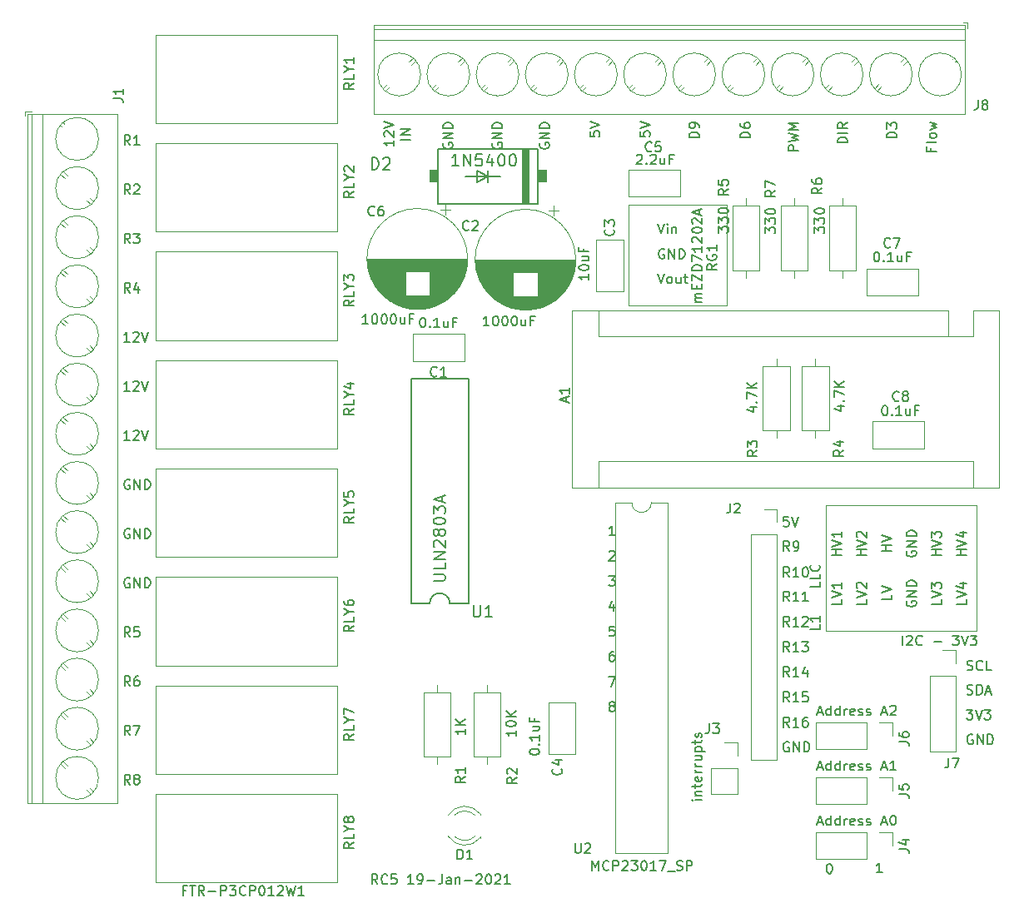
<source format=gbr>
%TF.GenerationSoftware,KiCad,Pcbnew,(5.1.9)-1*%
%TF.CreationDate,2021-01-19T10:58:22-06:00*%
%TF.ProjectId,RC5,5243352e-6b69-4636-9164-5f7063625858,rev?*%
%TF.SameCoordinates,Original*%
%TF.FileFunction,Legend,Top*%
%TF.FilePolarity,Positive*%
%FSLAX46Y46*%
G04 Gerber Fmt 4.6, Leading zero omitted, Abs format (unit mm)*
G04 Created by KiCad (PCBNEW (5.1.9)-1) date 2021-01-19 10:58:22*
%MOMM*%
%LPD*%
G01*
G04 APERTURE LIST*
%ADD10C,0.150000*%
%ADD11C,0.120000*%
%ADD12C,0.152400*%
%ADD13C,0.100000*%
%ADD14C,0.127000*%
G04 APERTURE END LIST*
D10*
X137699714Y-137104380D02*
X137128285Y-137104380D01*
X137414000Y-137104380D02*
X137414000Y-136104380D01*
X137318761Y-136247238D01*
X137223523Y-136342476D01*
X137128285Y-136390095D01*
X132381619Y-137199619D02*
X132286380Y-137199619D01*
X132191142Y-137152000D01*
X132143523Y-137104380D01*
X132095904Y-137009142D01*
X132048285Y-136818666D01*
X132048285Y-136580571D01*
X132095904Y-136390095D01*
X132143523Y-136294857D01*
X132191142Y-136247238D01*
X132286380Y-136199619D01*
X132381619Y-136199619D01*
X132476857Y-136247238D01*
X132524476Y-136294857D01*
X132572095Y-136390095D01*
X132619714Y-136580571D01*
X132619714Y-136818666D01*
X132572095Y-137009142D01*
X132524476Y-137104380D01*
X132476857Y-137152000D01*
X132381619Y-137199619D01*
X128266914Y-119730780D02*
X127933581Y-119254590D01*
X127695486Y-119730780D02*
X127695486Y-118730780D01*
X128076438Y-118730780D01*
X128171676Y-118778400D01*
X128219295Y-118826019D01*
X128266914Y-118921257D01*
X128266914Y-119064114D01*
X128219295Y-119159352D01*
X128171676Y-119206971D01*
X128076438Y-119254590D01*
X127695486Y-119254590D01*
X129219295Y-119730780D02*
X128647867Y-119730780D01*
X128933581Y-119730780D02*
X128933581Y-118730780D01*
X128838343Y-118873638D01*
X128743105Y-118968876D01*
X128647867Y-119016495D01*
X130124057Y-118730780D02*
X129647867Y-118730780D01*
X129600248Y-119206971D01*
X129647867Y-119159352D01*
X129743105Y-119111733D01*
X129981200Y-119111733D01*
X130076438Y-119159352D01*
X130124057Y-119206971D01*
X130171676Y-119302209D01*
X130171676Y-119540304D01*
X130124057Y-119635542D01*
X130076438Y-119683161D01*
X129981200Y-119730780D01*
X129743105Y-119730780D01*
X129647867Y-119683161D01*
X129600248Y-119635542D01*
X128266914Y-122296180D02*
X127933581Y-121819990D01*
X127695486Y-122296180D02*
X127695486Y-121296180D01*
X128076438Y-121296180D01*
X128171676Y-121343800D01*
X128219295Y-121391419D01*
X128266914Y-121486657D01*
X128266914Y-121629514D01*
X128219295Y-121724752D01*
X128171676Y-121772371D01*
X128076438Y-121819990D01*
X127695486Y-121819990D01*
X129219295Y-122296180D02*
X128647867Y-122296180D01*
X128933581Y-122296180D02*
X128933581Y-121296180D01*
X128838343Y-121439038D01*
X128743105Y-121534276D01*
X128647867Y-121581895D01*
X130076438Y-121296180D02*
X129885962Y-121296180D01*
X129790724Y-121343800D01*
X129743105Y-121391419D01*
X129647867Y-121534276D01*
X129600248Y-121724752D01*
X129600248Y-122105704D01*
X129647867Y-122200942D01*
X129695486Y-122248561D01*
X129790724Y-122296180D01*
X129981200Y-122296180D01*
X130076438Y-122248561D01*
X130124057Y-122200942D01*
X130171676Y-122105704D01*
X130171676Y-121867609D01*
X130124057Y-121772371D01*
X130076438Y-121724752D01*
X129981200Y-121677133D01*
X129790724Y-121677133D01*
X129695486Y-121724752D01*
X129647867Y-121772371D01*
X129600248Y-121867609D01*
X128266914Y-114625380D02*
X127933581Y-114149190D01*
X127695486Y-114625380D02*
X127695486Y-113625380D01*
X128076438Y-113625380D01*
X128171676Y-113673000D01*
X128219295Y-113720619D01*
X128266914Y-113815857D01*
X128266914Y-113958714D01*
X128219295Y-114053952D01*
X128171676Y-114101571D01*
X128076438Y-114149190D01*
X127695486Y-114149190D01*
X129219295Y-114625380D02*
X128647867Y-114625380D01*
X128933581Y-114625380D02*
X128933581Y-113625380D01*
X128838343Y-113768238D01*
X128743105Y-113863476D01*
X128647867Y-113911095D01*
X129552629Y-113625380D02*
X130171676Y-113625380D01*
X129838343Y-114006333D01*
X129981200Y-114006333D01*
X130076438Y-114053952D01*
X130124057Y-114101571D01*
X130171676Y-114196809D01*
X130171676Y-114434904D01*
X130124057Y-114530142D01*
X130076438Y-114577761D01*
X129981200Y-114625380D01*
X129695486Y-114625380D01*
X129600248Y-114577761D01*
X129552629Y-114530142D01*
X128266914Y-112059980D02*
X127933581Y-111583790D01*
X127695486Y-112059980D02*
X127695486Y-111059980D01*
X128076438Y-111059980D01*
X128171676Y-111107600D01*
X128219295Y-111155219D01*
X128266914Y-111250457D01*
X128266914Y-111393314D01*
X128219295Y-111488552D01*
X128171676Y-111536171D01*
X128076438Y-111583790D01*
X127695486Y-111583790D01*
X129219295Y-112059980D02*
X128647867Y-112059980D01*
X128933581Y-112059980D02*
X128933581Y-111059980D01*
X128838343Y-111202838D01*
X128743105Y-111298076D01*
X128647867Y-111345695D01*
X129600248Y-111155219D02*
X129647867Y-111107600D01*
X129743105Y-111059980D01*
X129981200Y-111059980D01*
X130076438Y-111107600D01*
X130124057Y-111155219D01*
X130171676Y-111250457D01*
X130171676Y-111345695D01*
X130124057Y-111488552D01*
X129552629Y-112059980D01*
X130171676Y-112059980D01*
X128266914Y-104389180D02*
X127933581Y-103912990D01*
X127695485Y-104389180D02*
X127695485Y-103389180D01*
X128076438Y-103389180D01*
X128171676Y-103436800D01*
X128219295Y-103484419D01*
X128266914Y-103579657D01*
X128266914Y-103722514D01*
X128219295Y-103817752D01*
X128171676Y-103865371D01*
X128076438Y-103912990D01*
X127695485Y-103912990D01*
X128743104Y-104389180D02*
X128933581Y-104389180D01*
X129028819Y-104341561D01*
X129076438Y-104293942D01*
X129171676Y-104151085D01*
X129219295Y-103960609D01*
X129219295Y-103579657D01*
X129171676Y-103484419D01*
X129124057Y-103436800D01*
X129028819Y-103389180D01*
X128838342Y-103389180D01*
X128743104Y-103436800D01*
X128695485Y-103484419D01*
X128647866Y-103579657D01*
X128647866Y-103817752D01*
X128695485Y-103912990D01*
X128743104Y-103960609D01*
X128838342Y-104008228D01*
X129028819Y-104008228D01*
X129124057Y-103960609D01*
X129171676Y-103912990D01*
X129219295Y-103817752D01*
X128266914Y-109494580D02*
X127933581Y-109018390D01*
X127695486Y-109494580D02*
X127695486Y-108494580D01*
X128076438Y-108494580D01*
X128171676Y-108542200D01*
X128219295Y-108589819D01*
X128266914Y-108685057D01*
X128266914Y-108827914D01*
X128219295Y-108923152D01*
X128171676Y-108970771D01*
X128076438Y-109018390D01*
X127695486Y-109018390D01*
X129219295Y-109494580D02*
X128647867Y-109494580D01*
X128933581Y-109494580D02*
X128933581Y-108494580D01*
X128838343Y-108637438D01*
X128743105Y-108732676D01*
X128647867Y-108780295D01*
X130171676Y-109494580D02*
X129600248Y-109494580D01*
X129885962Y-109494580D02*
X129885962Y-108494580D01*
X129790724Y-108637438D01*
X129695486Y-108732676D01*
X129600248Y-108780295D01*
X128266914Y-117165380D02*
X127933581Y-116689190D01*
X127695486Y-117165380D02*
X127695486Y-116165380D01*
X128076438Y-116165380D01*
X128171676Y-116213000D01*
X128219295Y-116260619D01*
X128266914Y-116355857D01*
X128266914Y-116498714D01*
X128219295Y-116593952D01*
X128171676Y-116641571D01*
X128076438Y-116689190D01*
X127695486Y-116689190D01*
X129219295Y-117165380D02*
X128647867Y-117165380D01*
X128933581Y-117165380D02*
X128933581Y-116165380D01*
X128838343Y-116308238D01*
X128743105Y-116403476D01*
X128647867Y-116451095D01*
X130076438Y-116498714D02*
X130076438Y-117165380D01*
X129838343Y-116117761D02*
X129600248Y-116832047D01*
X130219295Y-116832047D01*
X128266914Y-107030780D02*
X127933581Y-106554590D01*
X127695486Y-107030780D02*
X127695486Y-106030780D01*
X128076438Y-106030780D01*
X128171676Y-106078400D01*
X128219295Y-106126019D01*
X128266914Y-106221257D01*
X128266914Y-106364114D01*
X128219295Y-106459352D01*
X128171676Y-106506971D01*
X128076438Y-106554590D01*
X127695486Y-106554590D01*
X129219295Y-107030780D02*
X128647867Y-107030780D01*
X128933581Y-107030780D02*
X128933581Y-106030780D01*
X128838343Y-106173638D01*
X128743105Y-106268876D01*
X128647867Y-106316495D01*
X129838343Y-106030780D02*
X129933581Y-106030780D01*
X130028819Y-106078400D01*
X130076438Y-106126019D01*
X130124057Y-106221257D01*
X130171676Y-106411733D01*
X130171676Y-106649828D01*
X130124057Y-106840304D01*
X130076438Y-106935542D01*
X130028819Y-106983161D01*
X129933581Y-107030780D01*
X129838343Y-107030780D01*
X129743105Y-106983161D01*
X129695486Y-106935542D01*
X129647867Y-106840304D01*
X129600248Y-106649828D01*
X129600248Y-106411733D01*
X129647867Y-106221257D01*
X129695486Y-106126019D01*
X129743105Y-106078400D01*
X129838343Y-106030780D01*
X128219295Y-123858400D02*
X128124057Y-123810780D01*
X127981200Y-123810780D01*
X127838342Y-123858400D01*
X127743104Y-123953638D01*
X127695485Y-124048876D01*
X127647866Y-124239352D01*
X127647866Y-124382209D01*
X127695485Y-124572685D01*
X127743104Y-124667923D01*
X127838342Y-124763161D01*
X127981200Y-124810780D01*
X128076438Y-124810780D01*
X128219295Y-124763161D01*
X128266914Y-124715542D01*
X128266914Y-124382209D01*
X128076438Y-124382209D01*
X128695485Y-124810780D02*
X128695485Y-123810780D01*
X129266914Y-124810780D01*
X129266914Y-123810780D01*
X129743104Y-124810780D02*
X129743104Y-123810780D01*
X129981200Y-123810780D01*
X130124057Y-123858400D01*
X130219295Y-123953638D01*
X130266914Y-124048876D01*
X130314533Y-124239352D01*
X130314533Y-124382209D01*
X130266914Y-124572685D01*
X130219295Y-124667923D01*
X130124057Y-124763161D01*
X129981200Y-124810780D01*
X129743104Y-124810780D01*
X128171676Y-100899980D02*
X127695486Y-100899980D01*
X127647867Y-101376171D01*
X127695486Y-101328552D01*
X127790724Y-101280933D01*
X128028819Y-101280933D01*
X128124057Y-101328552D01*
X128171676Y-101376171D01*
X128219295Y-101471409D01*
X128219295Y-101709504D01*
X128171676Y-101804742D01*
X128124057Y-101852361D01*
X128028819Y-101899980D01*
X127790724Y-101899980D01*
X127695486Y-101852361D01*
X127647867Y-101804742D01*
X128505010Y-100899980D02*
X128838343Y-101899980D01*
X129171676Y-100899980D01*
X98102800Y-62899847D02*
X98055180Y-62995085D01*
X98055180Y-63137943D01*
X98102800Y-63280800D01*
X98198038Y-63376038D01*
X98293276Y-63423657D01*
X98483752Y-63471276D01*
X98626609Y-63471276D01*
X98817085Y-63423657D01*
X98912323Y-63376038D01*
X99007561Y-63280800D01*
X99055180Y-63137943D01*
X99055180Y-63042704D01*
X99007561Y-62899847D01*
X98959942Y-62852228D01*
X98626609Y-62852228D01*
X98626609Y-63042704D01*
X99055180Y-62423657D02*
X98055180Y-62423657D01*
X99055180Y-61852228D01*
X98055180Y-61852228D01*
X99055180Y-61376038D02*
X98055180Y-61376038D01*
X98055180Y-61137943D01*
X98102800Y-60995085D01*
X98198038Y-60899847D01*
X98293276Y-60852228D01*
X98483752Y-60804609D01*
X98626609Y-60804609D01*
X98817085Y-60852228D01*
X98912323Y-60899847D01*
X99007561Y-60995085D01*
X99055180Y-61137943D01*
X99055180Y-61376038D01*
X93073600Y-62899847D02*
X93025980Y-62995085D01*
X93025980Y-63137943D01*
X93073600Y-63280800D01*
X93168838Y-63376038D01*
X93264076Y-63423657D01*
X93454552Y-63471276D01*
X93597409Y-63471276D01*
X93787885Y-63423657D01*
X93883123Y-63376038D01*
X93978361Y-63280800D01*
X94025980Y-63137943D01*
X94025980Y-63042704D01*
X93978361Y-62899847D01*
X93930742Y-62852228D01*
X93597409Y-62852228D01*
X93597409Y-63042704D01*
X94025980Y-62423657D02*
X93025980Y-62423657D01*
X94025980Y-61852228D01*
X93025980Y-61852228D01*
X94025980Y-61376038D02*
X93025980Y-61376038D01*
X93025980Y-61137943D01*
X93073600Y-60995085D01*
X93168838Y-60899847D01*
X93264076Y-60852228D01*
X93454552Y-60804609D01*
X93597409Y-60804609D01*
X93787885Y-60852228D01*
X93883123Y-60899847D01*
X93978361Y-60995085D01*
X94025980Y-61137943D01*
X94025980Y-61376038D01*
X102903400Y-62899847D02*
X102855780Y-62995085D01*
X102855780Y-63137943D01*
X102903400Y-63280800D01*
X102998638Y-63376038D01*
X103093876Y-63423657D01*
X103284352Y-63471276D01*
X103427209Y-63471276D01*
X103617685Y-63423657D01*
X103712923Y-63376038D01*
X103808161Y-63280800D01*
X103855780Y-63137943D01*
X103855780Y-63042704D01*
X103808161Y-62899847D01*
X103760542Y-62852228D01*
X103427209Y-62852228D01*
X103427209Y-63042704D01*
X103855780Y-62423657D02*
X102855780Y-62423657D01*
X103855780Y-61852228D01*
X102855780Y-61852228D01*
X103855780Y-61376038D02*
X102855780Y-61376038D01*
X102855780Y-61137943D01*
X102903400Y-60995085D01*
X102998638Y-60899847D01*
X103093876Y-60852228D01*
X103284352Y-60804609D01*
X103427209Y-60804609D01*
X103617685Y-60852228D01*
X103712923Y-60899847D01*
X103808161Y-60995085D01*
X103855780Y-61137943D01*
X103855780Y-61376038D01*
X113091980Y-61709371D02*
X113091980Y-62185561D01*
X113568171Y-62233180D01*
X113520552Y-62185561D01*
X113472933Y-62090323D01*
X113472933Y-61852228D01*
X113520552Y-61756990D01*
X113568171Y-61709371D01*
X113663409Y-61661752D01*
X113901504Y-61661752D01*
X113996742Y-61709371D01*
X114044361Y-61756990D01*
X114091980Y-61852228D01*
X114091980Y-62090323D01*
X114044361Y-62185561D01*
X113996742Y-62233180D01*
X113091980Y-61376037D02*
X114091980Y-61042704D01*
X113091980Y-60709371D01*
X107986580Y-61709371D02*
X107986580Y-62185561D01*
X108462771Y-62233180D01*
X108415152Y-62185561D01*
X108367533Y-62090323D01*
X108367533Y-61852228D01*
X108415152Y-61756990D01*
X108462771Y-61709371D01*
X108558009Y-61661752D01*
X108796104Y-61661752D01*
X108891342Y-61709371D01*
X108938961Y-61756990D01*
X108986580Y-61852228D01*
X108986580Y-62090323D01*
X108938961Y-62185561D01*
X108891342Y-62233180D01*
X107986580Y-61376037D02*
X108986580Y-61042704D01*
X107986580Y-60709371D01*
X88044780Y-62614133D02*
X88044780Y-63185562D01*
X88044780Y-62899847D02*
X87044780Y-62899847D01*
X87187638Y-62995086D01*
X87282876Y-63090324D01*
X87330495Y-63185562D01*
X87140019Y-62233181D02*
X87092400Y-62185562D01*
X87044780Y-62090324D01*
X87044780Y-61852228D01*
X87092400Y-61756990D01*
X87140019Y-61709371D01*
X87235257Y-61661752D01*
X87330495Y-61661752D01*
X87473352Y-61709371D01*
X88044780Y-62280800D01*
X88044780Y-61661752D01*
X87044780Y-61376038D02*
X88044780Y-61042705D01*
X87044780Y-60709371D01*
X89694780Y-62518895D02*
X88694780Y-62518895D01*
X89694780Y-62042705D02*
X88694780Y-62042705D01*
X89694780Y-61471276D01*
X88694780Y-61471276D01*
X119070380Y-62328419D02*
X118070380Y-62328419D01*
X118070380Y-62090324D01*
X118118000Y-61947466D01*
X118213238Y-61852228D01*
X118308476Y-61804609D01*
X118498952Y-61756990D01*
X118641809Y-61756990D01*
X118832285Y-61804609D01*
X118927523Y-61852228D01*
X119022761Y-61947466D01*
X119070380Y-62090324D01*
X119070380Y-62328419D01*
X119070380Y-61280800D02*
X119070380Y-61090324D01*
X119022761Y-60995085D01*
X118975142Y-60947466D01*
X118832285Y-60852228D01*
X118641809Y-60804609D01*
X118260857Y-60804609D01*
X118165619Y-60852228D01*
X118118000Y-60899847D01*
X118070380Y-60995085D01*
X118070380Y-61185562D01*
X118118000Y-61280800D01*
X118165619Y-61328419D01*
X118260857Y-61376038D01*
X118498952Y-61376038D01*
X118594190Y-61328419D01*
X118641809Y-61280800D01*
X118689428Y-61185562D01*
X118689428Y-60995085D01*
X118641809Y-60899847D01*
X118594190Y-60852228D01*
X118498952Y-60804609D01*
X124277380Y-62328419D02*
X123277380Y-62328419D01*
X123277380Y-62090324D01*
X123325000Y-61947466D01*
X123420238Y-61852228D01*
X123515476Y-61804609D01*
X123705952Y-61756990D01*
X123848809Y-61756990D01*
X124039285Y-61804609D01*
X124134523Y-61852228D01*
X124229761Y-61947466D01*
X124277380Y-62090324D01*
X124277380Y-62328419D01*
X123277380Y-60899847D02*
X123277380Y-61090324D01*
X123325000Y-61185562D01*
X123372619Y-61233181D01*
X123515476Y-61328419D01*
X123705952Y-61376038D01*
X124086904Y-61376038D01*
X124182142Y-61328419D01*
X124229761Y-61280800D01*
X124277380Y-61185562D01*
X124277380Y-60995085D01*
X124229761Y-60899847D01*
X124182142Y-60852228D01*
X124086904Y-60804609D01*
X123848809Y-60804609D01*
X123753571Y-60852228D01*
X123705952Y-60899847D01*
X123658333Y-60995085D01*
X123658333Y-61185562D01*
X123705952Y-61280800D01*
X123753571Y-61328419D01*
X123848809Y-61376038D01*
X129179580Y-63661751D02*
X128179580Y-63661751D01*
X128179580Y-63280799D01*
X128227200Y-63185561D01*
X128274819Y-63137942D01*
X128370057Y-63090323D01*
X128512914Y-63090323D01*
X128608152Y-63137942D01*
X128655771Y-63185561D01*
X128703390Y-63280799D01*
X128703390Y-63661751D01*
X128179580Y-62756990D02*
X129179580Y-62518894D01*
X128465295Y-62328418D01*
X129179580Y-62137942D01*
X128179580Y-61899847D01*
X129179580Y-61518894D02*
X128179580Y-61518894D01*
X128893866Y-61185561D01*
X128179580Y-60852228D01*
X129179580Y-60852228D01*
X134157980Y-62852228D02*
X133157980Y-62852228D01*
X133157980Y-62614132D01*
X133205600Y-62471275D01*
X133300838Y-62376037D01*
X133396076Y-62328418D01*
X133586552Y-62280799D01*
X133729409Y-62280799D01*
X133919885Y-62328418D01*
X134015123Y-62376037D01*
X134110361Y-62471275D01*
X134157980Y-62614132D01*
X134157980Y-62852228D01*
X134157980Y-61852228D02*
X133157980Y-61852228D01*
X134157980Y-60804608D02*
X133681790Y-61137942D01*
X134157980Y-61376037D02*
X133157980Y-61376037D01*
X133157980Y-60995085D01*
X133205600Y-60899847D01*
X133253219Y-60852228D01*
X133348457Y-60804608D01*
X133491314Y-60804608D01*
X133586552Y-60852228D01*
X133634171Y-60899847D01*
X133681790Y-60995085D01*
X133681790Y-61376037D01*
X139187180Y-62328419D02*
X138187180Y-62328419D01*
X138187180Y-62090324D01*
X138234800Y-61947466D01*
X138330038Y-61852228D01*
X138425276Y-61804609D01*
X138615752Y-61756990D01*
X138758609Y-61756990D01*
X138949085Y-61804609D01*
X139044323Y-61852228D01*
X139139561Y-61947466D01*
X139187180Y-62090324D01*
X139187180Y-62328419D01*
X138187180Y-61423657D02*
X138187180Y-60804609D01*
X138568133Y-61137943D01*
X138568133Y-60995085D01*
X138615752Y-60899847D01*
X138663371Y-60852228D01*
X138758609Y-60804609D01*
X138996704Y-60804609D01*
X139091942Y-60852228D01*
X139139561Y-60899847D01*
X139187180Y-60995085D01*
X139187180Y-61280800D01*
X139139561Y-61376038D01*
X139091942Y-61423657D01*
X142676571Y-63376038D02*
X142676571Y-63709371D01*
X143200380Y-63709371D02*
X142200380Y-63709371D01*
X142200380Y-63233180D01*
X143200380Y-62709371D02*
X143152761Y-62804609D01*
X143057523Y-62852228D01*
X142200380Y-62852228D01*
X143200380Y-62185561D02*
X143152761Y-62280800D01*
X143105142Y-62328419D01*
X143009904Y-62376038D01*
X142724190Y-62376038D01*
X142628952Y-62328419D01*
X142581333Y-62280800D01*
X142533714Y-62185561D01*
X142533714Y-62042704D01*
X142581333Y-61947466D01*
X142628952Y-61899847D01*
X142724190Y-61852228D01*
X143009904Y-61852228D01*
X143105142Y-61899847D01*
X143152761Y-61947466D01*
X143200380Y-62042704D01*
X143200380Y-62185561D01*
X142533714Y-61518895D02*
X143200380Y-61328419D01*
X142724190Y-61137942D01*
X143200380Y-60947466D01*
X142533714Y-60756990D01*
X146332723Y-116482761D02*
X146475580Y-116530380D01*
X146713676Y-116530380D01*
X146808914Y-116482761D01*
X146856533Y-116435142D01*
X146904152Y-116339904D01*
X146904152Y-116244666D01*
X146856533Y-116149428D01*
X146808914Y-116101809D01*
X146713676Y-116054190D01*
X146523200Y-116006571D01*
X146427961Y-115958952D01*
X146380342Y-115911333D01*
X146332723Y-115816095D01*
X146332723Y-115720857D01*
X146380342Y-115625619D01*
X146427961Y-115578000D01*
X146523200Y-115530380D01*
X146761295Y-115530380D01*
X146904152Y-115578000D01*
X147904152Y-116435142D02*
X147856533Y-116482761D01*
X147713676Y-116530380D01*
X147618438Y-116530380D01*
X147475580Y-116482761D01*
X147380342Y-116387523D01*
X147332723Y-116292285D01*
X147285104Y-116101809D01*
X147285104Y-115958952D01*
X147332723Y-115768476D01*
X147380342Y-115673238D01*
X147475580Y-115578000D01*
X147618438Y-115530380D01*
X147713676Y-115530380D01*
X147856533Y-115578000D01*
X147904152Y-115625619D01*
X148808914Y-116530380D02*
X148332723Y-116530380D01*
X148332723Y-115530380D01*
X146332724Y-118946561D02*
X146475581Y-118994180D01*
X146713676Y-118994180D01*
X146808914Y-118946561D01*
X146856533Y-118898942D01*
X146904152Y-118803704D01*
X146904152Y-118708466D01*
X146856533Y-118613228D01*
X146808914Y-118565609D01*
X146713676Y-118517990D01*
X146523200Y-118470371D01*
X146427962Y-118422752D01*
X146380343Y-118375133D01*
X146332724Y-118279895D01*
X146332724Y-118184657D01*
X146380343Y-118089419D01*
X146427962Y-118041800D01*
X146523200Y-117994180D01*
X146761295Y-117994180D01*
X146904152Y-118041800D01*
X147332724Y-118994180D02*
X147332724Y-117994180D01*
X147570819Y-117994180D01*
X147713676Y-118041800D01*
X147808914Y-118137038D01*
X147856533Y-118232276D01*
X147904152Y-118422752D01*
X147904152Y-118565609D01*
X147856533Y-118756085D01*
X147808914Y-118851323D01*
X147713676Y-118946561D01*
X147570819Y-118994180D01*
X147332724Y-118994180D01*
X148285105Y-118708466D02*
X148761295Y-118708466D01*
X148189867Y-118994180D02*
X148523200Y-117994180D01*
X148856533Y-118994180D01*
X146285104Y-120534180D02*
X146904152Y-120534180D01*
X146570819Y-120915133D01*
X146713676Y-120915133D01*
X146808914Y-120962752D01*
X146856533Y-121010371D01*
X146904152Y-121105609D01*
X146904152Y-121343704D01*
X146856533Y-121438942D01*
X146808914Y-121486561D01*
X146713676Y-121534180D01*
X146427961Y-121534180D01*
X146332723Y-121486561D01*
X146285104Y-121438942D01*
X147189866Y-120534180D02*
X147523200Y-121534180D01*
X147856533Y-120534180D01*
X148094628Y-120534180D02*
X148713676Y-120534180D01*
X148380342Y-120915133D01*
X148523200Y-120915133D01*
X148618438Y-120962752D01*
X148666057Y-121010371D01*
X148713676Y-121105609D01*
X148713676Y-121343704D01*
X148666057Y-121438942D01*
X148618438Y-121486561D01*
X148523200Y-121534180D01*
X148237485Y-121534180D01*
X148142247Y-121486561D01*
X148094628Y-121438942D01*
X146904152Y-123096400D02*
X146808914Y-123048780D01*
X146666057Y-123048780D01*
X146523199Y-123096400D01*
X146427961Y-123191638D01*
X146380342Y-123286876D01*
X146332723Y-123477352D01*
X146332723Y-123620209D01*
X146380342Y-123810685D01*
X146427961Y-123905923D01*
X146523199Y-124001161D01*
X146666057Y-124048780D01*
X146761295Y-124048780D01*
X146904152Y-124001161D01*
X146951771Y-123953542D01*
X146951771Y-123620209D01*
X146761295Y-123620209D01*
X147380342Y-124048780D02*
X147380342Y-123048780D01*
X147951771Y-124048780D01*
X147951771Y-123048780D01*
X148427961Y-124048780D02*
X148427961Y-123048780D01*
X148666057Y-123048780D01*
X148808914Y-123096400D01*
X148904152Y-123191638D01*
X148951771Y-123286876D01*
X148999390Y-123477352D01*
X148999390Y-123620209D01*
X148951771Y-123810685D01*
X148904152Y-123905923D01*
X148808914Y-124001161D01*
X148666057Y-124048780D01*
X148427961Y-124048780D01*
X86383028Y-138272780D02*
X86049695Y-137796590D01*
X85811600Y-138272780D02*
X85811600Y-137272780D01*
X86192552Y-137272780D01*
X86287790Y-137320400D01*
X86335409Y-137368019D01*
X86383028Y-137463257D01*
X86383028Y-137606114D01*
X86335409Y-137701352D01*
X86287790Y-137748971D01*
X86192552Y-137796590D01*
X85811600Y-137796590D01*
X87383028Y-138177542D02*
X87335409Y-138225161D01*
X87192552Y-138272780D01*
X87097314Y-138272780D01*
X86954457Y-138225161D01*
X86859219Y-138129923D01*
X86811600Y-138034685D01*
X86763980Y-137844209D01*
X86763980Y-137701352D01*
X86811600Y-137510876D01*
X86859219Y-137415638D01*
X86954457Y-137320400D01*
X87097314Y-137272780D01*
X87192552Y-137272780D01*
X87335409Y-137320400D01*
X87383028Y-137368019D01*
X88287790Y-137272780D02*
X87811600Y-137272780D01*
X87763980Y-137748971D01*
X87811600Y-137701352D01*
X87906838Y-137653733D01*
X88144933Y-137653733D01*
X88240171Y-137701352D01*
X88287790Y-137748971D01*
X88335409Y-137844209D01*
X88335409Y-138082304D01*
X88287790Y-138177542D01*
X88240171Y-138225161D01*
X88144933Y-138272780D01*
X87906838Y-138272780D01*
X87811600Y-138225161D01*
X87763980Y-138177542D01*
X90049695Y-138272780D02*
X89478266Y-138272780D01*
X89763980Y-138272780D02*
X89763980Y-137272780D01*
X89668742Y-137415638D01*
X89573504Y-137510876D01*
X89478266Y-137558495D01*
X90525885Y-138272780D02*
X90716361Y-138272780D01*
X90811600Y-138225161D01*
X90859219Y-138177542D01*
X90954457Y-138034685D01*
X91002076Y-137844209D01*
X91002076Y-137463257D01*
X90954457Y-137368019D01*
X90906838Y-137320400D01*
X90811600Y-137272780D01*
X90621123Y-137272780D01*
X90525885Y-137320400D01*
X90478266Y-137368019D01*
X90430647Y-137463257D01*
X90430647Y-137701352D01*
X90478266Y-137796590D01*
X90525885Y-137844209D01*
X90621123Y-137891828D01*
X90811600Y-137891828D01*
X90906838Y-137844209D01*
X90954457Y-137796590D01*
X91002076Y-137701352D01*
X91430647Y-137891828D02*
X92192552Y-137891828D01*
X92954457Y-137272780D02*
X92954457Y-137987066D01*
X92906838Y-138129923D01*
X92811600Y-138225161D01*
X92668742Y-138272780D01*
X92573504Y-138272780D01*
X93859219Y-138272780D02*
X93859219Y-137748971D01*
X93811600Y-137653733D01*
X93716361Y-137606114D01*
X93525885Y-137606114D01*
X93430647Y-137653733D01*
X93859219Y-138225161D02*
X93763980Y-138272780D01*
X93525885Y-138272780D01*
X93430647Y-138225161D01*
X93383028Y-138129923D01*
X93383028Y-138034685D01*
X93430647Y-137939447D01*
X93525885Y-137891828D01*
X93763980Y-137891828D01*
X93859219Y-137844209D01*
X94335409Y-137606114D02*
X94335409Y-138272780D01*
X94335409Y-137701352D02*
X94383028Y-137653733D01*
X94478266Y-137606114D01*
X94621123Y-137606114D01*
X94716361Y-137653733D01*
X94763980Y-137748971D01*
X94763980Y-138272780D01*
X95240171Y-137891828D02*
X96002076Y-137891828D01*
X96430647Y-137368019D02*
X96478266Y-137320400D01*
X96573504Y-137272780D01*
X96811600Y-137272780D01*
X96906838Y-137320400D01*
X96954457Y-137368019D01*
X97002076Y-137463257D01*
X97002076Y-137558495D01*
X96954457Y-137701352D01*
X96383028Y-138272780D01*
X97002076Y-138272780D01*
X97621123Y-137272780D02*
X97716361Y-137272780D01*
X97811600Y-137320400D01*
X97859219Y-137368019D01*
X97906838Y-137463257D01*
X97954457Y-137653733D01*
X97954457Y-137891828D01*
X97906838Y-138082304D01*
X97859219Y-138177542D01*
X97811600Y-138225161D01*
X97716361Y-138272780D01*
X97621123Y-138272780D01*
X97525885Y-138225161D01*
X97478266Y-138177542D01*
X97430647Y-138082304D01*
X97383028Y-137891828D01*
X97383028Y-137653733D01*
X97430647Y-137463257D01*
X97478266Y-137368019D01*
X97525885Y-137320400D01*
X97621123Y-137272780D01*
X98335409Y-137368019D02*
X98383028Y-137320400D01*
X98478266Y-137272780D01*
X98716361Y-137272780D01*
X98811600Y-137320400D01*
X98859219Y-137368019D01*
X98906838Y-137463257D01*
X98906838Y-137558495D01*
X98859219Y-137701352D01*
X98287790Y-138272780D01*
X98906838Y-138272780D01*
X99859219Y-138272780D02*
X99287790Y-138272780D01*
X99573504Y-138272780D02*
X99573504Y-137272780D01*
X99478266Y-137415638D01*
X99383028Y-137510876D01*
X99287790Y-137558495D01*
X110140761Y-120149952D02*
X110045523Y-120102333D01*
X109997904Y-120054714D01*
X109950285Y-119959476D01*
X109950285Y-119911857D01*
X109997904Y-119816619D01*
X110045523Y-119769000D01*
X110140761Y-119721380D01*
X110331238Y-119721380D01*
X110426476Y-119769000D01*
X110474095Y-119816619D01*
X110521714Y-119911857D01*
X110521714Y-119959476D01*
X110474095Y-120054714D01*
X110426476Y-120102333D01*
X110331238Y-120149952D01*
X110140761Y-120149952D01*
X110045523Y-120197571D01*
X109997904Y-120245190D01*
X109950285Y-120340428D01*
X109950285Y-120530904D01*
X109997904Y-120626142D01*
X110045523Y-120673761D01*
X110140761Y-120721380D01*
X110331238Y-120721380D01*
X110426476Y-120673761D01*
X110474095Y-120626142D01*
X110521714Y-120530904D01*
X110521714Y-120340428D01*
X110474095Y-120245190D01*
X110426476Y-120197571D01*
X110331238Y-120149952D01*
X109902666Y-117163232D02*
X110569333Y-117163232D01*
X110140761Y-118163232D01*
X110426476Y-114605090D02*
X110236000Y-114605090D01*
X110140761Y-114652710D01*
X110093142Y-114700329D01*
X109997904Y-114843186D01*
X109950285Y-115033662D01*
X109950285Y-115414614D01*
X109997904Y-115509852D01*
X110045523Y-115557471D01*
X110140761Y-115605090D01*
X110331238Y-115605090D01*
X110426476Y-115557471D01*
X110474095Y-115509852D01*
X110521714Y-115414614D01*
X110521714Y-115176519D01*
X110474095Y-115081281D01*
X110426476Y-115033662D01*
X110331238Y-114986043D01*
X110140761Y-114986043D01*
X110045523Y-115033662D01*
X109997904Y-115081281D01*
X109950285Y-115176519D01*
X110474095Y-112046948D02*
X109997904Y-112046948D01*
X109950285Y-112523139D01*
X109997904Y-112475520D01*
X110093142Y-112427901D01*
X110331238Y-112427901D01*
X110426476Y-112475520D01*
X110474095Y-112523139D01*
X110521714Y-112618377D01*
X110521714Y-112856472D01*
X110474095Y-112951710D01*
X110426476Y-112999329D01*
X110331238Y-113046948D01*
X110093142Y-113046948D01*
X109997904Y-112999329D01*
X109950285Y-112951710D01*
X110426476Y-109822140D02*
X110426476Y-110488806D01*
X110188380Y-109441187D02*
X109950285Y-110155473D01*
X110569333Y-110155473D01*
X109902666Y-106930664D02*
X110521714Y-106930664D01*
X110188380Y-107311617D01*
X110331238Y-107311617D01*
X110426476Y-107359236D01*
X110474095Y-107406855D01*
X110521714Y-107502093D01*
X110521714Y-107740188D01*
X110474095Y-107835426D01*
X110426476Y-107883045D01*
X110331238Y-107930664D01*
X110045523Y-107930664D01*
X109950285Y-107883045D01*
X109902666Y-107835426D01*
X109950285Y-104467761D02*
X109997904Y-104420142D01*
X110093142Y-104372522D01*
X110331238Y-104372522D01*
X110426476Y-104420142D01*
X110474095Y-104467761D01*
X110521714Y-104562999D01*
X110521714Y-104658237D01*
X110474095Y-104801094D01*
X109902666Y-105372522D01*
X110521714Y-105372522D01*
X110521714Y-102814380D02*
X109950285Y-102814380D01*
X110236000Y-102814380D02*
X110236000Y-101814380D01*
X110140761Y-101957238D01*
X110045523Y-102052476D01*
X109950285Y-102100095D01*
X61225133Y-123127780D02*
X60891800Y-122651590D01*
X60653704Y-123127780D02*
X60653704Y-122127780D01*
X61034657Y-122127780D01*
X61129895Y-122175400D01*
X61177514Y-122223019D01*
X61225133Y-122318257D01*
X61225133Y-122461114D01*
X61177514Y-122556352D01*
X61129895Y-122603971D01*
X61034657Y-122651590D01*
X60653704Y-122651590D01*
X61558466Y-122127780D02*
X62225133Y-122127780D01*
X61796561Y-123127780D01*
X61225133Y-128131580D02*
X60891800Y-127655390D01*
X60653704Y-128131580D02*
X60653704Y-127131580D01*
X61034657Y-127131580D01*
X61129895Y-127179200D01*
X61177514Y-127226819D01*
X61225133Y-127322057D01*
X61225133Y-127464914D01*
X61177514Y-127560152D01*
X61129895Y-127607771D01*
X61034657Y-127655390D01*
X60653704Y-127655390D01*
X61796561Y-127560152D02*
X61701323Y-127512533D01*
X61653704Y-127464914D01*
X61606085Y-127369676D01*
X61606085Y-127322057D01*
X61653704Y-127226819D01*
X61701323Y-127179200D01*
X61796561Y-127131580D01*
X61987038Y-127131580D01*
X62082276Y-127179200D01*
X62129895Y-127226819D01*
X62177514Y-127322057D01*
X62177514Y-127369676D01*
X62129895Y-127464914D01*
X62082276Y-127512533D01*
X61987038Y-127560152D01*
X61796561Y-127560152D01*
X61701323Y-127607771D01*
X61653704Y-127655390D01*
X61606085Y-127750628D01*
X61606085Y-127941104D01*
X61653704Y-128036342D01*
X61701323Y-128083961D01*
X61796561Y-128131580D01*
X61987038Y-128131580D01*
X62082276Y-128083961D01*
X62129895Y-128036342D01*
X62177514Y-127941104D01*
X62177514Y-127750628D01*
X62129895Y-127655390D01*
X62082276Y-127607771D01*
X61987038Y-127560152D01*
X61225133Y-113120180D02*
X60891800Y-112643990D01*
X60653704Y-113120180D02*
X60653704Y-112120180D01*
X61034657Y-112120180D01*
X61129895Y-112167800D01*
X61177514Y-112215419D01*
X61225133Y-112310657D01*
X61225133Y-112453514D01*
X61177514Y-112548752D01*
X61129895Y-112596371D01*
X61034657Y-112643990D01*
X60653704Y-112643990D01*
X62129895Y-112120180D02*
X61653704Y-112120180D01*
X61606085Y-112596371D01*
X61653704Y-112548752D01*
X61748942Y-112501133D01*
X61987038Y-112501133D01*
X62082276Y-112548752D01*
X62129895Y-112596371D01*
X62177514Y-112691609D01*
X62177514Y-112929704D01*
X62129895Y-113024942D01*
X62082276Y-113072561D01*
X61987038Y-113120180D01*
X61748942Y-113120180D01*
X61653704Y-113072561D01*
X61606085Y-113024942D01*
X61225133Y-118123980D02*
X60891800Y-117647790D01*
X60653704Y-118123980D02*
X60653704Y-117123980D01*
X61034657Y-117123980D01*
X61129895Y-117171600D01*
X61177514Y-117219219D01*
X61225133Y-117314457D01*
X61225133Y-117457314D01*
X61177514Y-117552552D01*
X61129895Y-117600171D01*
X61034657Y-117647790D01*
X60653704Y-117647790D01*
X62082276Y-117123980D02*
X61891800Y-117123980D01*
X61796561Y-117171600D01*
X61748942Y-117219219D01*
X61653704Y-117362076D01*
X61606085Y-117552552D01*
X61606085Y-117933504D01*
X61653704Y-118028742D01*
X61701323Y-118076361D01*
X61796561Y-118123980D01*
X61987038Y-118123980D01*
X62082276Y-118076361D01*
X62129895Y-118028742D01*
X62177514Y-117933504D01*
X62177514Y-117695409D01*
X62129895Y-117600171D01*
X62082276Y-117552552D01*
X61987038Y-117504933D01*
X61796561Y-117504933D01*
X61701323Y-117552552D01*
X61653704Y-117600171D01*
X61606085Y-117695409D01*
X61177514Y-107164000D02*
X61082276Y-107116380D01*
X60939419Y-107116380D01*
X60796561Y-107164000D01*
X60701323Y-107259238D01*
X60653704Y-107354476D01*
X60606085Y-107544952D01*
X60606085Y-107687809D01*
X60653704Y-107878285D01*
X60701323Y-107973523D01*
X60796561Y-108068761D01*
X60939419Y-108116380D01*
X61034657Y-108116380D01*
X61177514Y-108068761D01*
X61225133Y-108021142D01*
X61225133Y-107687809D01*
X61034657Y-107687809D01*
X61653704Y-108116380D02*
X61653704Y-107116380D01*
X62225133Y-108116380D01*
X62225133Y-107116380D01*
X62701323Y-108116380D02*
X62701323Y-107116380D01*
X62939419Y-107116380D01*
X63082276Y-107164000D01*
X63177514Y-107259238D01*
X63225133Y-107354476D01*
X63272752Y-107544952D01*
X63272752Y-107687809D01*
X63225133Y-107878285D01*
X63177514Y-107973523D01*
X63082276Y-108068761D01*
X62939419Y-108116380D01*
X62701323Y-108116380D01*
X61177514Y-102160200D02*
X61082276Y-102112580D01*
X60939419Y-102112580D01*
X60796561Y-102160200D01*
X60701323Y-102255438D01*
X60653704Y-102350676D01*
X60606085Y-102541152D01*
X60606085Y-102684009D01*
X60653704Y-102874485D01*
X60701323Y-102969723D01*
X60796561Y-103064961D01*
X60939419Y-103112580D01*
X61034657Y-103112580D01*
X61177514Y-103064961D01*
X61225133Y-103017342D01*
X61225133Y-102684009D01*
X61034657Y-102684009D01*
X61653704Y-103112580D02*
X61653704Y-102112580D01*
X62225133Y-103112580D01*
X62225133Y-102112580D01*
X62701323Y-103112580D02*
X62701323Y-102112580D01*
X62939419Y-102112580D01*
X63082276Y-102160200D01*
X63177514Y-102255438D01*
X63225133Y-102350676D01*
X63272752Y-102541152D01*
X63272752Y-102684009D01*
X63225133Y-102874485D01*
X63177514Y-102969723D01*
X63082276Y-103064961D01*
X62939419Y-103112580D01*
X62701323Y-103112580D01*
X61177514Y-88101180D02*
X60606085Y-88101180D01*
X60891800Y-88101180D02*
X60891800Y-87101180D01*
X60796562Y-87244038D01*
X60701323Y-87339276D01*
X60606085Y-87386895D01*
X61558466Y-87196419D02*
X61606085Y-87148800D01*
X61701323Y-87101180D01*
X61939419Y-87101180D01*
X62034657Y-87148800D01*
X62082276Y-87196419D01*
X62129895Y-87291657D01*
X62129895Y-87386895D01*
X62082276Y-87529752D01*
X61510847Y-88101180D01*
X62129895Y-88101180D01*
X62415609Y-87101180D02*
X62748942Y-88101180D01*
X63082276Y-87101180D01*
X61177514Y-83097380D02*
X60606085Y-83097380D01*
X60891800Y-83097380D02*
X60891800Y-82097380D01*
X60796562Y-82240238D01*
X60701323Y-82335476D01*
X60606085Y-82383095D01*
X61558466Y-82192619D02*
X61606085Y-82145000D01*
X61701323Y-82097380D01*
X61939419Y-82097380D01*
X62034657Y-82145000D01*
X62082276Y-82192619D01*
X62129895Y-82287857D01*
X62129895Y-82383095D01*
X62082276Y-82525952D01*
X61510847Y-83097380D01*
X62129895Y-83097380D01*
X62415609Y-82097380D02*
X62748942Y-83097380D01*
X63082276Y-82097380D01*
X61177514Y-93104980D02*
X60606085Y-93104980D01*
X60891800Y-93104980D02*
X60891800Y-92104980D01*
X60796562Y-92247838D01*
X60701323Y-92343076D01*
X60606085Y-92390695D01*
X61558466Y-92200219D02*
X61606085Y-92152600D01*
X61701323Y-92104980D01*
X61939419Y-92104980D01*
X62034657Y-92152600D01*
X62082276Y-92200219D01*
X62129895Y-92295457D01*
X62129895Y-92390695D01*
X62082276Y-92533552D01*
X61510847Y-93104980D01*
X62129895Y-93104980D01*
X62415609Y-92104980D02*
X62748942Y-93104980D01*
X63082276Y-92104980D01*
X61177514Y-97156400D02*
X61082276Y-97108780D01*
X60939419Y-97108780D01*
X60796561Y-97156400D01*
X60701323Y-97251638D01*
X60653704Y-97346876D01*
X60606085Y-97537352D01*
X60606085Y-97680209D01*
X60653704Y-97870685D01*
X60701323Y-97965923D01*
X60796561Y-98061161D01*
X60939419Y-98108780D01*
X61034657Y-98108780D01*
X61177514Y-98061161D01*
X61225133Y-98013542D01*
X61225133Y-97680209D01*
X61034657Y-97680209D01*
X61653704Y-98108780D02*
X61653704Y-97108780D01*
X62225133Y-98108780D01*
X62225133Y-97108780D01*
X62701323Y-98108780D02*
X62701323Y-97108780D01*
X62939419Y-97108780D01*
X63082276Y-97156400D01*
X63177514Y-97251638D01*
X63225133Y-97346876D01*
X63272752Y-97537352D01*
X63272752Y-97680209D01*
X63225133Y-97870685D01*
X63177514Y-97965923D01*
X63082276Y-98061161D01*
X62939419Y-98108780D01*
X62701323Y-98108780D01*
X61225133Y-78093580D02*
X60891800Y-77617390D01*
X60653704Y-78093580D02*
X60653704Y-77093580D01*
X61034657Y-77093580D01*
X61129895Y-77141200D01*
X61177514Y-77188819D01*
X61225133Y-77284057D01*
X61225133Y-77426914D01*
X61177514Y-77522152D01*
X61129895Y-77569771D01*
X61034657Y-77617390D01*
X60653704Y-77617390D01*
X62082276Y-77426914D02*
X62082276Y-78093580D01*
X61844180Y-77045961D02*
X61606085Y-77760247D01*
X62225133Y-77760247D01*
X61225133Y-73089780D02*
X60891800Y-72613590D01*
X60653704Y-73089780D02*
X60653704Y-72089780D01*
X61034657Y-72089780D01*
X61129895Y-72137400D01*
X61177514Y-72185019D01*
X61225133Y-72280257D01*
X61225133Y-72423114D01*
X61177514Y-72518352D01*
X61129895Y-72565971D01*
X61034657Y-72613590D01*
X60653704Y-72613590D01*
X61558466Y-72089780D02*
X62177514Y-72089780D01*
X61844180Y-72470733D01*
X61987038Y-72470733D01*
X62082276Y-72518352D01*
X62129895Y-72565971D01*
X62177514Y-72661209D01*
X62177514Y-72899304D01*
X62129895Y-72994542D01*
X62082276Y-73042161D01*
X61987038Y-73089780D01*
X61701323Y-73089780D01*
X61606085Y-73042161D01*
X61558466Y-72994542D01*
X61225133Y-68085980D02*
X60891800Y-67609790D01*
X60653704Y-68085980D02*
X60653704Y-67085980D01*
X61034657Y-67085980D01*
X61129895Y-67133600D01*
X61177514Y-67181219D01*
X61225133Y-67276457D01*
X61225133Y-67419314D01*
X61177514Y-67514552D01*
X61129895Y-67562171D01*
X61034657Y-67609790D01*
X60653704Y-67609790D01*
X61606085Y-67181219D02*
X61653704Y-67133600D01*
X61748942Y-67085980D01*
X61987038Y-67085980D01*
X62082276Y-67133600D01*
X62129895Y-67181219D01*
X62177514Y-67276457D01*
X62177514Y-67371695D01*
X62129895Y-67514552D01*
X61558466Y-68085980D01*
X62177514Y-68085980D01*
X61225133Y-63082180D02*
X60891800Y-62605990D01*
X60653704Y-63082180D02*
X60653704Y-62082180D01*
X61034657Y-62082180D01*
X61129895Y-62129800D01*
X61177514Y-62177419D01*
X61225133Y-62272657D01*
X61225133Y-62415514D01*
X61177514Y-62510752D01*
X61129895Y-62558371D01*
X61034657Y-62605990D01*
X60653704Y-62605990D01*
X62177514Y-63082180D02*
X61606085Y-63082180D01*
X61891800Y-63082180D02*
X61891800Y-62082180D01*
X61796561Y-62225038D01*
X61701323Y-62320276D01*
X61606085Y-62367895D01*
D11*
%TO.C,J6*%
X138744000Y-121860000D02*
X138744000Y-123190000D01*
X137414000Y-121860000D02*
X138744000Y-121860000D01*
X136144000Y-121860000D02*
X136144000Y-124520000D01*
X136144000Y-124520000D02*
X131004000Y-124520000D01*
X136144000Y-121860000D02*
X131004000Y-121860000D01*
X131004000Y-121860000D02*
X131004000Y-124520000D01*
%TO.C,J5*%
X138744000Y-127448000D02*
X138744000Y-128778000D01*
X137414000Y-127448000D02*
X138744000Y-127448000D01*
X136144000Y-127448000D02*
X136144000Y-130108000D01*
X136144000Y-130108000D02*
X131004000Y-130108000D01*
X136144000Y-127448000D02*
X131004000Y-127448000D01*
X131004000Y-127448000D02*
X131004000Y-130108000D01*
%TO.C,J4*%
X138744000Y-133036000D02*
X138744000Y-134366000D01*
X137414000Y-133036000D02*
X138744000Y-133036000D01*
X136144000Y-133036000D02*
X136144000Y-135696000D01*
X136144000Y-135696000D02*
X131004000Y-135696000D01*
X136144000Y-133036000D02*
X131004000Y-133036000D01*
X131004000Y-133036000D02*
X131004000Y-135696000D01*
%TO.C,R7*%
X127369900Y-75817480D02*
X130109900Y-75817480D01*
X130109900Y-75817480D02*
X130109900Y-69277480D01*
X130109900Y-69277480D02*
X127369900Y-69277480D01*
X127369900Y-69277480D02*
X127369900Y-75817480D01*
X128739900Y-76587480D02*
X128739900Y-75817480D01*
X128739900Y-68507480D02*
X128739900Y-69277480D01*
%TO.C,R6*%
X132279720Y-75817480D02*
X135019720Y-75817480D01*
X135019720Y-75817480D02*
X135019720Y-69277480D01*
X135019720Y-69277480D02*
X132279720Y-69277480D01*
X132279720Y-69277480D02*
X132279720Y-75817480D01*
X133649720Y-76587480D02*
X133649720Y-75817480D01*
X133649720Y-68507480D02*
X133649720Y-69277480D01*
%TO.C,R5*%
X122460080Y-75817480D02*
X125200080Y-75817480D01*
X125200080Y-75817480D02*
X125200080Y-69277480D01*
X125200080Y-69277480D02*
X122460080Y-69277480D01*
X122460080Y-69277480D02*
X122460080Y-75817480D01*
X123830080Y-76587480D02*
X123830080Y-75817480D01*
X123830080Y-68507480D02*
X123830080Y-69277480D01*
%TO.C,J8*%
X146386200Y-50605400D02*
X145986200Y-50605400D01*
X146386200Y-51245400D02*
X146386200Y-50605400D01*
X89844200Y-54913400D02*
X90239200Y-54517400D01*
X87198200Y-57559400D02*
X87578200Y-57179400D01*
X89593200Y-54631400D02*
X89973200Y-54251400D01*
X86932200Y-57293400D02*
X87327200Y-56897400D01*
X94844200Y-54913400D02*
X95239200Y-54517400D01*
X92198200Y-57559400D02*
X92578200Y-57179400D01*
X94593200Y-54631400D02*
X94973200Y-54251400D01*
X91932200Y-57293400D02*
X92327200Y-56897400D01*
X99844200Y-54913400D02*
X100239200Y-54517400D01*
X97198200Y-57559400D02*
X97578200Y-57179400D01*
X99593200Y-54631400D02*
X99973200Y-54251400D01*
X96932200Y-57293400D02*
X97327200Y-56897400D01*
X104844200Y-54913400D02*
X105239200Y-54517400D01*
X102198200Y-57559400D02*
X102578200Y-57179400D01*
X104593200Y-54631400D02*
X104973200Y-54251400D01*
X101932200Y-57293400D02*
X102327200Y-56897400D01*
X109844200Y-54913400D02*
X110239200Y-54517400D01*
X107198200Y-57559400D02*
X107578200Y-57179400D01*
X109593200Y-54631400D02*
X109973200Y-54251400D01*
X106932200Y-57293400D02*
X107327200Y-56897400D01*
X114844200Y-54913400D02*
X115239200Y-54517400D01*
X112198200Y-57559400D02*
X112578200Y-57179400D01*
X114593200Y-54631400D02*
X114973200Y-54251400D01*
X111932200Y-57293400D02*
X112327200Y-56897400D01*
X119844200Y-54913400D02*
X120239200Y-54517400D01*
X117198200Y-57559400D02*
X117578200Y-57179400D01*
X119593200Y-54631400D02*
X119973200Y-54251400D01*
X116932200Y-57293400D02*
X117327200Y-56897400D01*
X124844200Y-54913400D02*
X125239200Y-54517400D01*
X122198200Y-57559400D02*
X122578200Y-57179400D01*
X124593200Y-54631400D02*
X124973200Y-54251400D01*
X121932200Y-57293400D02*
X122327200Y-56897400D01*
X129844200Y-54913400D02*
X130239200Y-54517400D01*
X127198200Y-57559400D02*
X127578200Y-57179400D01*
X129593200Y-54631400D02*
X129973200Y-54251400D01*
X126932200Y-57293400D02*
X127327200Y-56897400D01*
X134844200Y-54913400D02*
X135239200Y-54517400D01*
X132198200Y-57559400D02*
X132578200Y-57179400D01*
X134593200Y-54631400D02*
X134973200Y-54251400D01*
X131932200Y-57293400D02*
X132327200Y-56897400D01*
X139844200Y-54913400D02*
X140239200Y-54517400D01*
X137198200Y-57559400D02*
X137578200Y-57179400D01*
X139593200Y-54631400D02*
X139973200Y-54251400D01*
X136932200Y-57293400D02*
X137327200Y-56897400D01*
X145134200Y-54624400D02*
X145240200Y-54517400D01*
X142198200Y-57559400D02*
X142305200Y-57452400D01*
X144868200Y-54358400D02*
X144974200Y-54251400D01*
X141932200Y-57293400D02*
X142039200Y-57186400D01*
X86026200Y-59965400D02*
X86026200Y-50845400D01*
X146146200Y-59965400D02*
X146146200Y-50845400D01*
X146146200Y-50845400D02*
X86026200Y-50845400D01*
X146146200Y-59965400D02*
X86026200Y-59965400D01*
X146146200Y-52405400D02*
X86026200Y-52405400D01*
X146146200Y-51305400D02*
X86026200Y-51305400D01*
X90766200Y-55905400D02*
G75*
G03*
X90766200Y-55905400I-2180000J0D01*
G01*
X95766200Y-55905400D02*
G75*
G03*
X95766200Y-55905400I-2180000J0D01*
G01*
X100766200Y-55905400D02*
G75*
G03*
X100766200Y-55905400I-2180000J0D01*
G01*
X105766200Y-55905400D02*
G75*
G03*
X105766200Y-55905400I-2180000J0D01*
G01*
X110766200Y-55905400D02*
G75*
G03*
X110766200Y-55905400I-2180000J0D01*
G01*
X115766200Y-55905400D02*
G75*
G03*
X115766200Y-55905400I-2180000J0D01*
G01*
X120766200Y-55905400D02*
G75*
G03*
X120766200Y-55905400I-2180000J0D01*
G01*
X125766200Y-55905400D02*
G75*
G03*
X125766200Y-55905400I-2180000J0D01*
G01*
X130766200Y-55905400D02*
G75*
G03*
X130766200Y-55905400I-2180000J0D01*
G01*
X135766200Y-55905400D02*
G75*
G03*
X135766200Y-55905400I-2180000J0D01*
G01*
X140766200Y-55905400D02*
G75*
G03*
X140766200Y-55905400I-2180000J0D01*
G01*
X145766200Y-55905400D02*
G75*
G03*
X145766200Y-55905400I-2180000J0D01*
G01*
%TO.C,C7*%
X136104320Y-78408200D02*
X136104320Y-75668200D01*
X141344320Y-78408200D02*
X141344320Y-75668200D01*
X141344320Y-75668200D02*
X136104320Y-75668200D01*
X141344320Y-78408200D02*
X136104320Y-78408200D01*
%TO.C,J2*%
X125679200Y-100117600D02*
X127009200Y-100117600D01*
X127009200Y-100117600D02*
X127009200Y-101447600D01*
X127009200Y-102717600D02*
X127009200Y-125637600D01*
X124349200Y-125637600D02*
X127009200Y-125637600D01*
X124349200Y-102717600D02*
X124349200Y-125637600D01*
X124349200Y-102717600D02*
X127009200Y-102717600D01*
%TO.C,C2*%
X106542200Y-74737600D02*
G75*
G03*
X106542200Y-74737600I-5120000J0D01*
G01*
X106502200Y-74737600D02*
X96342200Y-74737600D01*
X106502200Y-74777600D02*
X96342200Y-74777600D01*
X106502200Y-74817600D02*
X96342200Y-74817600D01*
X106501200Y-74857600D02*
X96343200Y-74857600D01*
X106500200Y-74897600D02*
X96344200Y-74897600D01*
X106499200Y-74937600D02*
X96345200Y-74937600D01*
X106497200Y-74977600D02*
X96347200Y-74977600D01*
X106495200Y-75017600D02*
X96349200Y-75017600D01*
X106492200Y-75057600D02*
X96352200Y-75057600D01*
X106490200Y-75097600D02*
X96354200Y-75097600D01*
X106487200Y-75137600D02*
X96357200Y-75137600D01*
X106484200Y-75177600D02*
X96360200Y-75177600D01*
X106480200Y-75217600D02*
X96364200Y-75217600D01*
X106476200Y-75257600D02*
X96368200Y-75257600D01*
X106472200Y-75297600D02*
X96372200Y-75297600D01*
X106467200Y-75337600D02*
X96377200Y-75337600D01*
X106462200Y-75377600D02*
X96382200Y-75377600D01*
X106457200Y-75417600D02*
X96387200Y-75417600D01*
X106452200Y-75458600D02*
X96392200Y-75458600D01*
X106446200Y-75498600D02*
X96398200Y-75498600D01*
X106440200Y-75538600D02*
X96404200Y-75538600D01*
X106433200Y-75578600D02*
X96411200Y-75578600D01*
X106426200Y-75618600D02*
X96418200Y-75618600D01*
X106419200Y-75658600D02*
X96425200Y-75658600D01*
X106412200Y-75698600D02*
X96432200Y-75698600D01*
X106404200Y-75738600D02*
X96440200Y-75738600D01*
X106396200Y-75778600D02*
X96448200Y-75778600D01*
X106387200Y-75818600D02*
X96457200Y-75818600D01*
X106378200Y-75858600D02*
X96466200Y-75858600D01*
X106369200Y-75898600D02*
X96475200Y-75898600D01*
X106360200Y-75938600D02*
X96484200Y-75938600D01*
X106350200Y-75978600D02*
X96494200Y-75978600D01*
X106340200Y-76018600D02*
X102663200Y-76018600D01*
X100181200Y-76018600D02*
X96504200Y-76018600D01*
X106329200Y-76058600D02*
X102663200Y-76058600D01*
X100181200Y-76058600D02*
X96515200Y-76058600D01*
X106319200Y-76098600D02*
X102663200Y-76098600D01*
X100181200Y-76098600D02*
X96525200Y-76098600D01*
X106307200Y-76138600D02*
X102663200Y-76138600D01*
X100181200Y-76138600D02*
X96537200Y-76138600D01*
X106296200Y-76178600D02*
X102663200Y-76178600D01*
X100181200Y-76178600D02*
X96548200Y-76178600D01*
X106284200Y-76218600D02*
X102663200Y-76218600D01*
X100181200Y-76218600D02*
X96560200Y-76218600D01*
X106272200Y-76258600D02*
X102663200Y-76258600D01*
X100181200Y-76258600D02*
X96572200Y-76258600D01*
X106259200Y-76298600D02*
X102663200Y-76298600D01*
X100181200Y-76298600D02*
X96585200Y-76298600D01*
X106246200Y-76338600D02*
X102663200Y-76338600D01*
X100181200Y-76338600D02*
X96598200Y-76338600D01*
X106233200Y-76378600D02*
X102663200Y-76378600D01*
X100181200Y-76378600D02*
X96611200Y-76378600D01*
X106219200Y-76418600D02*
X102663200Y-76418600D01*
X100181200Y-76418600D02*
X96625200Y-76418600D01*
X106205200Y-76458600D02*
X102663200Y-76458600D01*
X100181200Y-76458600D02*
X96639200Y-76458600D01*
X106190200Y-76498600D02*
X102663200Y-76498600D01*
X100181200Y-76498600D02*
X96654200Y-76498600D01*
X106176200Y-76538600D02*
X102663200Y-76538600D01*
X100181200Y-76538600D02*
X96668200Y-76538600D01*
X106160200Y-76578600D02*
X102663200Y-76578600D01*
X100181200Y-76578600D02*
X96684200Y-76578600D01*
X106145200Y-76618600D02*
X102663200Y-76618600D01*
X100181200Y-76618600D02*
X96699200Y-76618600D01*
X106129200Y-76658600D02*
X102663200Y-76658600D01*
X100181200Y-76658600D02*
X96715200Y-76658600D01*
X106112200Y-76698600D02*
X102663200Y-76698600D01*
X100181200Y-76698600D02*
X96732200Y-76698600D01*
X106096200Y-76738600D02*
X102663200Y-76738600D01*
X100181200Y-76738600D02*
X96748200Y-76738600D01*
X106079200Y-76778600D02*
X102663200Y-76778600D01*
X100181200Y-76778600D02*
X96765200Y-76778600D01*
X106061200Y-76818600D02*
X102663200Y-76818600D01*
X100181200Y-76818600D02*
X96783200Y-76818600D01*
X106043200Y-76858600D02*
X102663200Y-76858600D01*
X100181200Y-76858600D02*
X96801200Y-76858600D01*
X106025200Y-76898600D02*
X102663200Y-76898600D01*
X100181200Y-76898600D02*
X96819200Y-76898600D01*
X106006200Y-76938600D02*
X102663200Y-76938600D01*
X100181200Y-76938600D02*
X96838200Y-76938600D01*
X105986200Y-76978600D02*
X102663200Y-76978600D01*
X100181200Y-76978600D02*
X96858200Y-76978600D01*
X105967200Y-77018600D02*
X102663200Y-77018600D01*
X100181200Y-77018600D02*
X96877200Y-77018600D01*
X105947200Y-77058600D02*
X102663200Y-77058600D01*
X100181200Y-77058600D02*
X96897200Y-77058600D01*
X105926200Y-77098600D02*
X102663200Y-77098600D01*
X100181200Y-77098600D02*
X96918200Y-77098600D01*
X105905200Y-77138600D02*
X102663200Y-77138600D01*
X100181200Y-77138600D02*
X96939200Y-77138600D01*
X105884200Y-77178600D02*
X102663200Y-77178600D01*
X100181200Y-77178600D02*
X96960200Y-77178600D01*
X105862200Y-77218600D02*
X102663200Y-77218600D01*
X100181200Y-77218600D02*
X96982200Y-77218600D01*
X105839200Y-77258600D02*
X102663200Y-77258600D01*
X100181200Y-77258600D02*
X97005200Y-77258600D01*
X105817200Y-77298600D02*
X102663200Y-77298600D01*
X100181200Y-77298600D02*
X97027200Y-77298600D01*
X105793200Y-77338600D02*
X102663200Y-77338600D01*
X100181200Y-77338600D02*
X97051200Y-77338600D01*
X105769200Y-77378600D02*
X102663200Y-77378600D01*
X100181200Y-77378600D02*
X97075200Y-77378600D01*
X105745200Y-77418600D02*
X102663200Y-77418600D01*
X100181200Y-77418600D02*
X97099200Y-77418600D01*
X105720200Y-77458600D02*
X102663200Y-77458600D01*
X100181200Y-77458600D02*
X97124200Y-77458600D01*
X105695200Y-77498600D02*
X102663200Y-77498600D01*
X100181200Y-77498600D02*
X97149200Y-77498600D01*
X105669200Y-77538600D02*
X102663200Y-77538600D01*
X100181200Y-77538600D02*
X97175200Y-77538600D01*
X105643200Y-77578600D02*
X102663200Y-77578600D01*
X100181200Y-77578600D02*
X97201200Y-77578600D01*
X105616200Y-77618600D02*
X102663200Y-77618600D01*
X100181200Y-77618600D02*
X97228200Y-77618600D01*
X105588200Y-77658600D02*
X102663200Y-77658600D01*
X100181200Y-77658600D02*
X97256200Y-77658600D01*
X105560200Y-77698600D02*
X102663200Y-77698600D01*
X100181200Y-77698600D02*
X97284200Y-77698600D01*
X105532200Y-77738600D02*
X102663200Y-77738600D01*
X100181200Y-77738600D02*
X97312200Y-77738600D01*
X105502200Y-77778600D02*
X102663200Y-77778600D01*
X100181200Y-77778600D02*
X97342200Y-77778600D01*
X105472200Y-77818600D02*
X102663200Y-77818600D01*
X100181200Y-77818600D02*
X97372200Y-77818600D01*
X105442200Y-77858600D02*
X102663200Y-77858600D01*
X100181200Y-77858600D02*
X97402200Y-77858600D01*
X105411200Y-77898600D02*
X102663200Y-77898600D01*
X100181200Y-77898600D02*
X97433200Y-77898600D01*
X105379200Y-77938600D02*
X102663200Y-77938600D01*
X100181200Y-77938600D02*
X97465200Y-77938600D01*
X105347200Y-77978600D02*
X102663200Y-77978600D01*
X100181200Y-77978600D02*
X97497200Y-77978600D01*
X105314200Y-78018600D02*
X102663200Y-78018600D01*
X100181200Y-78018600D02*
X97530200Y-78018600D01*
X105280200Y-78058600D02*
X102663200Y-78058600D01*
X100181200Y-78058600D02*
X97564200Y-78058600D01*
X105246200Y-78098600D02*
X102663200Y-78098600D01*
X100181200Y-78098600D02*
X97598200Y-78098600D01*
X105211200Y-78138600D02*
X102663200Y-78138600D01*
X100181200Y-78138600D02*
X97633200Y-78138600D01*
X105175200Y-78178600D02*
X102663200Y-78178600D01*
X100181200Y-78178600D02*
X97669200Y-78178600D01*
X105138200Y-78218600D02*
X102663200Y-78218600D01*
X100181200Y-78218600D02*
X97706200Y-78218600D01*
X105101200Y-78258600D02*
X102663200Y-78258600D01*
X100181200Y-78258600D02*
X97743200Y-78258600D01*
X105062200Y-78298600D02*
X102663200Y-78298600D01*
X100181200Y-78298600D02*
X97782200Y-78298600D01*
X105023200Y-78338600D02*
X102663200Y-78338600D01*
X100181200Y-78338600D02*
X97821200Y-78338600D01*
X104983200Y-78378600D02*
X102663200Y-78378600D01*
X100181200Y-78378600D02*
X97861200Y-78378600D01*
X104942200Y-78418600D02*
X102663200Y-78418600D01*
X100181200Y-78418600D02*
X97902200Y-78418600D01*
X104900200Y-78458600D02*
X102663200Y-78458600D01*
X100181200Y-78458600D02*
X97944200Y-78458600D01*
X104858200Y-78498600D02*
X97986200Y-78498600D01*
X104814200Y-78538600D02*
X98030200Y-78538600D01*
X104769200Y-78578600D02*
X98075200Y-78578600D01*
X104723200Y-78618600D02*
X98121200Y-78618600D01*
X104676200Y-78658600D02*
X98168200Y-78658600D01*
X104628200Y-78698600D02*
X98216200Y-78698600D01*
X104578200Y-78738600D02*
X98266200Y-78738600D01*
X104528200Y-78778600D02*
X98316200Y-78778600D01*
X104476200Y-78818600D02*
X98368200Y-78818600D01*
X104422200Y-78858600D02*
X98422200Y-78858600D01*
X104367200Y-78898600D02*
X98477200Y-78898600D01*
X104311200Y-78938600D02*
X98533200Y-78938600D01*
X104252200Y-78978600D02*
X98592200Y-78978600D01*
X104192200Y-79018600D02*
X98652200Y-79018600D01*
X104131200Y-79058600D02*
X98713200Y-79058600D01*
X104067200Y-79098600D02*
X98777200Y-79098600D01*
X104001200Y-79138600D02*
X98843200Y-79138600D01*
X103932200Y-79178600D02*
X98912200Y-79178600D01*
X103861200Y-79218600D02*
X98983200Y-79218600D01*
X103787200Y-79258600D02*
X99057200Y-79258600D01*
X103711200Y-79298600D02*
X99133200Y-79298600D01*
X103631200Y-79338600D02*
X99213200Y-79338600D01*
X103547200Y-79378600D02*
X99297200Y-79378600D01*
X103459200Y-79418600D02*
X99385200Y-79418600D01*
X103366200Y-79458600D02*
X99478200Y-79458600D01*
X103268200Y-79498600D02*
X99576200Y-79498600D01*
X103164200Y-79538600D02*
X99680200Y-79538600D01*
X103052200Y-79578600D02*
X99792200Y-79578600D01*
X102932200Y-79618600D02*
X99912200Y-79618600D01*
X102800200Y-79658600D02*
X100044200Y-79658600D01*
X102652200Y-79698600D02*
X100192200Y-79698600D01*
X102484200Y-79738600D02*
X100360200Y-79738600D01*
X102284200Y-79778600D02*
X100560200Y-79778600D01*
X102021200Y-79818600D02*
X100823200Y-79818600D01*
X104297200Y-69257954D02*
X104297200Y-70257954D01*
X104797200Y-69757954D02*
X103797200Y-69757954D01*
%TO.C,U2*%
X112233200Y-99457200D02*
X110583200Y-99457200D01*
X110583200Y-99457200D02*
X110583200Y-135137200D01*
X110583200Y-135137200D02*
X115883200Y-135137200D01*
X115883200Y-135137200D02*
X115883200Y-99457200D01*
X115883200Y-99457200D02*
X114233200Y-99457200D01*
X114233200Y-99457200D02*
G75*
G02*
X112233200Y-99457200I-1000000J0D01*
G01*
D12*
%TO.C,U1*%
X89789000Y-86842600D02*
X89789000Y-109702600D01*
X95631000Y-109702600D02*
X95631000Y-86842600D01*
X89789000Y-86842600D02*
X95631000Y-86842600D01*
X89789000Y-109702600D02*
X91694000Y-109702600D01*
X95631000Y-109702600D02*
X93726000Y-109702600D01*
X93726000Y-109702600D02*
G75*
G03*
X91694000Y-109702600I-1016000J0D01*
G01*
D11*
%TO.C,RLY8*%
X82293400Y-138100000D02*
X63793400Y-138100000D01*
X82293400Y-129100000D02*
X63793400Y-129100000D01*
X82293400Y-138100000D02*
X82293400Y-129100000D01*
X63793400Y-138100000D02*
X63793400Y-129100000D01*
%TO.C,RLY7*%
X82293400Y-127066452D02*
X63793400Y-127066452D01*
X82293400Y-118066452D02*
X63793400Y-118066452D01*
X82293400Y-127066452D02*
X82293400Y-118066452D01*
X63793400Y-127066452D02*
X63793400Y-118066452D01*
%TO.C,RLY6*%
X82293400Y-116032910D02*
X63793400Y-116032910D01*
X82293400Y-107032910D02*
X63793400Y-107032910D01*
X82293400Y-116032910D02*
X82293400Y-107032910D01*
X63793400Y-116032910D02*
X63793400Y-107032910D01*
%TO.C,RLY5*%
X82293400Y-104999368D02*
X63793400Y-104999368D01*
X82293400Y-95999368D02*
X63793400Y-95999368D01*
X82293400Y-104999368D02*
X82293400Y-95999368D01*
X63793400Y-104999368D02*
X63793400Y-95999368D01*
%TO.C,RLY4*%
X82293400Y-93965826D02*
X63793400Y-93965826D01*
X82293400Y-84965826D02*
X63793400Y-84965826D01*
X82293400Y-93965826D02*
X82293400Y-84965826D01*
X63793400Y-93965826D02*
X63793400Y-84965826D01*
%TO.C,RLY3*%
X82293400Y-82932284D02*
X63793400Y-82932284D01*
X82293400Y-73932284D02*
X63793400Y-73932284D01*
X82293400Y-82932284D02*
X82293400Y-73932284D01*
X63793400Y-82932284D02*
X63793400Y-73932284D01*
%TO.C,RLY2*%
X82293400Y-71898742D02*
X63793400Y-71898742D01*
X82293400Y-62898742D02*
X63793400Y-62898742D01*
X82293400Y-71898742D02*
X82293400Y-62898742D01*
X63793400Y-71898742D02*
X63793400Y-62898742D01*
%TO.C,RLY1*%
X82293400Y-60865200D02*
X63793400Y-60865200D01*
X82293400Y-51865200D02*
X63793400Y-51865200D01*
X82293400Y-60865200D02*
X82293400Y-51865200D01*
X63793400Y-60865200D02*
X63793400Y-51865200D01*
%TO.C,RG1*%
X121894600Y-69189600D02*
X111894600Y-69189600D01*
X121894600Y-79389600D02*
X111894600Y-79389600D01*
X111894600Y-69189600D02*
X111894600Y-79389600D01*
X121894600Y-69189600D02*
X121894600Y-79389600D01*
%TO.C,R3*%
X128319200Y-85553800D02*
X125579200Y-85553800D01*
X125579200Y-85553800D02*
X125579200Y-92093800D01*
X125579200Y-92093800D02*
X128319200Y-92093800D01*
X128319200Y-92093800D02*
X128319200Y-85553800D01*
X126949200Y-84783800D02*
X126949200Y-85553800D01*
X126949200Y-92863800D02*
X126949200Y-92093800D01*
%TO.C,R4*%
X132281600Y-85553800D02*
X129541600Y-85553800D01*
X129541600Y-85553800D02*
X129541600Y-92093800D01*
X129541600Y-92093800D02*
X132281600Y-92093800D01*
X132281600Y-92093800D02*
X132281600Y-85553800D01*
X130911600Y-84783800D02*
X130911600Y-85553800D01*
X130911600Y-92863800D02*
X130911600Y-92093800D01*
%TO.C,R2*%
X98906000Y-118748000D02*
X96166000Y-118748000D01*
X96166000Y-118748000D02*
X96166000Y-125288000D01*
X96166000Y-125288000D02*
X98906000Y-125288000D01*
X98906000Y-125288000D02*
X98906000Y-118748000D01*
X97536000Y-117978000D02*
X97536000Y-118748000D01*
X97536000Y-126058000D02*
X97536000Y-125288000D01*
%TO.C,R1*%
X93826000Y-118748000D02*
X91086000Y-118748000D01*
X91086000Y-118748000D02*
X91086000Y-125288000D01*
X91086000Y-125288000D02*
X93826000Y-125288000D01*
X93826000Y-125288000D02*
X93826000Y-118748000D01*
X92456000Y-117978000D02*
X92456000Y-118748000D01*
X92456000Y-126058000D02*
X92456000Y-125288000D01*
%TO.C,L1*%
X131953000Y-112522000D02*
X131953000Y-99695000D01*
X131953000Y-99695000D02*
X147320000Y-99695000D01*
X147320000Y-99695000D02*
X147320000Y-112522000D01*
X147320000Y-112522000D02*
X131953000Y-112522000D01*
%TO.C,J7*%
X142535600Y-117068600D02*
X145195600Y-117068600D01*
X142535600Y-117068600D02*
X142535600Y-124748600D01*
X142535600Y-124748600D02*
X145195600Y-124748600D01*
X145195600Y-117068600D02*
X145195600Y-124748600D01*
X145195600Y-114468600D02*
X145195600Y-115798600D01*
X143865600Y-114468600D02*
X145195600Y-114468600D01*
%TO.C,J3*%
X120336000Y-126492000D02*
X122996000Y-126492000D01*
X120336000Y-126492000D02*
X120336000Y-129092000D01*
X120336000Y-129092000D02*
X122996000Y-129092000D01*
X122996000Y-126492000D02*
X122996000Y-129092000D01*
X122996000Y-123892000D02*
X122996000Y-125222000D01*
X121666000Y-123892000D02*
X122996000Y-123892000D01*
%TO.C,J1*%
X58009200Y-62464250D02*
G75*
G03*
X58009200Y-62464250I-2180000J0D01*
G01*
X58009200Y-67464250D02*
G75*
G03*
X58009200Y-67464250I-2180000J0D01*
G01*
X58009200Y-72464250D02*
G75*
G03*
X58009200Y-72464250I-2180000J0D01*
G01*
X58009200Y-77464250D02*
G75*
G03*
X58009200Y-77464250I-2180000J0D01*
G01*
X58009200Y-82464250D02*
G75*
G03*
X58009200Y-82464250I-2180000J0D01*
G01*
X58009200Y-87464250D02*
G75*
G03*
X58009200Y-87464250I-2180000J0D01*
G01*
X58009200Y-92464250D02*
G75*
G03*
X58009200Y-92464250I-2180000J0D01*
G01*
X58009200Y-97464250D02*
G75*
G03*
X58009200Y-97464250I-2180000J0D01*
G01*
X58009200Y-102464250D02*
G75*
G03*
X58009200Y-102464250I-2180000J0D01*
G01*
X58009200Y-107464250D02*
G75*
G03*
X58009200Y-107464250I-2180000J0D01*
G01*
X58009200Y-112464250D02*
G75*
G03*
X58009200Y-112464250I-2180000J0D01*
G01*
X58009200Y-117464250D02*
G75*
G03*
X58009200Y-117464250I-2180000J0D01*
G01*
X58009200Y-122464250D02*
G75*
G03*
X58009200Y-122464250I-2180000J0D01*
G01*
X58009200Y-127464250D02*
G75*
G03*
X58009200Y-127464250I-2180000J0D01*
G01*
X51229200Y-59904250D02*
X51229200Y-130024250D01*
X52329200Y-59904250D02*
X52329200Y-130024250D01*
X59889200Y-59904250D02*
X59889200Y-130024250D01*
X50769200Y-59904250D02*
X50769200Y-130024250D01*
X59889200Y-59904250D02*
X50769200Y-59904250D01*
X59889200Y-130024250D02*
X50769200Y-130024250D01*
X57217200Y-64118250D02*
X57110200Y-64011250D01*
X54282200Y-61182250D02*
X54175200Y-61076250D01*
X57483200Y-63852250D02*
X57376200Y-63745250D01*
X54548200Y-60916250D02*
X54441200Y-60810250D01*
X57217200Y-69118250D02*
X56821200Y-68723250D01*
X54555200Y-66457250D02*
X54175200Y-66077250D01*
X57483200Y-68852250D02*
X57103200Y-68472250D01*
X54837200Y-66206250D02*
X54441200Y-65811250D01*
X57217200Y-74118250D02*
X56821200Y-73723250D01*
X54555200Y-71457250D02*
X54175200Y-71077250D01*
X57483200Y-73852250D02*
X57103200Y-73472250D01*
X54837200Y-71206250D02*
X54441200Y-70811250D01*
X57217200Y-79118250D02*
X56821200Y-78723250D01*
X54555200Y-76457250D02*
X54175200Y-76077250D01*
X57483200Y-78852250D02*
X57103200Y-78472250D01*
X54837200Y-76206250D02*
X54441200Y-75811250D01*
X57217200Y-84118250D02*
X56821200Y-83723250D01*
X54555200Y-81457250D02*
X54175200Y-81077250D01*
X57483200Y-83852250D02*
X57103200Y-83472250D01*
X54837200Y-81206250D02*
X54441200Y-80811250D01*
X57217200Y-89118250D02*
X56821200Y-88723250D01*
X54555200Y-86457250D02*
X54175200Y-86077250D01*
X57483200Y-88852250D02*
X57103200Y-88472250D01*
X54837200Y-86206250D02*
X54441200Y-85811250D01*
X57217200Y-94118250D02*
X56821200Y-93723250D01*
X54555200Y-91457250D02*
X54175200Y-91077250D01*
X57483200Y-93852250D02*
X57103200Y-93472250D01*
X54837200Y-91206250D02*
X54441200Y-90811250D01*
X57217200Y-99118250D02*
X56821200Y-98723250D01*
X54555200Y-96457250D02*
X54175200Y-96077250D01*
X57483200Y-98852250D02*
X57103200Y-98472250D01*
X54837200Y-96206250D02*
X54441200Y-95811250D01*
X57217200Y-104118250D02*
X56821200Y-103723250D01*
X54555200Y-101457250D02*
X54175200Y-101077250D01*
X57483200Y-103852250D02*
X57103200Y-103472250D01*
X54837200Y-101206250D02*
X54441200Y-100811250D01*
X57217200Y-109118250D02*
X56821200Y-108723250D01*
X54555200Y-106457250D02*
X54175200Y-106077250D01*
X57483200Y-108852250D02*
X57103200Y-108472250D01*
X54837200Y-106206250D02*
X54441200Y-105811250D01*
X57217200Y-114118250D02*
X56821200Y-113723250D01*
X54555200Y-111457250D02*
X54175200Y-111077250D01*
X57483200Y-113852250D02*
X57103200Y-113472250D01*
X54837200Y-111206250D02*
X54441200Y-110811250D01*
X57217200Y-119118250D02*
X56821200Y-118723250D01*
X54555200Y-116457250D02*
X54175200Y-116077250D01*
X57483200Y-118852250D02*
X57103200Y-118472250D01*
X54837200Y-116206250D02*
X54441200Y-115811250D01*
X57217200Y-124118250D02*
X56821200Y-123723250D01*
X54555200Y-121457250D02*
X54175200Y-121077250D01*
X57483200Y-123852250D02*
X57103200Y-123472250D01*
X54837200Y-121206250D02*
X54441200Y-120811250D01*
X57217200Y-129118250D02*
X56821200Y-128723250D01*
X54555200Y-126457250D02*
X54175200Y-126077250D01*
X57483200Y-128852250D02*
X57103200Y-128472250D01*
X54837200Y-126206250D02*
X54441200Y-125811250D01*
X51169200Y-59664250D02*
X50529200Y-59664250D01*
X50529200Y-59664250D02*
X50529200Y-60064250D01*
D13*
%TO.C,D2*%
G36*
X92557600Y-65633600D02*
G01*
X91668600Y-65633600D01*
X91668600Y-66903600D01*
X92557600Y-66903600D01*
X92557600Y-65633600D01*
G37*
G36*
X103606600Y-65633600D02*
G01*
X102717600Y-65633600D01*
X102717600Y-66903600D01*
X103606600Y-66903600D01*
X103606600Y-65633600D01*
G37*
G36*
X101828600Y-63474600D02*
G01*
X101066600Y-63474600D01*
X101066600Y-69062600D01*
X101828600Y-69062600D01*
X101828600Y-63474600D01*
G37*
D12*
X92557600Y-63474600D02*
X102717600Y-63474600D01*
X102717600Y-69062600D02*
X92557600Y-69062600D01*
X92557600Y-69062600D02*
X92557600Y-63474600D01*
X102717600Y-63474600D02*
X102717600Y-69062600D01*
X97637600Y-66268600D02*
X97637600Y-65684400D01*
X97637600Y-66268600D02*
X95351600Y-66268600D01*
X96494600Y-65684400D02*
X97637600Y-66268600D01*
X96494600Y-66852800D02*
X96494600Y-65684400D01*
X97637600Y-66268600D02*
X96494600Y-66852800D01*
X97637600Y-66852800D02*
X97637600Y-66268600D01*
X98907600Y-66268600D02*
X97637600Y-66268600D01*
D11*
%TO.C,D1*%
X96810000Y-133570000D02*
X96810000Y-133414000D01*
X96810000Y-131254000D02*
X96810000Y-131098000D01*
X94208870Y-131254163D02*
G75*
G02*
X96290961Y-131254000I1041130J-1079837D01*
G01*
X94208870Y-133413837D02*
G75*
G03*
X96290961Y-133414000I1041130J1079837D01*
G01*
X93577665Y-131255392D02*
G75*
G02*
X96810000Y-131098484I1672335J-1078608D01*
G01*
X93577665Y-133412608D02*
G75*
G03*
X96810000Y-133569516I1672335J1078608D01*
G01*
%TO.C,C8*%
X141984400Y-93927600D02*
X136744400Y-93927600D01*
X141984400Y-91187600D02*
X136744400Y-91187600D01*
X141984400Y-93927600D02*
X141984400Y-91187600D01*
X136744400Y-93927600D02*
X136744400Y-91187600D01*
%TO.C,C6*%
X95544000Y-74661400D02*
G75*
G03*
X95544000Y-74661400I-5120000J0D01*
G01*
X95504000Y-74661400D02*
X85344000Y-74661400D01*
X95504000Y-74701400D02*
X85344000Y-74701400D01*
X95504000Y-74741400D02*
X85344000Y-74741400D01*
X95503000Y-74781400D02*
X85345000Y-74781400D01*
X95502000Y-74821400D02*
X85346000Y-74821400D01*
X95501000Y-74861400D02*
X85347000Y-74861400D01*
X95499000Y-74901400D02*
X85349000Y-74901400D01*
X95497000Y-74941400D02*
X85351000Y-74941400D01*
X95494000Y-74981400D02*
X85354000Y-74981400D01*
X95492000Y-75021400D02*
X85356000Y-75021400D01*
X95489000Y-75061400D02*
X85359000Y-75061400D01*
X95486000Y-75101400D02*
X85362000Y-75101400D01*
X95482000Y-75141400D02*
X85366000Y-75141400D01*
X95478000Y-75181400D02*
X85370000Y-75181400D01*
X95474000Y-75221400D02*
X85374000Y-75221400D01*
X95469000Y-75261400D02*
X85379000Y-75261400D01*
X95464000Y-75301400D02*
X85384000Y-75301400D01*
X95459000Y-75341400D02*
X85389000Y-75341400D01*
X95454000Y-75382400D02*
X85394000Y-75382400D01*
X95448000Y-75422400D02*
X85400000Y-75422400D01*
X95442000Y-75462400D02*
X85406000Y-75462400D01*
X95435000Y-75502400D02*
X85413000Y-75502400D01*
X95428000Y-75542400D02*
X85420000Y-75542400D01*
X95421000Y-75582400D02*
X85427000Y-75582400D01*
X95414000Y-75622400D02*
X85434000Y-75622400D01*
X95406000Y-75662400D02*
X85442000Y-75662400D01*
X95398000Y-75702400D02*
X85450000Y-75702400D01*
X95389000Y-75742400D02*
X85459000Y-75742400D01*
X95380000Y-75782400D02*
X85468000Y-75782400D01*
X95371000Y-75822400D02*
X85477000Y-75822400D01*
X95362000Y-75862400D02*
X85486000Y-75862400D01*
X95352000Y-75902400D02*
X85496000Y-75902400D01*
X95342000Y-75942400D02*
X91665000Y-75942400D01*
X89183000Y-75942400D02*
X85506000Y-75942400D01*
X95331000Y-75982400D02*
X91665000Y-75982400D01*
X89183000Y-75982400D02*
X85517000Y-75982400D01*
X95321000Y-76022400D02*
X91665000Y-76022400D01*
X89183000Y-76022400D02*
X85527000Y-76022400D01*
X95309000Y-76062400D02*
X91665000Y-76062400D01*
X89183000Y-76062400D02*
X85539000Y-76062400D01*
X95298000Y-76102400D02*
X91665000Y-76102400D01*
X89183000Y-76102400D02*
X85550000Y-76102400D01*
X95286000Y-76142400D02*
X91665000Y-76142400D01*
X89183000Y-76142400D02*
X85562000Y-76142400D01*
X95274000Y-76182400D02*
X91665000Y-76182400D01*
X89183000Y-76182400D02*
X85574000Y-76182400D01*
X95261000Y-76222400D02*
X91665000Y-76222400D01*
X89183000Y-76222400D02*
X85587000Y-76222400D01*
X95248000Y-76262400D02*
X91665000Y-76262400D01*
X89183000Y-76262400D02*
X85600000Y-76262400D01*
X95235000Y-76302400D02*
X91665000Y-76302400D01*
X89183000Y-76302400D02*
X85613000Y-76302400D01*
X95221000Y-76342400D02*
X91665000Y-76342400D01*
X89183000Y-76342400D02*
X85627000Y-76342400D01*
X95207000Y-76382400D02*
X91665000Y-76382400D01*
X89183000Y-76382400D02*
X85641000Y-76382400D01*
X95192000Y-76422400D02*
X91665000Y-76422400D01*
X89183000Y-76422400D02*
X85656000Y-76422400D01*
X95178000Y-76462400D02*
X91665000Y-76462400D01*
X89183000Y-76462400D02*
X85670000Y-76462400D01*
X95162000Y-76502400D02*
X91665000Y-76502400D01*
X89183000Y-76502400D02*
X85686000Y-76502400D01*
X95147000Y-76542400D02*
X91665000Y-76542400D01*
X89183000Y-76542400D02*
X85701000Y-76542400D01*
X95131000Y-76582400D02*
X91665000Y-76582400D01*
X89183000Y-76582400D02*
X85717000Y-76582400D01*
X95114000Y-76622400D02*
X91665000Y-76622400D01*
X89183000Y-76622400D02*
X85734000Y-76622400D01*
X95098000Y-76662400D02*
X91665000Y-76662400D01*
X89183000Y-76662400D02*
X85750000Y-76662400D01*
X95081000Y-76702400D02*
X91665000Y-76702400D01*
X89183000Y-76702400D02*
X85767000Y-76702400D01*
X95063000Y-76742400D02*
X91665000Y-76742400D01*
X89183000Y-76742400D02*
X85785000Y-76742400D01*
X95045000Y-76782400D02*
X91665000Y-76782400D01*
X89183000Y-76782400D02*
X85803000Y-76782400D01*
X95027000Y-76822400D02*
X91665000Y-76822400D01*
X89183000Y-76822400D02*
X85821000Y-76822400D01*
X95008000Y-76862400D02*
X91665000Y-76862400D01*
X89183000Y-76862400D02*
X85840000Y-76862400D01*
X94988000Y-76902400D02*
X91665000Y-76902400D01*
X89183000Y-76902400D02*
X85860000Y-76902400D01*
X94969000Y-76942400D02*
X91665000Y-76942400D01*
X89183000Y-76942400D02*
X85879000Y-76942400D01*
X94949000Y-76982400D02*
X91665000Y-76982400D01*
X89183000Y-76982400D02*
X85899000Y-76982400D01*
X94928000Y-77022400D02*
X91665000Y-77022400D01*
X89183000Y-77022400D02*
X85920000Y-77022400D01*
X94907000Y-77062400D02*
X91665000Y-77062400D01*
X89183000Y-77062400D02*
X85941000Y-77062400D01*
X94886000Y-77102400D02*
X91665000Y-77102400D01*
X89183000Y-77102400D02*
X85962000Y-77102400D01*
X94864000Y-77142400D02*
X91665000Y-77142400D01*
X89183000Y-77142400D02*
X85984000Y-77142400D01*
X94841000Y-77182400D02*
X91665000Y-77182400D01*
X89183000Y-77182400D02*
X86007000Y-77182400D01*
X94819000Y-77222400D02*
X91665000Y-77222400D01*
X89183000Y-77222400D02*
X86029000Y-77222400D01*
X94795000Y-77262400D02*
X91665000Y-77262400D01*
X89183000Y-77262400D02*
X86053000Y-77262400D01*
X94771000Y-77302400D02*
X91665000Y-77302400D01*
X89183000Y-77302400D02*
X86077000Y-77302400D01*
X94747000Y-77342400D02*
X91665000Y-77342400D01*
X89183000Y-77342400D02*
X86101000Y-77342400D01*
X94722000Y-77382400D02*
X91665000Y-77382400D01*
X89183000Y-77382400D02*
X86126000Y-77382400D01*
X94697000Y-77422400D02*
X91665000Y-77422400D01*
X89183000Y-77422400D02*
X86151000Y-77422400D01*
X94671000Y-77462400D02*
X91665000Y-77462400D01*
X89183000Y-77462400D02*
X86177000Y-77462400D01*
X94645000Y-77502400D02*
X91665000Y-77502400D01*
X89183000Y-77502400D02*
X86203000Y-77502400D01*
X94618000Y-77542400D02*
X91665000Y-77542400D01*
X89183000Y-77542400D02*
X86230000Y-77542400D01*
X94590000Y-77582400D02*
X91665000Y-77582400D01*
X89183000Y-77582400D02*
X86258000Y-77582400D01*
X94562000Y-77622400D02*
X91665000Y-77622400D01*
X89183000Y-77622400D02*
X86286000Y-77622400D01*
X94534000Y-77662400D02*
X91665000Y-77662400D01*
X89183000Y-77662400D02*
X86314000Y-77662400D01*
X94504000Y-77702400D02*
X91665000Y-77702400D01*
X89183000Y-77702400D02*
X86344000Y-77702400D01*
X94474000Y-77742400D02*
X91665000Y-77742400D01*
X89183000Y-77742400D02*
X86374000Y-77742400D01*
X94444000Y-77782400D02*
X91665000Y-77782400D01*
X89183000Y-77782400D02*
X86404000Y-77782400D01*
X94413000Y-77822400D02*
X91665000Y-77822400D01*
X89183000Y-77822400D02*
X86435000Y-77822400D01*
X94381000Y-77862400D02*
X91665000Y-77862400D01*
X89183000Y-77862400D02*
X86467000Y-77862400D01*
X94349000Y-77902400D02*
X91665000Y-77902400D01*
X89183000Y-77902400D02*
X86499000Y-77902400D01*
X94316000Y-77942400D02*
X91665000Y-77942400D01*
X89183000Y-77942400D02*
X86532000Y-77942400D01*
X94282000Y-77982400D02*
X91665000Y-77982400D01*
X89183000Y-77982400D02*
X86566000Y-77982400D01*
X94248000Y-78022400D02*
X91665000Y-78022400D01*
X89183000Y-78022400D02*
X86600000Y-78022400D01*
X94213000Y-78062400D02*
X91665000Y-78062400D01*
X89183000Y-78062400D02*
X86635000Y-78062400D01*
X94177000Y-78102400D02*
X91665000Y-78102400D01*
X89183000Y-78102400D02*
X86671000Y-78102400D01*
X94140000Y-78142400D02*
X91665000Y-78142400D01*
X89183000Y-78142400D02*
X86708000Y-78142400D01*
X94103000Y-78182400D02*
X91665000Y-78182400D01*
X89183000Y-78182400D02*
X86745000Y-78182400D01*
X94064000Y-78222400D02*
X91665000Y-78222400D01*
X89183000Y-78222400D02*
X86784000Y-78222400D01*
X94025000Y-78262400D02*
X91665000Y-78262400D01*
X89183000Y-78262400D02*
X86823000Y-78262400D01*
X93985000Y-78302400D02*
X91665000Y-78302400D01*
X89183000Y-78302400D02*
X86863000Y-78302400D01*
X93944000Y-78342400D02*
X91665000Y-78342400D01*
X89183000Y-78342400D02*
X86904000Y-78342400D01*
X93902000Y-78382400D02*
X91665000Y-78382400D01*
X89183000Y-78382400D02*
X86946000Y-78382400D01*
X93860000Y-78422400D02*
X86988000Y-78422400D01*
X93816000Y-78462400D02*
X87032000Y-78462400D01*
X93771000Y-78502400D02*
X87077000Y-78502400D01*
X93725000Y-78542400D02*
X87123000Y-78542400D01*
X93678000Y-78582400D02*
X87170000Y-78582400D01*
X93630000Y-78622400D02*
X87218000Y-78622400D01*
X93580000Y-78662400D02*
X87268000Y-78662400D01*
X93530000Y-78702400D02*
X87318000Y-78702400D01*
X93478000Y-78742400D02*
X87370000Y-78742400D01*
X93424000Y-78782400D02*
X87424000Y-78782400D01*
X93369000Y-78822400D02*
X87479000Y-78822400D01*
X93313000Y-78862400D02*
X87535000Y-78862400D01*
X93254000Y-78902400D02*
X87594000Y-78902400D01*
X93194000Y-78942400D02*
X87654000Y-78942400D01*
X93133000Y-78982400D02*
X87715000Y-78982400D01*
X93069000Y-79022400D02*
X87779000Y-79022400D01*
X93003000Y-79062400D02*
X87845000Y-79062400D01*
X92934000Y-79102400D02*
X87914000Y-79102400D01*
X92863000Y-79142400D02*
X87985000Y-79142400D01*
X92789000Y-79182400D02*
X88059000Y-79182400D01*
X92713000Y-79222400D02*
X88135000Y-79222400D01*
X92633000Y-79262400D02*
X88215000Y-79262400D01*
X92549000Y-79302400D02*
X88299000Y-79302400D01*
X92461000Y-79342400D02*
X88387000Y-79342400D01*
X92368000Y-79382400D02*
X88480000Y-79382400D01*
X92270000Y-79422400D02*
X88578000Y-79422400D01*
X92166000Y-79462400D02*
X88682000Y-79462400D01*
X92054000Y-79502400D02*
X88794000Y-79502400D01*
X91934000Y-79542400D02*
X88914000Y-79542400D01*
X91802000Y-79582400D02*
X89046000Y-79582400D01*
X91654000Y-79622400D02*
X89194000Y-79622400D01*
X91486000Y-79662400D02*
X89362000Y-79662400D01*
X91286000Y-79702400D02*
X89562000Y-79702400D01*
X91023000Y-79742400D02*
X89825000Y-79742400D01*
X93299000Y-69181754D02*
X93299000Y-70181754D01*
X93799000Y-69681754D02*
X92799000Y-69681754D01*
%TO.C,C5*%
X111939400Y-65584400D02*
X117179400Y-65584400D01*
X111939400Y-68324400D02*
X117179400Y-68324400D01*
X111939400Y-65584400D02*
X111939400Y-68324400D01*
X117179400Y-65584400D02*
X117179400Y-68324400D01*
%TO.C,C4*%
X103786000Y-125068000D02*
X103786000Y-119828000D01*
X106526000Y-125068000D02*
X106526000Y-119828000D01*
X103786000Y-125068000D02*
X106526000Y-125068000D01*
X103786000Y-119828000D02*
X106526000Y-119828000D01*
%TO.C,C3*%
X108637400Y-77976400D02*
X108637400Y-72736400D01*
X111377400Y-77976400D02*
X111377400Y-72736400D01*
X108637400Y-77976400D02*
X111377400Y-77976400D01*
X108637400Y-72736400D02*
X111377400Y-72736400D01*
%TO.C,C1*%
X89957600Y-85063000D02*
X89957600Y-82323000D01*
X95197600Y-85063000D02*
X95197600Y-82323000D01*
X95197600Y-82323000D02*
X89957600Y-82323000D01*
X95197600Y-85063000D02*
X89957600Y-85063000D01*
%TO.C,A1*%
X144399000Y-82550000D02*
X146939000Y-82550000D01*
X146939000Y-82550000D02*
X146939000Y-79880000D01*
X144399000Y-79880000D02*
X106169000Y-79880000D01*
X149609000Y-79880000D02*
X146939000Y-79880000D01*
X146939000Y-95250000D02*
X146939000Y-97920000D01*
X146939000Y-95250000D02*
X108839000Y-95250000D01*
X108839000Y-95250000D02*
X108839000Y-97920000D01*
X144399000Y-82550000D02*
X144399000Y-79880000D01*
X144399000Y-82550000D02*
X108839000Y-82550000D01*
X108839000Y-82550000D02*
X108839000Y-79880000D01*
X106169000Y-79880000D02*
X106169000Y-97920000D01*
X106169000Y-97920000D02*
X149609000Y-97920000D01*
X149609000Y-97920000D02*
X149609000Y-79880000D01*
%TO.C,J6*%
D10*
X139406380Y-123777333D02*
X140120666Y-123777333D01*
X140263523Y-123824952D01*
X140358761Y-123920190D01*
X140406380Y-124063047D01*
X140406380Y-124158285D01*
X139406380Y-122872571D02*
X139406380Y-123063047D01*
X139454000Y-123158285D01*
X139501619Y-123205904D01*
X139644476Y-123301142D01*
X139834952Y-123348761D01*
X140215904Y-123348761D01*
X140311142Y-123301142D01*
X140358761Y-123253523D01*
X140406380Y-123158285D01*
X140406380Y-122967809D01*
X140358761Y-122872571D01*
X140311142Y-122824952D01*
X140215904Y-122777333D01*
X139977809Y-122777333D01*
X139882571Y-122824952D01*
X139834952Y-122872571D01*
X139787333Y-122967809D01*
X139787333Y-123158285D01*
X139834952Y-123253523D01*
X139882571Y-123301142D01*
X139977809Y-123348761D01*
X131151809Y-120816666D02*
X131628000Y-120816666D01*
X131056571Y-121102380D02*
X131389904Y-120102380D01*
X131723238Y-121102380D01*
X132485142Y-121102380D02*
X132485142Y-120102380D01*
X132485142Y-121054761D02*
X132389904Y-121102380D01*
X132199428Y-121102380D01*
X132104190Y-121054761D01*
X132056571Y-121007142D01*
X132008952Y-120911904D01*
X132008952Y-120626190D01*
X132056571Y-120530952D01*
X132104190Y-120483333D01*
X132199428Y-120435714D01*
X132389904Y-120435714D01*
X132485142Y-120483333D01*
X133389904Y-121102380D02*
X133389904Y-120102380D01*
X133389904Y-121054761D02*
X133294666Y-121102380D01*
X133104190Y-121102380D01*
X133008952Y-121054761D01*
X132961333Y-121007142D01*
X132913714Y-120911904D01*
X132913714Y-120626190D01*
X132961333Y-120530952D01*
X133008952Y-120483333D01*
X133104190Y-120435714D01*
X133294666Y-120435714D01*
X133389904Y-120483333D01*
X133866095Y-121102380D02*
X133866095Y-120435714D01*
X133866095Y-120626190D02*
X133913714Y-120530952D01*
X133961333Y-120483333D01*
X134056571Y-120435714D01*
X134151809Y-120435714D01*
X134866095Y-121054761D02*
X134770857Y-121102380D01*
X134580380Y-121102380D01*
X134485142Y-121054761D01*
X134437523Y-120959523D01*
X134437523Y-120578571D01*
X134485142Y-120483333D01*
X134580380Y-120435714D01*
X134770857Y-120435714D01*
X134866095Y-120483333D01*
X134913714Y-120578571D01*
X134913714Y-120673809D01*
X134437523Y-120769047D01*
X135294666Y-121054761D02*
X135389904Y-121102380D01*
X135580380Y-121102380D01*
X135675619Y-121054761D01*
X135723238Y-120959523D01*
X135723238Y-120911904D01*
X135675619Y-120816666D01*
X135580380Y-120769047D01*
X135437523Y-120769047D01*
X135342285Y-120721428D01*
X135294666Y-120626190D01*
X135294666Y-120578571D01*
X135342285Y-120483333D01*
X135437523Y-120435714D01*
X135580380Y-120435714D01*
X135675619Y-120483333D01*
X136104190Y-121054761D02*
X136199428Y-121102380D01*
X136389904Y-121102380D01*
X136485142Y-121054761D01*
X136532761Y-120959523D01*
X136532761Y-120911904D01*
X136485142Y-120816666D01*
X136389904Y-120769047D01*
X136247047Y-120769047D01*
X136151809Y-120721428D01*
X136104190Y-120626190D01*
X136104190Y-120578571D01*
X136151809Y-120483333D01*
X136247047Y-120435714D01*
X136389904Y-120435714D01*
X136485142Y-120483333D01*
X137675619Y-120816666D02*
X138151809Y-120816666D01*
X137580380Y-121102380D02*
X137913714Y-120102380D01*
X138247047Y-121102380D01*
X138532761Y-120197619D02*
X138580380Y-120150000D01*
X138675619Y-120102380D01*
X138913714Y-120102380D01*
X139008952Y-120150000D01*
X139056571Y-120197619D01*
X139104190Y-120292857D01*
X139104190Y-120388095D01*
X139056571Y-120530952D01*
X138485142Y-121102380D01*
X139104190Y-121102380D01*
%TO.C,J5*%
X139406380Y-129111333D02*
X140120666Y-129111333D01*
X140263523Y-129158952D01*
X140358761Y-129254190D01*
X140406380Y-129397047D01*
X140406380Y-129492285D01*
X139406380Y-128158952D02*
X139406380Y-128635142D01*
X139882571Y-128682761D01*
X139834952Y-128635142D01*
X139787333Y-128539904D01*
X139787333Y-128301809D01*
X139834952Y-128206571D01*
X139882571Y-128158952D01*
X139977809Y-128111333D01*
X140215904Y-128111333D01*
X140311142Y-128158952D01*
X140358761Y-128206571D01*
X140406380Y-128301809D01*
X140406380Y-128539904D01*
X140358761Y-128635142D01*
X140311142Y-128682761D01*
X131151809Y-126404666D02*
X131628000Y-126404666D01*
X131056571Y-126690380D02*
X131389904Y-125690380D01*
X131723238Y-126690380D01*
X132485142Y-126690380D02*
X132485142Y-125690380D01*
X132485142Y-126642761D02*
X132389904Y-126690380D01*
X132199428Y-126690380D01*
X132104190Y-126642761D01*
X132056571Y-126595142D01*
X132008952Y-126499904D01*
X132008952Y-126214190D01*
X132056571Y-126118952D01*
X132104190Y-126071333D01*
X132199428Y-126023714D01*
X132389904Y-126023714D01*
X132485142Y-126071333D01*
X133389904Y-126690380D02*
X133389904Y-125690380D01*
X133389904Y-126642761D02*
X133294666Y-126690380D01*
X133104190Y-126690380D01*
X133008952Y-126642761D01*
X132961333Y-126595142D01*
X132913714Y-126499904D01*
X132913714Y-126214190D01*
X132961333Y-126118952D01*
X133008952Y-126071333D01*
X133104190Y-126023714D01*
X133294666Y-126023714D01*
X133389904Y-126071333D01*
X133866095Y-126690380D02*
X133866095Y-126023714D01*
X133866095Y-126214190D02*
X133913714Y-126118952D01*
X133961333Y-126071333D01*
X134056571Y-126023714D01*
X134151809Y-126023714D01*
X134866095Y-126642761D02*
X134770857Y-126690380D01*
X134580380Y-126690380D01*
X134485142Y-126642761D01*
X134437523Y-126547523D01*
X134437523Y-126166571D01*
X134485142Y-126071333D01*
X134580380Y-126023714D01*
X134770857Y-126023714D01*
X134866095Y-126071333D01*
X134913714Y-126166571D01*
X134913714Y-126261809D01*
X134437523Y-126357047D01*
X135294666Y-126642761D02*
X135389904Y-126690380D01*
X135580380Y-126690380D01*
X135675619Y-126642761D01*
X135723238Y-126547523D01*
X135723238Y-126499904D01*
X135675619Y-126404666D01*
X135580380Y-126357047D01*
X135437523Y-126357047D01*
X135342285Y-126309428D01*
X135294666Y-126214190D01*
X135294666Y-126166571D01*
X135342285Y-126071333D01*
X135437523Y-126023714D01*
X135580380Y-126023714D01*
X135675619Y-126071333D01*
X136104190Y-126642761D02*
X136199428Y-126690380D01*
X136389904Y-126690380D01*
X136485142Y-126642761D01*
X136532761Y-126547523D01*
X136532761Y-126499904D01*
X136485142Y-126404666D01*
X136389904Y-126357047D01*
X136247047Y-126357047D01*
X136151809Y-126309428D01*
X136104190Y-126214190D01*
X136104190Y-126166571D01*
X136151809Y-126071333D01*
X136247047Y-126023714D01*
X136389904Y-126023714D01*
X136485142Y-126071333D01*
X137675619Y-126404666D02*
X138151809Y-126404666D01*
X137580380Y-126690380D02*
X137913714Y-125690380D01*
X138247047Y-126690380D01*
X139104190Y-126690380D02*
X138532761Y-126690380D01*
X138818476Y-126690380D02*
X138818476Y-125690380D01*
X138723238Y-125833238D01*
X138628000Y-125928476D01*
X138532761Y-125976095D01*
%TO.C,J4*%
X139406380Y-134699333D02*
X140120666Y-134699333D01*
X140263523Y-134746952D01*
X140358761Y-134842190D01*
X140406380Y-134985047D01*
X140406380Y-135080285D01*
X139739714Y-133794571D02*
X140406380Y-133794571D01*
X139358761Y-134032666D02*
X140073047Y-134270761D01*
X140073047Y-133651714D01*
X131151809Y-131992666D02*
X131628000Y-131992666D01*
X131056571Y-132278380D02*
X131389904Y-131278380D01*
X131723238Y-132278380D01*
X132485142Y-132278380D02*
X132485142Y-131278380D01*
X132485142Y-132230761D02*
X132389904Y-132278380D01*
X132199428Y-132278380D01*
X132104190Y-132230761D01*
X132056571Y-132183142D01*
X132008952Y-132087904D01*
X132008952Y-131802190D01*
X132056571Y-131706952D01*
X132104190Y-131659333D01*
X132199428Y-131611714D01*
X132389904Y-131611714D01*
X132485142Y-131659333D01*
X133389904Y-132278380D02*
X133389904Y-131278380D01*
X133389904Y-132230761D02*
X133294666Y-132278380D01*
X133104190Y-132278380D01*
X133008952Y-132230761D01*
X132961333Y-132183142D01*
X132913714Y-132087904D01*
X132913714Y-131802190D01*
X132961333Y-131706952D01*
X133008952Y-131659333D01*
X133104190Y-131611714D01*
X133294666Y-131611714D01*
X133389904Y-131659333D01*
X133866095Y-132278380D02*
X133866095Y-131611714D01*
X133866095Y-131802190D02*
X133913714Y-131706952D01*
X133961333Y-131659333D01*
X134056571Y-131611714D01*
X134151809Y-131611714D01*
X134866095Y-132230761D02*
X134770857Y-132278380D01*
X134580380Y-132278380D01*
X134485142Y-132230761D01*
X134437523Y-132135523D01*
X134437523Y-131754571D01*
X134485142Y-131659333D01*
X134580380Y-131611714D01*
X134770857Y-131611714D01*
X134866095Y-131659333D01*
X134913714Y-131754571D01*
X134913714Y-131849809D01*
X134437523Y-131945047D01*
X135294666Y-132230761D02*
X135389904Y-132278380D01*
X135580380Y-132278380D01*
X135675619Y-132230761D01*
X135723238Y-132135523D01*
X135723238Y-132087904D01*
X135675619Y-131992666D01*
X135580380Y-131945047D01*
X135437523Y-131945047D01*
X135342285Y-131897428D01*
X135294666Y-131802190D01*
X135294666Y-131754571D01*
X135342285Y-131659333D01*
X135437523Y-131611714D01*
X135580380Y-131611714D01*
X135675619Y-131659333D01*
X136104190Y-132230761D02*
X136199428Y-132278380D01*
X136389904Y-132278380D01*
X136485142Y-132230761D01*
X136532761Y-132135523D01*
X136532761Y-132087904D01*
X136485142Y-131992666D01*
X136389904Y-131945047D01*
X136247047Y-131945047D01*
X136151809Y-131897428D01*
X136104190Y-131802190D01*
X136104190Y-131754571D01*
X136151809Y-131659333D01*
X136247047Y-131611714D01*
X136389904Y-131611714D01*
X136485142Y-131659333D01*
X137675619Y-131992666D02*
X138151809Y-131992666D01*
X137580380Y-132278380D02*
X137913714Y-131278380D01*
X138247047Y-132278380D01*
X138770857Y-131278380D02*
X138866095Y-131278380D01*
X138961333Y-131326000D01*
X139008952Y-131373619D01*
X139056571Y-131468857D01*
X139104190Y-131659333D01*
X139104190Y-131897428D01*
X139056571Y-132087904D01*
X139008952Y-132183142D01*
X138961333Y-132230761D01*
X138866095Y-132278380D01*
X138770857Y-132278380D01*
X138675619Y-132230761D01*
X138628000Y-132183142D01*
X138580380Y-132087904D01*
X138532761Y-131897428D01*
X138532761Y-131659333D01*
X138580380Y-131468857D01*
X138628000Y-131373619D01*
X138675619Y-131326000D01*
X138770857Y-131278380D01*
%TO.C,R7*%
X126830080Y-67712946D02*
X126353890Y-68046280D01*
X126830080Y-68284375D02*
X125830080Y-68284375D01*
X125830080Y-67903422D01*
X125877700Y-67808184D01*
X125925319Y-67760565D01*
X126020557Y-67712946D01*
X126163414Y-67712946D01*
X126258652Y-67760565D01*
X126306271Y-67808184D01*
X126353890Y-67903422D01*
X126353890Y-68284375D01*
X125830080Y-67379613D02*
X125830080Y-66712946D01*
X126830080Y-67141518D01*
X125830080Y-72078114D02*
X125830080Y-71459066D01*
X126211033Y-71792400D01*
X126211033Y-71649542D01*
X126258652Y-71554304D01*
X126306271Y-71506685D01*
X126401509Y-71459066D01*
X126639604Y-71459066D01*
X126734842Y-71506685D01*
X126782461Y-71554304D01*
X126830080Y-71649542D01*
X126830080Y-71935257D01*
X126782461Y-72030495D01*
X126734842Y-72078114D01*
X125830080Y-71125733D02*
X125830080Y-70506685D01*
X126211033Y-70840019D01*
X126211033Y-70697161D01*
X126258652Y-70601923D01*
X126306271Y-70554304D01*
X126401509Y-70506685D01*
X126639604Y-70506685D01*
X126734842Y-70554304D01*
X126782461Y-70601923D01*
X126830080Y-70697161D01*
X126830080Y-70982876D01*
X126782461Y-71078114D01*
X126734842Y-71125733D01*
X125830080Y-69887638D02*
X125830080Y-69792400D01*
X125877700Y-69697161D01*
X125925319Y-69649542D01*
X126020557Y-69601923D01*
X126211033Y-69554304D01*
X126449128Y-69554304D01*
X126639604Y-69601923D01*
X126734842Y-69649542D01*
X126782461Y-69697161D01*
X126830080Y-69792400D01*
X126830080Y-69887638D01*
X126782461Y-69982876D01*
X126734842Y-70030495D01*
X126639604Y-70078114D01*
X126449128Y-70125733D01*
X126211033Y-70125733D01*
X126020557Y-70078114D01*
X125925319Y-70030495D01*
X125877700Y-69982876D01*
X125830080Y-69887638D01*
%TO.C,R6*%
X131572260Y-67434786D02*
X131096070Y-67768120D01*
X131572260Y-68006215D02*
X130572260Y-68006215D01*
X130572260Y-67625262D01*
X130619880Y-67530024D01*
X130667499Y-67482405D01*
X130762737Y-67434786D01*
X130905594Y-67434786D01*
X131000832Y-67482405D01*
X131048451Y-67530024D01*
X131096070Y-67625262D01*
X131096070Y-68006215D01*
X130572260Y-66577643D02*
X130572260Y-66768120D01*
X130619880Y-66863358D01*
X130667499Y-66910977D01*
X130810356Y-67006215D01*
X131000832Y-67053834D01*
X131381784Y-67053834D01*
X131477022Y-67006215D01*
X131524641Y-66958596D01*
X131572260Y-66863358D01*
X131572260Y-66672881D01*
X131524641Y-66577643D01*
X131477022Y-66530024D01*
X131381784Y-66482405D01*
X131143689Y-66482405D01*
X131048451Y-66530024D01*
X131000832Y-66577643D01*
X130953213Y-66672881D01*
X130953213Y-66863358D01*
X131000832Y-66958596D01*
X131048451Y-67006215D01*
X131143689Y-67053834D01*
X130826260Y-72048874D02*
X130826260Y-71429826D01*
X131207213Y-71763160D01*
X131207213Y-71620302D01*
X131254832Y-71525064D01*
X131302451Y-71477445D01*
X131397689Y-71429826D01*
X131635784Y-71429826D01*
X131731022Y-71477445D01*
X131778641Y-71525064D01*
X131826260Y-71620302D01*
X131826260Y-71906017D01*
X131778641Y-72001255D01*
X131731022Y-72048874D01*
X130826260Y-71096493D02*
X130826260Y-70477445D01*
X131207213Y-70810779D01*
X131207213Y-70667921D01*
X131254832Y-70572683D01*
X131302451Y-70525064D01*
X131397689Y-70477445D01*
X131635784Y-70477445D01*
X131731022Y-70525064D01*
X131778641Y-70572683D01*
X131826260Y-70667921D01*
X131826260Y-70953636D01*
X131778641Y-71048874D01*
X131731022Y-71096493D01*
X130826260Y-69858398D02*
X130826260Y-69763160D01*
X130873880Y-69667921D01*
X130921499Y-69620302D01*
X131016737Y-69572683D01*
X131207213Y-69525064D01*
X131445308Y-69525064D01*
X131635784Y-69572683D01*
X131731022Y-69620302D01*
X131778641Y-69667921D01*
X131826260Y-69763160D01*
X131826260Y-69858398D01*
X131778641Y-69953636D01*
X131731022Y-70001255D01*
X131635784Y-70048874D01*
X131445308Y-70096493D01*
X131207213Y-70096493D01*
X131016737Y-70048874D01*
X130921499Y-70001255D01*
X130873880Y-69953636D01*
X130826260Y-69858398D01*
%TO.C,R5*%
X122032020Y-67552866D02*
X121555830Y-67886200D01*
X122032020Y-68124295D02*
X121032020Y-68124295D01*
X121032020Y-67743342D01*
X121079640Y-67648104D01*
X121127259Y-67600485D01*
X121222497Y-67552866D01*
X121365354Y-67552866D01*
X121460592Y-67600485D01*
X121508211Y-67648104D01*
X121555830Y-67743342D01*
X121555830Y-68124295D01*
X121032020Y-66648104D02*
X121032020Y-67124295D01*
X121508211Y-67171914D01*
X121460592Y-67124295D01*
X121412973Y-67029057D01*
X121412973Y-66790961D01*
X121460592Y-66695723D01*
X121508211Y-66648104D01*
X121603449Y-66600485D01*
X121841544Y-66600485D01*
X121936782Y-66648104D01*
X121984401Y-66695723D01*
X122032020Y-66790961D01*
X122032020Y-67029057D01*
X121984401Y-67124295D01*
X121936782Y-67171914D01*
X121032020Y-71999314D02*
X121032020Y-71380266D01*
X121412973Y-71713600D01*
X121412973Y-71570742D01*
X121460592Y-71475504D01*
X121508211Y-71427885D01*
X121603449Y-71380266D01*
X121841544Y-71380266D01*
X121936782Y-71427885D01*
X121984401Y-71475504D01*
X122032020Y-71570742D01*
X122032020Y-71856457D01*
X121984401Y-71951695D01*
X121936782Y-71999314D01*
X121032020Y-71046933D02*
X121032020Y-70427885D01*
X121412973Y-70761219D01*
X121412973Y-70618361D01*
X121460592Y-70523123D01*
X121508211Y-70475504D01*
X121603449Y-70427885D01*
X121841544Y-70427885D01*
X121936782Y-70475504D01*
X121984401Y-70523123D01*
X122032020Y-70618361D01*
X122032020Y-70904076D01*
X121984401Y-70999314D01*
X121936782Y-71046933D01*
X121032020Y-69808838D02*
X121032020Y-69713600D01*
X121079640Y-69618361D01*
X121127259Y-69570742D01*
X121222497Y-69523123D01*
X121412973Y-69475504D01*
X121651068Y-69475504D01*
X121841544Y-69523123D01*
X121936782Y-69570742D01*
X121984401Y-69618361D01*
X122032020Y-69713600D01*
X122032020Y-69808838D01*
X121984401Y-69904076D01*
X121936782Y-69951695D01*
X121841544Y-69999314D01*
X121651068Y-70046933D01*
X121412973Y-70046933D01*
X121222497Y-69999314D01*
X121127259Y-69951695D01*
X121079640Y-69904076D01*
X121032020Y-69808838D01*
%TO.C,J8*%
X147443866Y-58507380D02*
X147443866Y-59221666D01*
X147396247Y-59364523D01*
X147301009Y-59459761D01*
X147158152Y-59507380D01*
X147062914Y-59507380D01*
X148062914Y-58935952D02*
X147967676Y-58888333D01*
X147920057Y-58840714D01*
X147872438Y-58745476D01*
X147872438Y-58697857D01*
X147920057Y-58602619D01*
X147967676Y-58555000D01*
X148062914Y-58507380D01*
X148253390Y-58507380D01*
X148348628Y-58555000D01*
X148396247Y-58602619D01*
X148443866Y-58697857D01*
X148443866Y-58745476D01*
X148396247Y-58840714D01*
X148348628Y-58888333D01*
X148253390Y-58935952D01*
X148062914Y-58935952D01*
X147967676Y-58983571D01*
X147920057Y-59031190D01*
X147872438Y-59126428D01*
X147872438Y-59316904D01*
X147920057Y-59412142D01*
X147967676Y-59459761D01*
X148062914Y-59507380D01*
X148253390Y-59507380D01*
X148348628Y-59459761D01*
X148396247Y-59412142D01*
X148443866Y-59316904D01*
X148443866Y-59126428D01*
X148396247Y-59031190D01*
X148348628Y-58983571D01*
X148253390Y-58935952D01*
%TO.C,C7*%
X138537653Y-73432942D02*
X138490034Y-73480561D01*
X138347177Y-73528180D01*
X138251939Y-73528180D01*
X138109081Y-73480561D01*
X138013843Y-73385323D01*
X137966224Y-73290085D01*
X137918605Y-73099609D01*
X137918605Y-72956752D01*
X137966224Y-72766276D01*
X138013843Y-72671038D01*
X138109081Y-72575800D01*
X138251939Y-72528180D01*
X138347177Y-72528180D01*
X138490034Y-72575800D01*
X138537653Y-72623419D01*
X138870986Y-72528180D02*
X139537653Y-72528180D01*
X139109081Y-73528180D01*
X137086862Y-73950580D02*
X137182100Y-73950580D01*
X137277339Y-73998200D01*
X137324958Y-74045819D01*
X137372577Y-74141057D01*
X137420196Y-74331533D01*
X137420196Y-74569628D01*
X137372577Y-74760104D01*
X137324958Y-74855342D01*
X137277339Y-74902961D01*
X137182100Y-74950580D01*
X137086862Y-74950580D01*
X136991624Y-74902961D01*
X136944005Y-74855342D01*
X136896386Y-74760104D01*
X136848767Y-74569628D01*
X136848767Y-74331533D01*
X136896386Y-74141057D01*
X136944005Y-74045819D01*
X136991624Y-73998200D01*
X137086862Y-73950580D01*
X137848767Y-74855342D02*
X137896386Y-74902961D01*
X137848767Y-74950580D01*
X137801148Y-74902961D01*
X137848767Y-74855342D01*
X137848767Y-74950580D01*
X138848767Y-74950580D02*
X138277339Y-74950580D01*
X138563053Y-74950580D02*
X138563053Y-73950580D01*
X138467815Y-74093438D01*
X138372577Y-74188676D01*
X138277339Y-74236295D01*
X139705910Y-74283914D02*
X139705910Y-74950580D01*
X139277339Y-74283914D02*
X139277339Y-74807723D01*
X139324958Y-74902961D01*
X139420196Y-74950580D01*
X139563053Y-74950580D01*
X139658291Y-74902961D01*
X139705910Y-74855342D01*
X140515434Y-74426771D02*
X140182100Y-74426771D01*
X140182100Y-74950580D02*
X140182100Y-73950580D01*
X140658291Y-73950580D01*
%TO.C,J2*%
X122247066Y-99528380D02*
X122247066Y-100242666D01*
X122199447Y-100385523D01*
X122104209Y-100480761D01*
X121961352Y-100528380D01*
X121866114Y-100528380D01*
X122675638Y-99623619D02*
X122723257Y-99576000D01*
X122818495Y-99528380D01*
X123056590Y-99528380D01*
X123151828Y-99576000D01*
X123199447Y-99623619D01*
X123247066Y-99718857D01*
X123247066Y-99814095D01*
X123199447Y-99956952D01*
X122628019Y-100528380D01*
X123247066Y-100528380D01*
%TO.C,C2*%
X95642133Y-71680342D02*
X95594514Y-71727961D01*
X95451657Y-71775580D01*
X95356419Y-71775580D01*
X95213561Y-71727961D01*
X95118323Y-71632723D01*
X95070704Y-71537485D01*
X95023085Y-71347009D01*
X95023085Y-71204152D01*
X95070704Y-71013676D01*
X95118323Y-70918438D01*
X95213561Y-70823200D01*
X95356419Y-70775580D01*
X95451657Y-70775580D01*
X95594514Y-70823200D01*
X95642133Y-70870819D01*
X96023085Y-70870819D02*
X96070704Y-70823200D01*
X96165942Y-70775580D01*
X96404038Y-70775580D01*
X96499276Y-70823200D01*
X96546895Y-70870819D01*
X96594514Y-70966057D01*
X96594514Y-71061295D01*
X96546895Y-71204152D01*
X95975466Y-71775580D01*
X96594514Y-71775580D01*
X97721990Y-81478380D02*
X97150561Y-81478380D01*
X97436276Y-81478380D02*
X97436276Y-80478380D01*
X97341038Y-80621238D01*
X97245800Y-80716476D01*
X97150561Y-80764095D01*
X98341038Y-80478380D02*
X98436276Y-80478380D01*
X98531514Y-80526000D01*
X98579133Y-80573619D01*
X98626752Y-80668857D01*
X98674371Y-80859333D01*
X98674371Y-81097428D01*
X98626752Y-81287904D01*
X98579133Y-81383142D01*
X98531514Y-81430761D01*
X98436276Y-81478380D01*
X98341038Y-81478380D01*
X98245800Y-81430761D01*
X98198180Y-81383142D01*
X98150561Y-81287904D01*
X98102942Y-81097428D01*
X98102942Y-80859333D01*
X98150561Y-80668857D01*
X98198180Y-80573619D01*
X98245800Y-80526000D01*
X98341038Y-80478380D01*
X99293419Y-80478380D02*
X99388657Y-80478380D01*
X99483895Y-80526000D01*
X99531514Y-80573619D01*
X99579133Y-80668857D01*
X99626752Y-80859333D01*
X99626752Y-81097428D01*
X99579133Y-81287904D01*
X99531514Y-81383142D01*
X99483895Y-81430761D01*
X99388657Y-81478380D01*
X99293419Y-81478380D01*
X99198180Y-81430761D01*
X99150561Y-81383142D01*
X99102942Y-81287904D01*
X99055323Y-81097428D01*
X99055323Y-80859333D01*
X99102942Y-80668857D01*
X99150561Y-80573619D01*
X99198180Y-80526000D01*
X99293419Y-80478380D01*
X100245800Y-80478380D02*
X100341038Y-80478380D01*
X100436276Y-80526000D01*
X100483895Y-80573619D01*
X100531514Y-80668857D01*
X100579133Y-80859333D01*
X100579133Y-81097428D01*
X100531514Y-81287904D01*
X100483895Y-81383142D01*
X100436276Y-81430761D01*
X100341038Y-81478380D01*
X100245800Y-81478380D01*
X100150561Y-81430761D01*
X100102942Y-81383142D01*
X100055323Y-81287904D01*
X100007704Y-81097428D01*
X100007704Y-80859333D01*
X100055323Y-80668857D01*
X100102942Y-80573619D01*
X100150561Y-80526000D01*
X100245800Y-80478380D01*
X101436276Y-80811714D02*
X101436276Y-81478380D01*
X101007704Y-80811714D02*
X101007704Y-81335523D01*
X101055323Y-81430761D01*
X101150561Y-81478380D01*
X101293419Y-81478380D01*
X101388657Y-81430761D01*
X101436276Y-81383142D01*
X102245800Y-80954571D02*
X101912466Y-80954571D01*
X101912466Y-81478380D02*
X101912466Y-80478380D01*
X102388657Y-80478380D01*
%TO.C,U2*%
X106476895Y-134097780D02*
X106476895Y-134907304D01*
X106524514Y-135002542D01*
X106572133Y-135050161D01*
X106667371Y-135097780D01*
X106857847Y-135097780D01*
X106953085Y-135050161D01*
X107000704Y-135002542D01*
X107048323Y-134907304D01*
X107048323Y-134097780D01*
X107476895Y-134193019D02*
X107524514Y-134145400D01*
X107619752Y-134097780D01*
X107857847Y-134097780D01*
X107953085Y-134145400D01*
X108000704Y-134193019D01*
X108048323Y-134288257D01*
X108048323Y-134383495D01*
X108000704Y-134526352D01*
X107429276Y-135097780D01*
X108048323Y-135097780D01*
X108187171Y-136875780D02*
X108187171Y-135875780D01*
X108520504Y-136590066D01*
X108853838Y-135875780D01*
X108853838Y-136875780D01*
X109901457Y-136780542D02*
X109853838Y-136828161D01*
X109710980Y-136875780D01*
X109615742Y-136875780D01*
X109472885Y-136828161D01*
X109377647Y-136732923D01*
X109330028Y-136637685D01*
X109282409Y-136447209D01*
X109282409Y-136304352D01*
X109330028Y-136113876D01*
X109377647Y-136018638D01*
X109472885Y-135923400D01*
X109615742Y-135875780D01*
X109710980Y-135875780D01*
X109853838Y-135923400D01*
X109901457Y-135971019D01*
X110330028Y-136875780D02*
X110330028Y-135875780D01*
X110710980Y-135875780D01*
X110806219Y-135923400D01*
X110853838Y-135971019D01*
X110901457Y-136066257D01*
X110901457Y-136209114D01*
X110853838Y-136304352D01*
X110806219Y-136351971D01*
X110710980Y-136399590D01*
X110330028Y-136399590D01*
X111282409Y-135971019D02*
X111330028Y-135923400D01*
X111425266Y-135875780D01*
X111663361Y-135875780D01*
X111758600Y-135923400D01*
X111806219Y-135971019D01*
X111853838Y-136066257D01*
X111853838Y-136161495D01*
X111806219Y-136304352D01*
X111234790Y-136875780D01*
X111853838Y-136875780D01*
X112187171Y-135875780D02*
X112806219Y-135875780D01*
X112472885Y-136256733D01*
X112615742Y-136256733D01*
X112710980Y-136304352D01*
X112758600Y-136351971D01*
X112806219Y-136447209D01*
X112806219Y-136685304D01*
X112758600Y-136780542D01*
X112710980Y-136828161D01*
X112615742Y-136875780D01*
X112330028Y-136875780D01*
X112234790Y-136828161D01*
X112187171Y-136780542D01*
X113425266Y-135875780D02*
X113520504Y-135875780D01*
X113615742Y-135923400D01*
X113663361Y-135971019D01*
X113710980Y-136066257D01*
X113758600Y-136256733D01*
X113758600Y-136494828D01*
X113710980Y-136685304D01*
X113663361Y-136780542D01*
X113615742Y-136828161D01*
X113520504Y-136875780D01*
X113425266Y-136875780D01*
X113330028Y-136828161D01*
X113282409Y-136780542D01*
X113234790Y-136685304D01*
X113187171Y-136494828D01*
X113187171Y-136256733D01*
X113234790Y-136066257D01*
X113282409Y-135971019D01*
X113330028Y-135923400D01*
X113425266Y-135875780D01*
X114710980Y-136875780D02*
X114139552Y-136875780D01*
X114425266Y-136875780D02*
X114425266Y-135875780D01*
X114330028Y-136018638D01*
X114234790Y-136113876D01*
X114139552Y-136161495D01*
X115044314Y-135875780D02*
X115710980Y-135875780D01*
X115282409Y-136875780D01*
X115853838Y-136971019D02*
X116615742Y-136971019D01*
X116806219Y-136828161D02*
X116949076Y-136875780D01*
X117187171Y-136875780D01*
X117282409Y-136828161D01*
X117330028Y-136780542D01*
X117377647Y-136685304D01*
X117377647Y-136590066D01*
X117330028Y-136494828D01*
X117282409Y-136447209D01*
X117187171Y-136399590D01*
X116996695Y-136351971D01*
X116901457Y-136304352D01*
X116853838Y-136256733D01*
X116806219Y-136161495D01*
X116806219Y-136066257D01*
X116853838Y-135971019D01*
X116901457Y-135923400D01*
X116996695Y-135875780D01*
X117234790Y-135875780D01*
X117377647Y-135923400D01*
X117806219Y-136875780D02*
X117806219Y-135875780D01*
X118187171Y-135875780D01*
X118282409Y-135923400D01*
X118330028Y-135971019D01*
X118377647Y-136066257D01*
X118377647Y-136209114D01*
X118330028Y-136304352D01*
X118282409Y-136351971D01*
X118187171Y-136399590D01*
X117806219Y-136399590D01*
%TO.C,U1*%
D14*
X96127811Y-109899147D02*
X96127811Y-110875838D01*
X96185264Y-110990742D01*
X96242716Y-111048195D01*
X96357621Y-111105647D01*
X96587430Y-111105647D01*
X96702335Y-111048195D01*
X96759788Y-110990742D01*
X96817240Y-110875838D01*
X96817240Y-109899147D01*
X98023740Y-111105647D02*
X97334311Y-111105647D01*
X97679026Y-111105647D02*
X97679026Y-109899147D01*
X97564121Y-110071504D01*
X97449216Y-110186409D01*
X97334311Y-110243861D01*
X92081047Y-107427788D02*
X93057738Y-107427788D01*
X93172642Y-107370335D01*
X93230095Y-107312883D01*
X93287547Y-107197978D01*
X93287547Y-106968169D01*
X93230095Y-106853264D01*
X93172642Y-106795811D01*
X93057738Y-106738359D01*
X92081047Y-106738359D01*
X93287547Y-105589311D02*
X93287547Y-106163835D01*
X92081047Y-106163835D01*
X93287547Y-105187145D02*
X92081047Y-105187145D01*
X93287547Y-104497716D01*
X92081047Y-104497716D01*
X92195952Y-103980645D02*
X92138500Y-103923192D01*
X92081047Y-103808288D01*
X92081047Y-103521026D01*
X92138500Y-103406121D01*
X92195952Y-103348669D01*
X92310857Y-103291216D01*
X92425761Y-103291216D01*
X92598119Y-103348669D01*
X93287547Y-104038097D01*
X93287547Y-103291216D01*
X92598119Y-102601788D02*
X92540666Y-102716692D01*
X92483214Y-102774145D01*
X92368309Y-102831597D01*
X92310857Y-102831597D01*
X92195952Y-102774145D01*
X92138500Y-102716692D01*
X92081047Y-102601788D01*
X92081047Y-102371978D01*
X92138500Y-102257073D01*
X92195952Y-102199621D01*
X92310857Y-102142169D01*
X92368309Y-102142169D01*
X92483214Y-102199621D01*
X92540666Y-102257073D01*
X92598119Y-102371978D01*
X92598119Y-102601788D01*
X92655571Y-102716692D01*
X92713023Y-102774145D01*
X92827928Y-102831597D01*
X93057738Y-102831597D01*
X93172642Y-102774145D01*
X93230095Y-102716692D01*
X93287547Y-102601788D01*
X93287547Y-102371978D01*
X93230095Y-102257073D01*
X93172642Y-102199621D01*
X93057738Y-102142169D01*
X92827928Y-102142169D01*
X92713023Y-102199621D01*
X92655571Y-102257073D01*
X92598119Y-102371978D01*
X92081047Y-101395288D02*
X92081047Y-101280383D01*
X92138500Y-101165478D01*
X92195952Y-101108026D01*
X92310857Y-101050573D01*
X92540666Y-100993121D01*
X92827928Y-100993121D01*
X93057738Y-101050573D01*
X93172642Y-101108026D01*
X93230095Y-101165478D01*
X93287547Y-101280383D01*
X93287547Y-101395288D01*
X93230095Y-101510192D01*
X93172642Y-101567645D01*
X93057738Y-101625097D01*
X92827928Y-101682550D01*
X92540666Y-101682550D01*
X92310857Y-101625097D01*
X92195952Y-101567645D01*
X92138500Y-101510192D01*
X92081047Y-101395288D01*
X92081047Y-100590954D02*
X92081047Y-99844073D01*
X92540666Y-100246240D01*
X92540666Y-100073883D01*
X92598119Y-99958978D01*
X92655571Y-99901526D01*
X92770476Y-99844073D01*
X93057738Y-99844073D01*
X93172642Y-99901526D01*
X93230095Y-99958978D01*
X93287547Y-100073883D01*
X93287547Y-100418597D01*
X93230095Y-100533502D01*
X93172642Y-100590954D01*
X92942833Y-99384454D02*
X92942833Y-98809930D01*
X93287547Y-99499359D02*
X92081047Y-99097192D01*
X93287547Y-98695026D01*
%TO.C,RLY8*%
D10*
X83967580Y-134048000D02*
X83491390Y-134381333D01*
X83967580Y-134619428D02*
X82967580Y-134619428D01*
X82967580Y-134238476D01*
X83015200Y-134143238D01*
X83062819Y-134095619D01*
X83158057Y-134048000D01*
X83300914Y-134048000D01*
X83396152Y-134095619D01*
X83443771Y-134143238D01*
X83491390Y-134238476D01*
X83491390Y-134619428D01*
X83967580Y-133143238D02*
X83967580Y-133619428D01*
X82967580Y-133619428D01*
X83491390Y-132619428D02*
X83967580Y-132619428D01*
X82967580Y-132952761D02*
X83491390Y-132619428D01*
X82967580Y-132286095D01*
X83396152Y-131809904D02*
X83348533Y-131905142D01*
X83300914Y-131952761D01*
X83205676Y-132000380D01*
X83158057Y-132000380D01*
X83062819Y-131952761D01*
X83015200Y-131905142D01*
X82967580Y-131809904D01*
X82967580Y-131619428D01*
X83015200Y-131524190D01*
X83062819Y-131476571D01*
X83158057Y-131428952D01*
X83205676Y-131428952D01*
X83300914Y-131476571D01*
X83348533Y-131524190D01*
X83396152Y-131619428D01*
X83396152Y-131809904D01*
X83443771Y-131905142D01*
X83491390Y-131952761D01*
X83586628Y-132000380D01*
X83777104Y-132000380D01*
X83872342Y-131952761D01*
X83919961Y-131905142D01*
X83967580Y-131809904D01*
X83967580Y-131619428D01*
X83919961Y-131524190D01*
X83872342Y-131476571D01*
X83777104Y-131428952D01*
X83586628Y-131428952D01*
X83491390Y-131476571D01*
X83443771Y-131524190D01*
X83396152Y-131619428D01*
X66910676Y-138897051D02*
X66577342Y-138897051D01*
X66577342Y-139420860D02*
X66577342Y-138420860D01*
X67053533Y-138420860D01*
X67291628Y-138420860D02*
X67863057Y-138420860D01*
X67577342Y-139420860D02*
X67577342Y-138420860D01*
X68767819Y-139420860D02*
X68434485Y-138944670D01*
X68196390Y-139420860D02*
X68196390Y-138420860D01*
X68577342Y-138420860D01*
X68672580Y-138468480D01*
X68720200Y-138516099D01*
X68767819Y-138611337D01*
X68767819Y-138754194D01*
X68720200Y-138849432D01*
X68672580Y-138897051D01*
X68577342Y-138944670D01*
X68196390Y-138944670D01*
X69196390Y-139039908D02*
X69958295Y-139039908D01*
X70434485Y-139420860D02*
X70434485Y-138420860D01*
X70815438Y-138420860D01*
X70910676Y-138468480D01*
X70958295Y-138516099D01*
X71005914Y-138611337D01*
X71005914Y-138754194D01*
X70958295Y-138849432D01*
X70910676Y-138897051D01*
X70815438Y-138944670D01*
X70434485Y-138944670D01*
X71339247Y-138420860D02*
X71958295Y-138420860D01*
X71624961Y-138801813D01*
X71767819Y-138801813D01*
X71863057Y-138849432D01*
X71910676Y-138897051D01*
X71958295Y-138992289D01*
X71958295Y-139230384D01*
X71910676Y-139325622D01*
X71863057Y-139373241D01*
X71767819Y-139420860D01*
X71482104Y-139420860D01*
X71386866Y-139373241D01*
X71339247Y-139325622D01*
X72958295Y-139325622D02*
X72910676Y-139373241D01*
X72767819Y-139420860D01*
X72672580Y-139420860D01*
X72529723Y-139373241D01*
X72434485Y-139278003D01*
X72386866Y-139182765D01*
X72339247Y-138992289D01*
X72339247Y-138849432D01*
X72386866Y-138658956D01*
X72434485Y-138563718D01*
X72529723Y-138468480D01*
X72672580Y-138420860D01*
X72767819Y-138420860D01*
X72910676Y-138468480D01*
X72958295Y-138516099D01*
X73386866Y-139420860D02*
X73386866Y-138420860D01*
X73767819Y-138420860D01*
X73863057Y-138468480D01*
X73910676Y-138516099D01*
X73958295Y-138611337D01*
X73958295Y-138754194D01*
X73910676Y-138849432D01*
X73863057Y-138897051D01*
X73767819Y-138944670D01*
X73386866Y-138944670D01*
X74577342Y-138420860D02*
X74672580Y-138420860D01*
X74767819Y-138468480D01*
X74815438Y-138516099D01*
X74863057Y-138611337D01*
X74910676Y-138801813D01*
X74910676Y-139039908D01*
X74863057Y-139230384D01*
X74815438Y-139325622D01*
X74767819Y-139373241D01*
X74672580Y-139420860D01*
X74577342Y-139420860D01*
X74482104Y-139373241D01*
X74434485Y-139325622D01*
X74386866Y-139230384D01*
X74339247Y-139039908D01*
X74339247Y-138801813D01*
X74386866Y-138611337D01*
X74434485Y-138516099D01*
X74482104Y-138468480D01*
X74577342Y-138420860D01*
X75863057Y-139420860D02*
X75291628Y-139420860D01*
X75577342Y-139420860D02*
X75577342Y-138420860D01*
X75482104Y-138563718D01*
X75386866Y-138658956D01*
X75291628Y-138706575D01*
X76244009Y-138516099D02*
X76291628Y-138468480D01*
X76386866Y-138420860D01*
X76624961Y-138420860D01*
X76720200Y-138468480D01*
X76767819Y-138516099D01*
X76815438Y-138611337D01*
X76815438Y-138706575D01*
X76767819Y-138849432D01*
X76196390Y-139420860D01*
X76815438Y-139420860D01*
X77148771Y-138420860D02*
X77386866Y-139420860D01*
X77577342Y-138706575D01*
X77767819Y-139420860D01*
X78005914Y-138420860D01*
X78910676Y-139420860D02*
X78339247Y-139420860D01*
X78624961Y-139420860D02*
X78624961Y-138420860D01*
X78529723Y-138563718D01*
X78434485Y-138658956D01*
X78339247Y-138706575D01*
%TO.C,RLY7*%
X83967580Y-123010826D02*
X83491390Y-123344159D01*
X83967580Y-123582254D02*
X82967580Y-123582254D01*
X82967580Y-123201302D01*
X83015200Y-123106064D01*
X83062819Y-123058445D01*
X83158057Y-123010826D01*
X83300914Y-123010826D01*
X83396152Y-123058445D01*
X83443771Y-123106064D01*
X83491390Y-123201302D01*
X83491390Y-123582254D01*
X83967580Y-122106064D02*
X83967580Y-122582254D01*
X82967580Y-122582254D01*
X83491390Y-121582254D02*
X83967580Y-121582254D01*
X82967580Y-121915587D02*
X83491390Y-121582254D01*
X82967580Y-121248921D01*
X82967580Y-121010826D02*
X82967580Y-120344159D01*
X83967580Y-120772730D01*
%TO.C,RLY6*%
X83967580Y-111973655D02*
X83491390Y-112306988D01*
X83967580Y-112545083D02*
X82967580Y-112545083D01*
X82967580Y-112164131D01*
X83015200Y-112068893D01*
X83062819Y-112021274D01*
X83158057Y-111973655D01*
X83300914Y-111973655D01*
X83396152Y-112021274D01*
X83443771Y-112068893D01*
X83491390Y-112164131D01*
X83491390Y-112545083D01*
X83967580Y-111068893D02*
X83967580Y-111545083D01*
X82967580Y-111545083D01*
X83491390Y-110545083D02*
X83967580Y-110545083D01*
X82967580Y-110878416D02*
X83491390Y-110545083D01*
X82967580Y-110211750D01*
X82967580Y-109449845D02*
X82967580Y-109640321D01*
X83015200Y-109735559D01*
X83062819Y-109783178D01*
X83205676Y-109878416D01*
X83396152Y-109926035D01*
X83777104Y-109926035D01*
X83872342Y-109878416D01*
X83919961Y-109830797D01*
X83967580Y-109735559D01*
X83967580Y-109545083D01*
X83919961Y-109449845D01*
X83872342Y-109402226D01*
X83777104Y-109354607D01*
X83539009Y-109354607D01*
X83443771Y-109402226D01*
X83396152Y-109449845D01*
X83348533Y-109545083D01*
X83348533Y-109735559D01*
X83396152Y-109830797D01*
X83443771Y-109878416D01*
X83539009Y-109926035D01*
%TO.C,RLY5*%
X83967580Y-100936484D02*
X83491390Y-101269817D01*
X83967580Y-101507912D02*
X82967580Y-101507912D01*
X82967580Y-101126960D01*
X83015200Y-101031722D01*
X83062819Y-100984103D01*
X83158057Y-100936484D01*
X83300914Y-100936484D01*
X83396152Y-100984103D01*
X83443771Y-101031722D01*
X83491390Y-101126960D01*
X83491390Y-101507912D01*
X83967580Y-100031722D02*
X83967580Y-100507912D01*
X82967580Y-100507912D01*
X83491390Y-99507912D02*
X83967580Y-99507912D01*
X82967580Y-99841245D02*
X83491390Y-99507912D01*
X82967580Y-99174579D01*
X82967580Y-98365055D02*
X82967580Y-98841245D01*
X83443771Y-98888864D01*
X83396152Y-98841245D01*
X83348533Y-98746007D01*
X83348533Y-98507912D01*
X83396152Y-98412674D01*
X83443771Y-98365055D01*
X83539009Y-98317436D01*
X83777104Y-98317436D01*
X83872342Y-98365055D01*
X83919961Y-98412674D01*
X83967580Y-98507912D01*
X83967580Y-98746007D01*
X83919961Y-98841245D01*
X83872342Y-98888864D01*
%TO.C,RLY4*%
X83967580Y-89899313D02*
X83491390Y-90232646D01*
X83967580Y-90470741D02*
X82967580Y-90470741D01*
X82967580Y-90089789D01*
X83015200Y-89994551D01*
X83062819Y-89946932D01*
X83158057Y-89899313D01*
X83300914Y-89899313D01*
X83396152Y-89946932D01*
X83443771Y-89994551D01*
X83491390Y-90089789D01*
X83491390Y-90470741D01*
X83967580Y-88994551D02*
X83967580Y-89470741D01*
X82967580Y-89470741D01*
X83491390Y-88470741D02*
X83967580Y-88470741D01*
X82967580Y-88804074D02*
X83491390Y-88470741D01*
X82967580Y-88137408D01*
X83300914Y-87375503D02*
X83967580Y-87375503D01*
X82919961Y-87613598D02*
X83634247Y-87851693D01*
X83634247Y-87232646D01*
%TO.C,RLY3*%
X83967580Y-78862142D02*
X83491390Y-79195475D01*
X83967580Y-79433570D02*
X82967580Y-79433570D01*
X82967580Y-79052618D01*
X83015200Y-78957380D01*
X83062819Y-78909761D01*
X83158057Y-78862142D01*
X83300914Y-78862142D01*
X83396152Y-78909761D01*
X83443771Y-78957380D01*
X83491390Y-79052618D01*
X83491390Y-79433570D01*
X83967580Y-77957380D02*
X83967580Y-78433570D01*
X82967580Y-78433570D01*
X83491390Y-77433570D02*
X83967580Y-77433570D01*
X82967580Y-77766903D02*
X83491390Y-77433570D01*
X82967580Y-77100237D01*
X82967580Y-76862142D02*
X82967580Y-76243094D01*
X83348533Y-76576427D01*
X83348533Y-76433570D01*
X83396152Y-76338332D01*
X83443771Y-76290713D01*
X83539009Y-76243094D01*
X83777104Y-76243094D01*
X83872342Y-76290713D01*
X83919961Y-76338332D01*
X83967580Y-76433570D01*
X83967580Y-76719284D01*
X83919961Y-76814522D01*
X83872342Y-76862142D01*
%TO.C,RLY2*%
X83967580Y-67824971D02*
X83491390Y-68158304D01*
X83967580Y-68396399D02*
X82967580Y-68396399D01*
X82967580Y-68015447D01*
X83015200Y-67920209D01*
X83062819Y-67872590D01*
X83158057Y-67824971D01*
X83300914Y-67824971D01*
X83396152Y-67872590D01*
X83443771Y-67920209D01*
X83491390Y-68015447D01*
X83491390Y-68396399D01*
X83967580Y-66920209D02*
X83967580Y-67396399D01*
X82967580Y-67396399D01*
X83491390Y-66396399D02*
X83967580Y-66396399D01*
X82967580Y-66729732D02*
X83491390Y-66396399D01*
X82967580Y-66063066D01*
X83062819Y-65777351D02*
X83015200Y-65729732D01*
X82967580Y-65634494D01*
X82967580Y-65396399D01*
X83015200Y-65301161D01*
X83062819Y-65253542D01*
X83158057Y-65205923D01*
X83253295Y-65205923D01*
X83396152Y-65253542D01*
X83967580Y-65824971D01*
X83967580Y-65205923D01*
%TO.C,RLY1*%
X83967580Y-56787800D02*
X83491390Y-57121133D01*
X83967580Y-57359228D02*
X82967580Y-57359228D01*
X82967580Y-56978276D01*
X83015200Y-56883038D01*
X83062819Y-56835419D01*
X83158057Y-56787800D01*
X83300914Y-56787800D01*
X83396152Y-56835419D01*
X83443771Y-56883038D01*
X83491390Y-56978276D01*
X83491390Y-57359228D01*
X83967580Y-55883038D02*
X83967580Y-56359228D01*
X82967580Y-56359228D01*
X83491390Y-55359228D02*
X83967580Y-55359228D01*
X82967580Y-55692561D02*
X83491390Y-55359228D01*
X82967580Y-55025895D01*
X83967580Y-54168752D02*
X83967580Y-54740180D01*
X83967580Y-54454466D02*
X82967580Y-54454466D01*
X83110438Y-54549704D01*
X83205676Y-54644942D01*
X83253295Y-54740180D01*
%TO.C,RG1*%
X120868700Y-75210586D02*
X120392510Y-75543920D01*
X120868700Y-75782015D02*
X119868700Y-75782015D01*
X119868700Y-75401062D01*
X119916320Y-75305824D01*
X119963939Y-75258205D01*
X120059177Y-75210586D01*
X120202034Y-75210586D01*
X120297272Y-75258205D01*
X120344891Y-75305824D01*
X120392510Y-75401062D01*
X120392510Y-75782015D01*
X119916320Y-74258205D02*
X119868700Y-74353443D01*
X119868700Y-74496300D01*
X119916320Y-74639158D01*
X120011558Y-74734396D01*
X120106796Y-74782015D01*
X120297272Y-74829634D01*
X120440129Y-74829634D01*
X120630605Y-74782015D01*
X120725843Y-74734396D01*
X120821081Y-74639158D01*
X120868700Y-74496300D01*
X120868700Y-74401062D01*
X120821081Y-74258205D01*
X120773462Y-74210586D01*
X120440129Y-74210586D01*
X120440129Y-74401062D01*
X120868700Y-73258205D02*
X120868700Y-73829634D01*
X120868700Y-73543920D02*
X119868700Y-73543920D01*
X120011558Y-73639158D01*
X120106796Y-73734396D01*
X120154415Y-73829634D01*
X119370100Y-79042946D02*
X118703434Y-79042946D01*
X118798672Y-79042946D02*
X118751053Y-78995327D01*
X118703434Y-78900089D01*
X118703434Y-78757232D01*
X118751053Y-78661994D01*
X118846291Y-78614375D01*
X119370100Y-78614375D01*
X118846291Y-78614375D02*
X118751053Y-78566756D01*
X118703434Y-78471518D01*
X118703434Y-78328660D01*
X118751053Y-78233422D01*
X118846291Y-78185803D01*
X119370100Y-78185803D01*
X118846291Y-77709613D02*
X118846291Y-77376280D01*
X119370100Y-77233422D02*
X119370100Y-77709613D01*
X118370100Y-77709613D01*
X118370100Y-77233422D01*
X118370100Y-76900089D02*
X118370100Y-76233422D01*
X119370100Y-76900089D01*
X119370100Y-76233422D01*
X119370100Y-75852470D02*
X118370100Y-75852470D01*
X118370100Y-75614375D01*
X118417720Y-75471518D01*
X118512958Y-75376280D01*
X118608196Y-75328660D01*
X118798672Y-75281041D01*
X118941529Y-75281041D01*
X119132005Y-75328660D01*
X119227243Y-75376280D01*
X119322481Y-75471518D01*
X119370100Y-75614375D01*
X119370100Y-75852470D01*
X118370100Y-74947708D02*
X118370100Y-74281041D01*
X119370100Y-74709613D01*
X119370100Y-73376280D02*
X119370100Y-73947708D01*
X119370100Y-73661994D02*
X118370100Y-73661994D01*
X118512958Y-73757232D01*
X118608196Y-73852470D01*
X118655815Y-73947708D01*
X118465339Y-72995327D02*
X118417720Y-72947708D01*
X118370100Y-72852470D01*
X118370100Y-72614375D01*
X118417720Y-72519137D01*
X118465339Y-72471518D01*
X118560577Y-72423899D01*
X118655815Y-72423899D01*
X118798672Y-72471518D01*
X119370100Y-73042946D01*
X119370100Y-72423899D01*
X118370100Y-71804851D02*
X118370100Y-71709613D01*
X118417720Y-71614375D01*
X118465339Y-71566756D01*
X118560577Y-71519137D01*
X118751053Y-71471518D01*
X118989148Y-71471518D01*
X119179624Y-71519137D01*
X119274862Y-71566756D01*
X119322481Y-71614375D01*
X119370100Y-71709613D01*
X119370100Y-71804851D01*
X119322481Y-71900089D01*
X119274862Y-71947708D01*
X119179624Y-71995327D01*
X118989148Y-72042946D01*
X118751053Y-72042946D01*
X118560577Y-71995327D01*
X118465339Y-71947708D01*
X118417720Y-71900089D01*
X118370100Y-71804851D01*
X118465339Y-71090565D02*
X118417720Y-71042946D01*
X118370100Y-70947708D01*
X118370100Y-70709613D01*
X118417720Y-70614375D01*
X118465339Y-70566756D01*
X118560577Y-70519137D01*
X118655815Y-70519137D01*
X118798672Y-70566756D01*
X119370100Y-71138184D01*
X119370100Y-70519137D01*
X119084386Y-70138184D02*
X119084386Y-69661994D01*
X119370100Y-70233422D02*
X118370100Y-69900089D01*
X119370100Y-69566756D01*
X114870790Y-71080380D02*
X115204123Y-72080380D01*
X115537457Y-71080380D01*
X115870790Y-72080380D02*
X115870790Y-71413714D01*
X115870790Y-71080380D02*
X115823171Y-71128000D01*
X115870790Y-71175619D01*
X115918409Y-71128000D01*
X115870790Y-71080380D01*
X115870790Y-71175619D01*
X116346980Y-71413714D02*
X116346980Y-72080380D01*
X116346980Y-71508952D02*
X116394600Y-71461333D01*
X116489838Y-71413714D01*
X116632695Y-71413714D01*
X116727933Y-71461333D01*
X116775552Y-71556571D01*
X116775552Y-72080380D01*
X115537457Y-73693400D02*
X115442219Y-73645780D01*
X115299362Y-73645780D01*
X115156504Y-73693400D01*
X115061266Y-73788638D01*
X115013647Y-73883876D01*
X114966028Y-74074352D01*
X114966028Y-74217209D01*
X115013647Y-74407685D01*
X115061266Y-74502923D01*
X115156504Y-74598161D01*
X115299362Y-74645780D01*
X115394600Y-74645780D01*
X115537457Y-74598161D01*
X115585076Y-74550542D01*
X115585076Y-74217209D01*
X115394600Y-74217209D01*
X116013647Y-74645780D02*
X116013647Y-73645780D01*
X116585076Y-74645780D01*
X116585076Y-73645780D01*
X117061266Y-74645780D02*
X117061266Y-73645780D01*
X117299362Y-73645780D01*
X117442219Y-73693400D01*
X117537457Y-73788638D01*
X117585076Y-73883876D01*
X117632695Y-74074352D01*
X117632695Y-74217209D01*
X117585076Y-74407685D01*
X117537457Y-74502923D01*
X117442219Y-74598161D01*
X117299362Y-74645780D01*
X117061266Y-74645780D01*
X114870790Y-76160380D02*
X115204123Y-77160380D01*
X115537457Y-76160380D01*
X116013647Y-77160380D02*
X115918409Y-77112761D01*
X115870790Y-77065142D01*
X115823171Y-76969904D01*
X115823171Y-76684190D01*
X115870790Y-76588952D01*
X115918409Y-76541333D01*
X116013647Y-76493714D01*
X116156504Y-76493714D01*
X116251742Y-76541333D01*
X116299361Y-76588952D01*
X116346980Y-76684190D01*
X116346980Y-76969904D01*
X116299361Y-77065142D01*
X116251742Y-77112761D01*
X116156504Y-77160380D01*
X116013647Y-77160380D01*
X117204123Y-76493714D02*
X117204123Y-77160380D01*
X116775552Y-76493714D02*
X116775552Y-77017523D01*
X116823171Y-77112761D01*
X116918409Y-77160380D01*
X117061266Y-77160380D01*
X117156504Y-77112761D01*
X117204123Y-77065142D01*
X117537457Y-76493714D02*
X117918409Y-76493714D01*
X117680314Y-76160380D02*
X117680314Y-77017523D01*
X117727933Y-77112761D01*
X117823171Y-77160380D01*
X117918409Y-77160380D01*
%TO.C,R3*%
X124988580Y-94146666D02*
X124512390Y-94480000D01*
X124988580Y-94718095D02*
X123988580Y-94718095D01*
X123988580Y-94337142D01*
X124036200Y-94241904D01*
X124083819Y-94194285D01*
X124179057Y-94146666D01*
X124321914Y-94146666D01*
X124417152Y-94194285D01*
X124464771Y-94241904D01*
X124512390Y-94337142D01*
X124512390Y-94718095D01*
X123988580Y-93813333D02*
X123988580Y-93194285D01*
X124369533Y-93527619D01*
X124369533Y-93384761D01*
X124417152Y-93289523D01*
X124464771Y-93241904D01*
X124560009Y-93194285D01*
X124798104Y-93194285D01*
X124893342Y-93241904D01*
X124940961Y-93289523D01*
X124988580Y-93384761D01*
X124988580Y-93670476D01*
X124940961Y-93765714D01*
X124893342Y-93813333D01*
X124296514Y-89771409D02*
X124963180Y-89771409D01*
X123915561Y-90009504D02*
X124629847Y-90247600D01*
X124629847Y-89628552D01*
X124867942Y-89247600D02*
X124915561Y-89199980D01*
X124963180Y-89247600D01*
X124915561Y-89295219D01*
X124867942Y-89247600D01*
X124963180Y-89247600D01*
X123963180Y-88866647D02*
X123963180Y-88199980D01*
X124963180Y-88628552D01*
X124963180Y-87819028D02*
X123963180Y-87819028D01*
X124963180Y-87247600D02*
X124391752Y-87676171D01*
X123963180Y-87247600D02*
X124534609Y-87819028D01*
%TO.C,R4*%
X133776980Y-94121266D02*
X133300790Y-94454600D01*
X133776980Y-94692695D02*
X132776980Y-94692695D01*
X132776980Y-94311742D01*
X132824600Y-94216504D01*
X132872219Y-94168885D01*
X132967457Y-94121266D01*
X133110314Y-94121266D01*
X133205552Y-94168885D01*
X133253171Y-94216504D01*
X133300790Y-94311742D01*
X133300790Y-94692695D01*
X133110314Y-93264123D02*
X133776980Y-93264123D01*
X132729361Y-93502219D02*
X133443647Y-93740314D01*
X133443647Y-93121266D01*
X133186514Y-89644409D02*
X133853180Y-89644409D01*
X132805561Y-89882504D02*
X133519847Y-90120600D01*
X133519847Y-89501552D01*
X133757942Y-89120600D02*
X133805561Y-89072980D01*
X133853180Y-89120600D01*
X133805561Y-89168219D01*
X133757942Y-89120600D01*
X133853180Y-89120600D01*
X132853180Y-88739647D02*
X132853180Y-88072980D01*
X133853180Y-88501552D01*
X133853180Y-87692028D02*
X132853180Y-87692028D01*
X133853180Y-87120600D02*
X133281752Y-87549171D01*
X132853180Y-87120600D02*
X133424609Y-87692028D01*
%TO.C,R2*%
X100528380Y-127442466D02*
X100052190Y-127775800D01*
X100528380Y-128013895D02*
X99528380Y-128013895D01*
X99528380Y-127632942D01*
X99576000Y-127537704D01*
X99623619Y-127490085D01*
X99718857Y-127442466D01*
X99861714Y-127442466D01*
X99956952Y-127490085D01*
X100004571Y-127537704D01*
X100052190Y-127632942D01*
X100052190Y-128013895D01*
X99623619Y-127061514D02*
X99576000Y-127013895D01*
X99528380Y-126918657D01*
X99528380Y-126680561D01*
X99576000Y-126585323D01*
X99623619Y-126537704D01*
X99718857Y-126490085D01*
X99814095Y-126490085D01*
X99956952Y-126537704D01*
X100528380Y-127109133D01*
X100528380Y-126490085D01*
X100452180Y-122632276D02*
X100452180Y-123203704D01*
X100452180Y-122917990D02*
X99452180Y-122917990D01*
X99595038Y-123013228D01*
X99690276Y-123108466D01*
X99737895Y-123203704D01*
X99452180Y-122013228D02*
X99452180Y-121917990D01*
X99499800Y-121822752D01*
X99547419Y-121775133D01*
X99642657Y-121727514D01*
X99833133Y-121679895D01*
X100071228Y-121679895D01*
X100261704Y-121727514D01*
X100356942Y-121775133D01*
X100404561Y-121822752D01*
X100452180Y-121917990D01*
X100452180Y-122013228D01*
X100404561Y-122108466D01*
X100356942Y-122156085D01*
X100261704Y-122203704D01*
X100071228Y-122251323D01*
X99833133Y-122251323D01*
X99642657Y-122203704D01*
X99547419Y-122156085D01*
X99499800Y-122108466D01*
X99452180Y-122013228D01*
X100452180Y-121251323D02*
X99452180Y-121251323D01*
X100452180Y-120679895D02*
X99880752Y-121108466D01*
X99452180Y-120679895D02*
X100023609Y-121251323D01*
%TO.C,R1*%
X95290900Y-127335786D02*
X94814710Y-127669120D01*
X95290900Y-127907215D02*
X94290900Y-127907215D01*
X94290900Y-127526262D01*
X94338520Y-127431024D01*
X94386139Y-127383405D01*
X94481377Y-127335786D01*
X94624234Y-127335786D01*
X94719472Y-127383405D01*
X94767091Y-127431024D01*
X94814710Y-127526262D01*
X94814710Y-127907215D01*
X95290900Y-126383405D02*
X95290900Y-126954834D01*
X95290900Y-126669120D02*
X94290900Y-126669120D01*
X94433758Y-126764358D01*
X94528996Y-126859596D01*
X94576615Y-126954834D01*
X95311220Y-122465965D02*
X95311220Y-123037394D01*
X95311220Y-122751680D02*
X94311220Y-122751680D01*
X94454078Y-122846918D01*
X94549316Y-122942156D01*
X94596935Y-123037394D01*
X95311220Y-122037394D02*
X94311220Y-122037394D01*
X95311220Y-121465965D02*
X94739792Y-121894537D01*
X94311220Y-121465965D02*
X94882649Y-122037394D01*
%TO.C,L1*%
X131351280Y-111850466D02*
X131351280Y-112326657D01*
X130351280Y-112326657D01*
X131351280Y-110993323D02*
X131351280Y-111564752D01*
X131351280Y-111279038D02*
X130351280Y-111279038D01*
X130494138Y-111374276D01*
X130589376Y-111469514D01*
X130636995Y-111564752D01*
X131389380Y-107529238D02*
X131389380Y-108005428D01*
X130389380Y-108005428D01*
X131389380Y-106719714D02*
X131389380Y-107195904D01*
X130389380Y-107195904D01*
X131294142Y-105814952D02*
X131341761Y-105862571D01*
X131389380Y-106005428D01*
X131389380Y-106100666D01*
X131341761Y-106243523D01*
X131246523Y-106338761D01*
X131151285Y-106386380D01*
X130960809Y-106434000D01*
X130817952Y-106434000D01*
X130627476Y-106386380D01*
X130532238Y-106338761D01*
X130437000Y-106243523D01*
X130389380Y-106100666D01*
X130389380Y-106005428D01*
X130437000Y-105862571D01*
X130484619Y-105814952D01*
X143708380Y-104822476D02*
X142708380Y-104822476D01*
X143184571Y-104822476D02*
X143184571Y-104251047D01*
X143708380Y-104251047D02*
X142708380Y-104251047D01*
X142708380Y-103917714D02*
X143708380Y-103584380D01*
X142708380Y-103251047D01*
X142708380Y-103012952D02*
X142708380Y-102393904D01*
X143089333Y-102727238D01*
X143089333Y-102584380D01*
X143136952Y-102489142D01*
X143184571Y-102441523D01*
X143279809Y-102393904D01*
X143517904Y-102393904D01*
X143613142Y-102441523D01*
X143660761Y-102489142D01*
X143708380Y-102584380D01*
X143708380Y-102870095D01*
X143660761Y-102965333D01*
X143613142Y-103012952D01*
X146248380Y-104822476D02*
X145248380Y-104822476D01*
X145724571Y-104822476D02*
X145724571Y-104251047D01*
X146248380Y-104251047D02*
X145248380Y-104251047D01*
X145248380Y-103917714D02*
X146248380Y-103584380D01*
X145248380Y-103251047D01*
X145581714Y-102489142D02*
X146248380Y-102489142D01*
X145200761Y-102727238D02*
X145915047Y-102965333D01*
X145915047Y-102346285D01*
X140216000Y-104393904D02*
X140168380Y-104489142D01*
X140168380Y-104632000D01*
X140216000Y-104774857D01*
X140311238Y-104870095D01*
X140406476Y-104917714D01*
X140596952Y-104965333D01*
X140739809Y-104965333D01*
X140930285Y-104917714D01*
X141025523Y-104870095D01*
X141120761Y-104774857D01*
X141168380Y-104632000D01*
X141168380Y-104536761D01*
X141120761Y-104393904D01*
X141073142Y-104346285D01*
X140739809Y-104346285D01*
X140739809Y-104536761D01*
X141168380Y-103917714D02*
X140168380Y-103917714D01*
X141168380Y-103346285D01*
X140168380Y-103346285D01*
X141168380Y-102870095D02*
X140168380Y-102870095D01*
X140168380Y-102632000D01*
X140216000Y-102489142D01*
X140311238Y-102393904D01*
X140406476Y-102346285D01*
X140596952Y-102298666D01*
X140739809Y-102298666D01*
X140930285Y-102346285D01*
X141025523Y-102393904D01*
X141120761Y-102489142D01*
X141168380Y-102632000D01*
X141168380Y-102870095D01*
X138628380Y-104346285D02*
X137628380Y-104346285D01*
X138104571Y-104346285D02*
X138104571Y-103774857D01*
X138628380Y-103774857D02*
X137628380Y-103774857D01*
X137628380Y-103441523D02*
X138628380Y-103108190D01*
X137628380Y-102774857D01*
X136088380Y-104822476D02*
X135088380Y-104822476D01*
X135564571Y-104822476D02*
X135564571Y-104251047D01*
X136088380Y-104251047D02*
X135088380Y-104251047D01*
X135088380Y-103917714D02*
X136088380Y-103584380D01*
X135088380Y-103251047D01*
X135183619Y-102965333D02*
X135136000Y-102917714D01*
X135088380Y-102822476D01*
X135088380Y-102584380D01*
X135136000Y-102489142D01*
X135183619Y-102441523D01*
X135278857Y-102393904D01*
X135374095Y-102393904D01*
X135516952Y-102441523D01*
X136088380Y-103012952D01*
X136088380Y-102393904D01*
X133548380Y-104822476D02*
X132548380Y-104822476D01*
X133024571Y-104822476D02*
X133024571Y-104251047D01*
X133548380Y-104251047D02*
X132548380Y-104251047D01*
X132548380Y-103917714D02*
X133548380Y-103584380D01*
X132548380Y-103251047D01*
X133548380Y-102393904D02*
X133548380Y-102965333D01*
X133548380Y-102679619D02*
X132548380Y-102679619D01*
X132691238Y-102774857D01*
X132786476Y-102870095D01*
X132834095Y-102965333D01*
X146248380Y-109307238D02*
X146248380Y-109783428D01*
X145248380Y-109783428D01*
X145248380Y-109116761D02*
X146248380Y-108783428D01*
X145248380Y-108450095D01*
X145581714Y-107688190D02*
X146248380Y-107688190D01*
X145200761Y-107926285D02*
X145915047Y-108164380D01*
X145915047Y-107545333D01*
X143708380Y-109307238D02*
X143708380Y-109783428D01*
X142708380Y-109783428D01*
X142708380Y-109116761D02*
X143708380Y-108783428D01*
X142708380Y-108450095D01*
X142708380Y-108212000D02*
X142708380Y-107592952D01*
X143089333Y-107926285D01*
X143089333Y-107783428D01*
X143136952Y-107688190D01*
X143184571Y-107640571D01*
X143279809Y-107592952D01*
X143517904Y-107592952D01*
X143613142Y-107640571D01*
X143660761Y-107688190D01*
X143708380Y-107783428D01*
X143708380Y-108069142D01*
X143660761Y-108164380D01*
X143613142Y-108212000D01*
X140216000Y-109473904D02*
X140168380Y-109569142D01*
X140168380Y-109712000D01*
X140216000Y-109854857D01*
X140311238Y-109950095D01*
X140406476Y-109997714D01*
X140596952Y-110045333D01*
X140739809Y-110045333D01*
X140930285Y-109997714D01*
X141025523Y-109950095D01*
X141120761Y-109854857D01*
X141168380Y-109712000D01*
X141168380Y-109616761D01*
X141120761Y-109473904D01*
X141073142Y-109426285D01*
X140739809Y-109426285D01*
X140739809Y-109616761D01*
X141168380Y-108997714D02*
X140168380Y-108997714D01*
X141168380Y-108426285D01*
X140168380Y-108426285D01*
X141168380Y-107950095D02*
X140168380Y-107950095D01*
X140168380Y-107712000D01*
X140216000Y-107569142D01*
X140311238Y-107473904D01*
X140406476Y-107426285D01*
X140596952Y-107378666D01*
X140739809Y-107378666D01*
X140930285Y-107426285D01*
X141025523Y-107473904D01*
X141120761Y-107569142D01*
X141168380Y-107712000D01*
X141168380Y-107950095D01*
X138628380Y-108831047D02*
X138628380Y-109307238D01*
X137628380Y-109307238D01*
X137628380Y-108640571D02*
X138628380Y-108307238D01*
X137628380Y-107973904D01*
X136088380Y-109307238D02*
X136088380Y-109783428D01*
X135088380Y-109783428D01*
X135088380Y-109116761D02*
X136088380Y-108783428D01*
X135088380Y-108450095D01*
X135183619Y-108164380D02*
X135136000Y-108116761D01*
X135088380Y-108021523D01*
X135088380Y-107783428D01*
X135136000Y-107688190D01*
X135183619Y-107640571D01*
X135278857Y-107592952D01*
X135374095Y-107592952D01*
X135516952Y-107640571D01*
X136088380Y-108212000D01*
X136088380Y-107592952D01*
X133548380Y-109307238D02*
X133548380Y-109783428D01*
X132548380Y-109783428D01*
X132548380Y-109116761D02*
X133548380Y-108783428D01*
X132548380Y-108450095D01*
X133548380Y-107592952D02*
X133548380Y-108164380D01*
X133548380Y-107878666D02*
X132548380Y-107878666D01*
X132691238Y-107973904D01*
X132786476Y-108069142D01*
X132834095Y-108164380D01*
%TO.C,J7*%
X144446666Y-125436380D02*
X144446666Y-126150666D01*
X144399047Y-126293523D01*
X144303809Y-126388761D01*
X144160952Y-126436380D01*
X144065714Y-126436380D01*
X144827619Y-125436380D02*
X145494285Y-125436380D01*
X145065714Y-126436380D01*
X139771904Y-113990380D02*
X139771904Y-112990380D01*
X140200476Y-113085619D02*
X140248095Y-113038000D01*
X140343333Y-112990380D01*
X140581428Y-112990380D01*
X140676666Y-113038000D01*
X140724285Y-113085619D01*
X140771904Y-113180857D01*
X140771904Y-113276095D01*
X140724285Y-113418952D01*
X140152857Y-113990380D01*
X140771904Y-113990380D01*
X141771904Y-113895142D02*
X141724285Y-113942761D01*
X141581428Y-113990380D01*
X141486190Y-113990380D01*
X141343333Y-113942761D01*
X141248095Y-113847523D01*
X141200476Y-113752285D01*
X141152857Y-113561809D01*
X141152857Y-113418952D01*
X141200476Y-113228476D01*
X141248095Y-113133238D01*
X141343333Y-113038000D01*
X141486190Y-112990380D01*
X141581428Y-112990380D01*
X141724285Y-113038000D01*
X141771904Y-113085619D01*
X142962380Y-113609428D02*
X143724285Y-113609428D01*
X144867142Y-112990380D02*
X145486190Y-112990380D01*
X145152857Y-113371333D01*
X145295714Y-113371333D01*
X145390952Y-113418952D01*
X145438571Y-113466571D01*
X145486190Y-113561809D01*
X145486190Y-113799904D01*
X145438571Y-113895142D01*
X145390952Y-113942761D01*
X145295714Y-113990380D01*
X145010000Y-113990380D01*
X144914761Y-113942761D01*
X144867142Y-113895142D01*
X145771904Y-112990380D02*
X146105238Y-113990380D01*
X146438571Y-112990380D01*
X146676666Y-112990380D02*
X147295714Y-112990380D01*
X146962380Y-113371333D01*
X147105238Y-113371333D01*
X147200476Y-113418952D01*
X147248095Y-113466571D01*
X147295714Y-113561809D01*
X147295714Y-113799904D01*
X147248095Y-113895142D01*
X147200476Y-113942761D01*
X147105238Y-113990380D01*
X146819523Y-113990380D01*
X146724285Y-113942761D01*
X146676666Y-113895142D01*
%TO.C,J3*%
X120113466Y-121943880D02*
X120113466Y-122658166D01*
X120065847Y-122801023D01*
X119970609Y-122896261D01*
X119827752Y-122943880D01*
X119732514Y-122943880D01*
X120494419Y-121943880D02*
X121113466Y-121943880D01*
X120780133Y-122324833D01*
X120922990Y-122324833D01*
X121018228Y-122372452D01*
X121065847Y-122420071D01*
X121113466Y-122515309D01*
X121113466Y-122753404D01*
X121065847Y-122848642D01*
X121018228Y-122896261D01*
X120922990Y-122943880D01*
X120637276Y-122943880D01*
X120542038Y-122896261D01*
X120494419Y-122848642D01*
X119349780Y-129720552D02*
X118683114Y-129720552D01*
X118349780Y-129720552D02*
X118397400Y-129768171D01*
X118445019Y-129720552D01*
X118397400Y-129672933D01*
X118349780Y-129720552D01*
X118445019Y-129720552D01*
X118683114Y-129244361D02*
X119349780Y-129244361D01*
X118778352Y-129244361D02*
X118730733Y-129196742D01*
X118683114Y-129101504D01*
X118683114Y-128958647D01*
X118730733Y-128863409D01*
X118825971Y-128815790D01*
X119349780Y-128815790D01*
X118683114Y-128482457D02*
X118683114Y-128101504D01*
X118349780Y-128339600D02*
X119206923Y-128339600D01*
X119302161Y-128291980D01*
X119349780Y-128196742D01*
X119349780Y-128101504D01*
X119302161Y-127387219D02*
X119349780Y-127482457D01*
X119349780Y-127672933D01*
X119302161Y-127768171D01*
X119206923Y-127815790D01*
X118825971Y-127815790D01*
X118730733Y-127768171D01*
X118683114Y-127672933D01*
X118683114Y-127482457D01*
X118730733Y-127387219D01*
X118825971Y-127339600D01*
X118921209Y-127339600D01*
X119016447Y-127815790D01*
X119349780Y-126911028D02*
X118683114Y-126911028D01*
X118873590Y-126911028D02*
X118778352Y-126863409D01*
X118730733Y-126815790D01*
X118683114Y-126720552D01*
X118683114Y-126625314D01*
X119349780Y-126291980D02*
X118683114Y-126291980D01*
X118873590Y-126291980D02*
X118778352Y-126244361D01*
X118730733Y-126196742D01*
X118683114Y-126101504D01*
X118683114Y-126006266D01*
X118683114Y-125244361D02*
X119349780Y-125244361D01*
X118683114Y-125672933D02*
X119206923Y-125672933D01*
X119302161Y-125625314D01*
X119349780Y-125530076D01*
X119349780Y-125387219D01*
X119302161Y-125291980D01*
X119254542Y-125244361D01*
X118683114Y-124768171D02*
X119683114Y-124768171D01*
X118730733Y-124768171D02*
X118683114Y-124672933D01*
X118683114Y-124482457D01*
X118730733Y-124387219D01*
X118778352Y-124339600D01*
X118873590Y-124291980D01*
X119159304Y-124291980D01*
X119254542Y-124339600D01*
X119302161Y-124387219D01*
X119349780Y-124482457D01*
X119349780Y-124672933D01*
X119302161Y-124768171D01*
X118683114Y-124006266D02*
X118683114Y-123625314D01*
X118349780Y-123863409D02*
X119206923Y-123863409D01*
X119302161Y-123815790D01*
X119349780Y-123720552D01*
X119349780Y-123625314D01*
X119302161Y-123339600D02*
X119349780Y-123244361D01*
X119349780Y-123053885D01*
X119302161Y-122958647D01*
X119206923Y-122911028D01*
X119159304Y-122911028D01*
X119064066Y-122958647D01*
X119016447Y-123053885D01*
X119016447Y-123196742D01*
X118968828Y-123291980D01*
X118873590Y-123339600D01*
X118825971Y-123339600D01*
X118730733Y-123291980D01*
X118683114Y-123196742D01*
X118683114Y-123053885D01*
X118730733Y-122958647D01*
%TO.C,J1*%
X59497980Y-58352583D02*
X60212266Y-58352583D01*
X60355123Y-58400202D01*
X60450361Y-58495440D01*
X60497980Y-58638297D01*
X60497980Y-58733535D01*
X60497980Y-57352583D02*
X60497980Y-57924011D01*
X60497980Y-57638297D02*
X59497980Y-57638297D01*
X59640838Y-57733535D01*
X59736076Y-57828773D01*
X59783695Y-57924011D01*
%TO.C,D2*%
D14*
X85809364Y-65576147D02*
X85809364Y-64369647D01*
X86096626Y-64369647D01*
X86268983Y-64427100D01*
X86383888Y-64542004D01*
X86441340Y-64656909D01*
X86498792Y-64886719D01*
X86498792Y-65059076D01*
X86441340Y-65288885D01*
X86383888Y-65403790D01*
X86268983Y-65518695D01*
X86096626Y-65576147D01*
X85809364Y-65576147D01*
X86958411Y-64484552D02*
X87015864Y-64427100D01*
X87130769Y-64369647D01*
X87418030Y-64369647D01*
X87532935Y-64427100D01*
X87590388Y-64484552D01*
X87647840Y-64599457D01*
X87647840Y-64714361D01*
X87590388Y-64886719D01*
X86900959Y-65576147D01*
X87647840Y-65576147D01*
X94614697Y-65220547D02*
X93925269Y-65220547D01*
X94269983Y-65220547D02*
X94269983Y-64014047D01*
X94155078Y-64186404D01*
X94040173Y-64301309D01*
X93925269Y-64358761D01*
X95131769Y-65220547D02*
X95131769Y-64014047D01*
X95821197Y-65220547D01*
X95821197Y-64014047D01*
X96970245Y-64014047D02*
X96395721Y-64014047D01*
X96338269Y-64588571D01*
X96395721Y-64531119D01*
X96510626Y-64473666D01*
X96797888Y-64473666D01*
X96912792Y-64531119D01*
X96970245Y-64588571D01*
X97027697Y-64703476D01*
X97027697Y-64990738D01*
X96970245Y-65105642D01*
X96912792Y-65163095D01*
X96797888Y-65220547D01*
X96510626Y-65220547D01*
X96395721Y-65163095D01*
X96338269Y-65105642D01*
X98061840Y-64416214D02*
X98061840Y-65220547D01*
X97774578Y-63956595D02*
X97487316Y-64818380D01*
X98234197Y-64818380D01*
X98923626Y-64014047D02*
X99038530Y-64014047D01*
X99153435Y-64071500D01*
X99210888Y-64128952D01*
X99268340Y-64243857D01*
X99325792Y-64473666D01*
X99325792Y-64760928D01*
X99268340Y-64990738D01*
X99210888Y-65105642D01*
X99153435Y-65163095D01*
X99038530Y-65220547D01*
X98923626Y-65220547D01*
X98808721Y-65163095D01*
X98751269Y-65105642D01*
X98693816Y-64990738D01*
X98636364Y-64760928D01*
X98636364Y-64473666D01*
X98693816Y-64243857D01*
X98751269Y-64128952D01*
X98808721Y-64071500D01*
X98923626Y-64014047D01*
X100072673Y-64014047D02*
X100187578Y-64014047D01*
X100302483Y-64071500D01*
X100359935Y-64128952D01*
X100417388Y-64243857D01*
X100474840Y-64473666D01*
X100474840Y-64760928D01*
X100417388Y-64990738D01*
X100359935Y-65105642D01*
X100302483Y-65163095D01*
X100187578Y-65220547D01*
X100072673Y-65220547D01*
X99957769Y-65163095D01*
X99900316Y-65105642D01*
X99842864Y-64990738D01*
X99785411Y-64760928D01*
X99785411Y-64473666D01*
X99842864Y-64243857D01*
X99900316Y-64128952D01*
X99957769Y-64071500D01*
X100072673Y-64014047D01*
%TO.C,D1*%
D10*
X94511904Y-135746380D02*
X94511904Y-134746380D01*
X94750000Y-134746380D01*
X94892857Y-134794000D01*
X94988095Y-134889238D01*
X95035714Y-134984476D01*
X95083333Y-135174952D01*
X95083333Y-135317809D01*
X95035714Y-135508285D01*
X94988095Y-135603523D01*
X94892857Y-135698761D01*
X94750000Y-135746380D01*
X94511904Y-135746380D01*
X96035714Y-135746380D02*
X95464285Y-135746380D01*
X95750000Y-135746380D02*
X95750000Y-134746380D01*
X95654761Y-134889238D01*
X95559523Y-134984476D01*
X95464285Y-135032095D01*
%TO.C,C8*%
X139406333Y-89053942D02*
X139358714Y-89101561D01*
X139215857Y-89149180D01*
X139120619Y-89149180D01*
X138977761Y-89101561D01*
X138882523Y-89006323D01*
X138834904Y-88911085D01*
X138787285Y-88720609D01*
X138787285Y-88577752D01*
X138834904Y-88387276D01*
X138882523Y-88292038D01*
X138977761Y-88196800D01*
X139120619Y-88149180D01*
X139215857Y-88149180D01*
X139358714Y-88196800D01*
X139406333Y-88244419D01*
X139977761Y-88577752D02*
X139882523Y-88530133D01*
X139834904Y-88482514D01*
X139787285Y-88387276D01*
X139787285Y-88339657D01*
X139834904Y-88244419D01*
X139882523Y-88196800D01*
X139977761Y-88149180D01*
X140168238Y-88149180D01*
X140263476Y-88196800D01*
X140311095Y-88244419D01*
X140358714Y-88339657D01*
X140358714Y-88387276D01*
X140311095Y-88482514D01*
X140263476Y-88530133D01*
X140168238Y-88577752D01*
X139977761Y-88577752D01*
X139882523Y-88625371D01*
X139834904Y-88672990D01*
X139787285Y-88768228D01*
X139787285Y-88958704D01*
X139834904Y-89053942D01*
X139882523Y-89101561D01*
X139977761Y-89149180D01*
X140168238Y-89149180D01*
X140263476Y-89101561D01*
X140311095Y-89053942D01*
X140358714Y-88958704D01*
X140358714Y-88768228D01*
X140311095Y-88672990D01*
X140263476Y-88625371D01*
X140168238Y-88577752D01*
X137930142Y-89596980D02*
X138025380Y-89596980D01*
X138120619Y-89644600D01*
X138168238Y-89692219D01*
X138215857Y-89787457D01*
X138263476Y-89977933D01*
X138263476Y-90216028D01*
X138215857Y-90406504D01*
X138168238Y-90501742D01*
X138120619Y-90549361D01*
X138025380Y-90596980D01*
X137930142Y-90596980D01*
X137834904Y-90549361D01*
X137787285Y-90501742D01*
X137739666Y-90406504D01*
X137692047Y-90216028D01*
X137692047Y-89977933D01*
X137739666Y-89787457D01*
X137787285Y-89692219D01*
X137834904Y-89644600D01*
X137930142Y-89596980D01*
X138692047Y-90501742D02*
X138739666Y-90549361D01*
X138692047Y-90596980D01*
X138644428Y-90549361D01*
X138692047Y-90501742D01*
X138692047Y-90596980D01*
X139692047Y-90596980D02*
X139120619Y-90596980D01*
X139406333Y-90596980D02*
X139406333Y-89596980D01*
X139311095Y-89739838D01*
X139215857Y-89835076D01*
X139120619Y-89882695D01*
X140549190Y-89930314D02*
X140549190Y-90596980D01*
X140120619Y-89930314D02*
X140120619Y-90454123D01*
X140168238Y-90549361D01*
X140263476Y-90596980D01*
X140406333Y-90596980D01*
X140501571Y-90549361D01*
X140549190Y-90501742D01*
X141358714Y-90073171D02*
X141025380Y-90073171D01*
X141025380Y-90596980D02*
X141025380Y-89596980D01*
X141501571Y-89596980D01*
%TO.C,C6*%
X86066333Y-70207142D02*
X86018714Y-70254761D01*
X85875857Y-70302380D01*
X85780619Y-70302380D01*
X85637761Y-70254761D01*
X85542523Y-70159523D01*
X85494904Y-70064285D01*
X85447285Y-69873809D01*
X85447285Y-69730952D01*
X85494904Y-69540476D01*
X85542523Y-69445238D01*
X85637761Y-69350000D01*
X85780619Y-69302380D01*
X85875857Y-69302380D01*
X86018714Y-69350000D01*
X86066333Y-69397619D01*
X86923476Y-69302380D02*
X86733000Y-69302380D01*
X86637761Y-69350000D01*
X86590142Y-69397619D01*
X86494904Y-69540476D01*
X86447285Y-69730952D01*
X86447285Y-70111904D01*
X86494904Y-70207142D01*
X86542523Y-70254761D01*
X86637761Y-70302380D01*
X86828238Y-70302380D01*
X86923476Y-70254761D01*
X86971095Y-70207142D01*
X87018714Y-70111904D01*
X87018714Y-69873809D01*
X86971095Y-69778571D01*
X86923476Y-69730952D01*
X86828238Y-69683333D01*
X86637761Y-69683333D01*
X86542523Y-69730952D01*
X86494904Y-69778571D01*
X86447285Y-69873809D01*
X85428390Y-81275180D02*
X84856961Y-81275180D01*
X85142676Y-81275180D02*
X85142676Y-80275180D01*
X85047438Y-80418038D01*
X84952200Y-80513276D01*
X84856961Y-80560895D01*
X86047438Y-80275180D02*
X86142676Y-80275180D01*
X86237914Y-80322800D01*
X86285533Y-80370419D01*
X86333152Y-80465657D01*
X86380771Y-80656133D01*
X86380771Y-80894228D01*
X86333152Y-81084704D01*
X86285533Y-81179942D01*
X86237914Y-81227561D01*
X86142676Y-81275180D01*
X86047438Y-81275180D01*
X85952200Y-81227561D01*
X85904580Y-81179942D01*
X85856961Y-81084704D01*
X85809342Y-80894228D01*
X85809342Y-80656133D01*
X85856961Y-80465657D01*
X85904580Y-80370419D01*
X85952200Y-80322800D01*
X86047438Y-80275180D01*
X86999819Y-80275180D02*
X87095057Y-80275180D01*
X87190295Y-80322800D01*
X87237914Y-80370419D01*
X87285533Y-80465657D01*
X87333152Y-80656133D01*
X87333152Y-80894228D01*
X87285533Y-81084704D01*
X87237914Y-81179942D01*
X87190295Y-81227561D01*
X87095057Y-81275180D01*
X86999819Y-81275180D01*
X86904580Y-81227561D01*
X86856961Y-81179942D01*
X86809342Y-81084704D01*
X86761723Y-80894228D01*
X86761723Y-80656133D01*
X86809342Y-80465657D01*
X86856961Y-80370419D01*
X86904580Y-80322800D01*
X86999819Y-80275180D01*
X87952200Y-80275180D02*
X88047438Y-80275180D01*
X88142676Y-80322800D01*
X88190295Y-80370419D01*
X88237914Y-80465657D01*
X88285533Y-80656133D01*
X88285533Y-80894228D01*
X88237914Y-81084704D01*
X88190295Y-81179942D01*
X88142676Y-81227561D01*
X88047438Y-81275180D01*
X87952200Y-81275180D01*
X87856961Y-81227561D01*
X87809342Y-81179942D01*
X87761723Y-81084704D01*
X87714104Y-80894228D01*
X87714104Y-80656133D01*
X87761723Y-80465657D01*
X87809342Y-80370419D01*
X87856961Y-80322800D01*
X87952200Y-80275180D01*
X89142676Y-80608514D02*
X89142676Y-81275180D01*
X88714104Y-80608514D02*
X88714104Y-81132323D01*
X88761723Y-81227561D01*
X88856961Y-81275180D01*
X88999819Y-81275180D01*
X89095057Y-81227561D01*
X89142676Y-81179942D01*
X89952200Y-80751371D02*
X89618866Y-80751371D01*
X89618866Y-81275180D02*
X89618866Y-80275180D01*
X90095057Y-80275180D01*
%TO.C,C5*%
X114265413Y-63669182D02*
X114217794Y-63716801D01*
X114074937Y-63764420D01*
X113979699Y-63764420D01*
X113836841Y-63716801D01*
X113741603Y-63621563D01*
X113693984Y-63526325D01*
X113646365Y-63335849D01*
X113646365Y-63192992D01*
X113693984Y-63002516D01*
X113741603Y-62907278D01*
X113836841Y-62812040D01*
X113979699Y-62764420D01*
X114074937Y-62764420D01*
X114217794Y-62812040D01*
X114265413Y-62859659D01*
X115170175Y-62764420D02*
X114693984Y-62764420D01*
X114646365Y-63240611D01*
X114693984Y-63192992D01*
X114789222Y-63145373D01*
X115027318Y-63145373D01*
X115122556Y-63192992D01*
X115170175Y-63240611D01*
X115217794Y-63335849D01*
X115217794Y-63573944D01*
X115170175Y-63669182D01*
X115122556Y-63716801D01*
X115027318Y-63764420D01*
X114789222Y-63764420D01*
X114693984Y-63716801D01*
X114646365Y-63669182D01*
X112723847Y-64139819D02*
X112771466Y-64092200D01*
X112866704Y-64044580D01*
X113104800Y-64044580D01*
X113200038Y-64092200D01*
X113247657Y-64139819D01*
X113295276Y-64235057D01*
X113295276Y-64330295D01*
X113247657Y-64473152D01*
X112676228Y-65044580D01*
X113295276Y-65044580D01*
X113723847Y-64949342D02*
X113771466Y-64996961D01*
X113723847Y-65044580D01*
X113676228Y-64996961D01*
X113723847Y-64949342D01*
X113723847Y-65044580D01*
X114152419Y-64139819D02*
X114200038Y-64092200D01*
X114295276Y-64044580D01*
X114533371Y-64044580D01*
X114628609Y-64092200D01*
X114676228Y-64139819D01*
X114723847Y-64235057D01*
X114723847Y-64330295D01*
X114676228Y-64473152D01*
X114104800Y-65044580D01*
X114723847Y-65044580D01*
X115580990Y-64377914D02*
X115580990Y-65044580D01*
X115152419Y-64377914D02*
X115152419Y-64901723D01*
X115200038Y-64996961D01*
X115295276Y-65044580D01*
X115438133Y-65044580D01*
X115533371Y-64996961D01*
X115580990Y-64949342D01*
X116390514Y-64520771D02*
X116057180Y-64520771D01*
X116057180Y-65044580D02*
X116057180Y-64044580D01*
X116533371Y-64044580D01*
%TO.C,C4*%
X105055942Y-126531666D02*
X105103561Y-126579285D01*
X105151180Y-126722142D01*
X105151180Y-126817380D01*
X105103561Y-126960238D01*
X105008323Y-127055476D01*
X104913085Y-127103095D01*
X104722609Y-127150714D01*
X104579752Y-127150714D01*
X104389276Y-127103095D01*
X104294038Y-127055476D01*
X104198800Y-126960238D01*
X104151180Y-126817380D01*
X104151180Y-126722142D01*
X104198800Y-126579285D01*
X104246419Y-126531666D01*
X104484514Y-125674523D02*
X105151180Y-125674523D01*
X104103561Y-125912619D02*
X104817847Y-126150714D01*
X104817847Y-125531666D01*
X101839780Y-124858257D02*
X101839780Y-124763019D01*
X101887400Y-124667780D01*
X101935019Y-124620161D01*
X102030257Y-124572542D01*
X102220733Y-124524923D01*
X102458828Y-124524923D01*
X102649304Y-124572542D01*
X102744542Y-124620161D01*
X102792161Y-124667780D01*
X102839780Y-124763019D01*
X102839780Y-124858257D01*
X102792161Y-124953495D01*
X102744542Y-125001114D01*
X102649304Y-125048733D01*
X102458828Y-125096352D01*
X102220733Y-125096352D01*
X102030257Y-125048733D01*
X101935019Y-125001114D01*
X101887400Y-124953495D01*
X101839780Y-124858257D01*
X102744542Y-124096352D02*
X102792161Y-124048733D01*
X102839780Y-124096352D01*
X102792161Y-124143971D01*
X102744542Y-124096352D01*
X102839780Y-124096352D01*
X102839780Y-123096352D02*
X102839780Y-123667780D01*
X102839780Y-123382066D02*
X101839780Y-123382066D01*
X101982638Y-123477304D01*
X102077876Y-123572542D01*
X102125495Y-123667780D01*
X102173114Y-122239209D02*
X102839780Y-122239209D01*
X102173114Y-122667780D02*
X102696923Y-122667780D01*
X102792161Y-122620161D01*
X102839780Y-122524923D01*
X102839780Y-122382066D01*
X102792161Y-122286828D01*
X102744542Y-122239209D01*
X102315971Y-121429685D02*
X102315971Y-121763019D01*
X102839780Y-121763019D02*
X101839780Y-121763019D01*
X101839780Y-121286828D01*
%TO.C,C3*%
X110364542Y-71667666D02*
X110412161Y-71715285D01*
X110459780Y-71858142D01*
X110459780Y-71953380D01*
X110412161Y-72096238D01*
X110316923Y-72191476D01*
X110221685Y-72239095D01*
X110031209Y-72286714D01*
X109888352Y-72286714D01*
X109697876Y-72239095D01*
X109602638Y-72191476D01*
X109507400Y-72096238D01*
X109459780Y-71953380D01*
X109459780Y-71858142D01*
X109507400Y-71715285D01*
X109555019Y-71667666D01*
X109459780Y-71334333D02*
X109459780Y-70715285D01*
X109840733Y-71048619D01*
X109840733Y-70905761D01*
X109888352Y-70810523D01*
X109935971Y-70762904D01*
X110031209Y-70715285D01*
X110269304Y-70715285D01*
X110364542Y-70762904D01*
X110412161Y-70810523D01*
X110459780Y-70905761D01*
X110459780Y-71191476D01*
X110412161Y-71286714D01*
X110364542Y-71334333D01*
X107868980Y-76230028D02*
X107868980Y-76801457D01*
X107868980Y-76515742D02*
X106868980Y-76515742D01*
X107011838Y-76610980D01*
X107107076Y-76706219D01*
X107154695Y-76801457D01*
X106868980Y-75610980D02*
X106868980Y-75515742D01*
X106916600Y-75420504D01*
X106964219Y-75372885D01*
X107059457Y-75325266D01*
X107249933Y-75277647D01*
X107488028Y-75277647D01*
X107678504Y-75325266D01*
X107773742Y-75372885D01*
X107821361Y-75420504D01*
X107868980Y-75515742D01*
X107868980Y-75610980D01*
X107821361Y-75706219D01*
X107773742Y-75753838D01*
X107678504Y-75801457D01*
X107488028Y-75849076D01*
X107249933Y-75849076D01*
X107059457Y-75801457D01*
X106964219Y-75753838D01*
X106916600Y-75706219D01*
X106868980Y-75610980D01*
X107202314Y-74420504D02*
X107868980Y-74420504D01*
X107202314Y-74849076D02*
X107726123Y-74849076D01*
X107821361Y-74801457D01*
X107868980Y-74706219D01*
X107868980Y-74563361D01*
X107821361Y-74468123D01*
X107773742Y-74420504D01*
X107345171Y-73610980D02*
X107345171Y-73944314D01*
X107868980Y-73944314D02*
X106868980Y-73944314D01*
X106868980Y-73468123D01*
%TO.C,C1*%
X92410933Y-86550142D02*
X92363314Y-86597761D01*
X92220457Y-86645380D01*
X92125219Y-86645380D01*
X91982361Y-86597761D01*
X91887123Y-86502523D01*
X91839504Y-86407285D01*
X91791885Y-86216809D01*
X91791885Y-86073952D01*
X91839504Y-85883476D01*
X91887123Y-85788238D01*
X91982361Y-85693000D01*
X92125219Y-85645380D01*
X92220457Y-85645380D01*
X92363314Y-85693000D01*
X92410933Y-85740619D01*
X93363314Y-86645380D02*
X92791885Y-86645380D01*
X93077600Y-86645380D02*
X93077600Y-85645380D01*
X92982361Y-85788238D01*
X92887123Y-85883476D01*
X92791885Y-85931095D01*
X90934742Y-80645380D02*
X91029980Y-80645380D01*
X91125219Y-80693000D01*
X91172838Y-80740619D01*
X91220457Y-80835857D01*
X91268076Y-81026333D01*
X91268076Y-81264428D01*
X91220457Y-81454904D01*
X91172838Y-81550142D01*
X91125219Y-81597761D01*
X91029980Y-81645380D01*
X90934742Y-81645380D01*
X90839504Y-81597761D01*
X90791885Y-81550142D01*
X90744266Y-81454904D01*
X90696647Y-81264428D01*
X90696647Y-81026333D01*
X90744266Y-80835857D01*
X90791885Y-80740619D01*
X90839504Y-80693000D01*
X90934742Y-80645380D01*
X91696647Y-81550142D02*
X91744266Y-81597761D01*
X91696647Y-81645380D01*
X91649028Y-81597761D01*
X91696647Y-81550142D01*
X91696647Y-81645380D01*
X92696647Y-81645380D02*
X92125219Y-81645380D01*
X92410933Y-81645380D02*
X92410933Y-80645380D01*
X92315695Y-80788238D01*
X92220457Y-80883476D01*
X92125219Y-80931095D01*
X93553790Y-80978714D02*
X93553790Y-81645380D01*
X93125219Y-80978714D02*
X93125219Y-81502523D01*
X93172838Y-81597761D01*
X93268076Y-81645380D01*
X93410933Y-81645380D01*
X93506171Y-81597761D01*
X93553790Y-81550142D01*
X94363314Y-81121571D02*
X94029980Y-81121571D01*
X94029980Y-81645380D02*
X94029980Y-80645380D01*
X94506171Y-80645380D01*
%TO.C,A1*%
X105576666Y-89207885D02*
X105576666Y-88731695D01*
X105862380Y-89303123D02*
X104862380Y-88969790D01*
X105862380Y-88636457D01*
X105862380Y-87779314D02*
X105862380Y-88350742D01*
X105862380Y-88065028D02*
X104862380Y-88065028D01*
X105005238Y-88160266D01*
X105100476Y-88255504D01*
X105148095Y-88350742D01*
%TD*%
M02*

</source>
